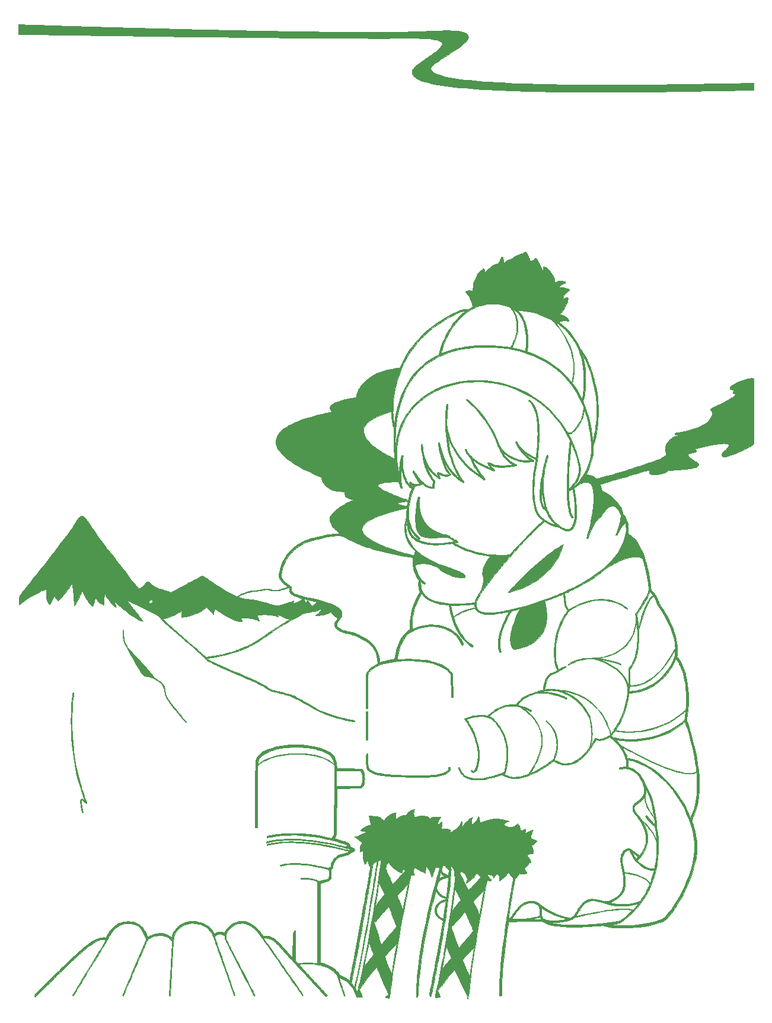
<source format=gto>
%TF.GenerationSoftware,KiCad,Pcbnew,(5.1.9)-1*%
%TF.CreationDate,2021-01-02T02:40:32-05:00*%
%TF.ProjectId,Rin3,52696e33-2e6b-4696-9361-645f70636258,rev?*%
%TF.SameCoordinates,Original*%
%TF.FileFunction,Legend,Top*%
%TF.FilePolarity,Positive*%
%FSLAX46Y46*%
G04 Gerber Fmt 4.6, Leading zero omitted, Abs format (unit mm)*
G04 Created by KiCad (PCBNEW (5.1.9)-1) date 2021-01-02 02:40:32*
%MOMM*%
%LPD*%
G01*
G04 APERTURE LIST*
%ADD10C,0.010000*%
G04 APERTURE END LIST*
D10*
%TO.C,G\u002A\u002A\u002A*%
G36*
X25280555Y-9298362D02*
G01*
X25265489Y-9354688D01*
X25240620Y-9437792D01*
X25208113Y-9541112D01*
X25170131Y-9658084D01*
X25128841Y-9782146D01*
X25086404Y-9906733D01*
X25044988Y-10025284D01*
X25006754Y-10131234D01*
X24973869Y-10218020D01*
X24967490Y-10234083D01*
X24729002Y-10772517D01*
X24453004Y-11293188D01*
X24138648Y-11797544D01*
X23785082Y-12287032D01*
X23693331Y-12403666D01*
X23498107Y-12635252D01*
X23273286Y-12880121D01*
X23026355Y-13131140D01*
X22764802Y-13381173D01*
X22496113Y-13623089D01*
X22227777Y-13849752D01*
X21967281Y-14054028D01*
X21939250Y-14074957D01*
X21471115Y-14403347D01*
X20974984Y-14715163D01*
X20457378Y-15007292D01*
X19924822Y-15276623D01*
X19383838Y-15520043D01*
X18840949Y-15734439D01*
X18302678Y-15916700D01*
X17775549Y-16063714D01*
X17766058Y-16066053D01*
X17635226Y-16098185D01*
X17539888Y-16121308D01*
X17474427Y-16136511D01*
X17433228Y-16144886D01*
X17410673Y-16147522D01*
X17401145Y-16145509D01*
X17399029Y-16139939D01*
X17399000Y-16137301D01*
X17413102Y-16116212D01*
X17453332Y-16067900D01*
X17516575Y-15995755D01*
X17599717Y-15903165D01*
X17699643Y-15793517D01*
X17813239Y-15670201D01*
X17937389Y-15536605D01*
X18068981Y-15396117D01*
X18204898Y-15252125D01*
X18342026Y-15108018D01*
X18417908Y-15028821D01*
X19032568Y-14398538D01*
X19641218Y-13793419D01*
X20242536Y-13214587D01*
X20835199Y-12663167D01*
X21417887Y-12140283D01*
X21989277Y-11647060D01*
X22548047Y-11184622D01*
X23092874Y-10754094D01*
X23622438Y-10356600D01*
X24135416Y-9993266D01*
X24630486Y-9665214D01*
X24973989Y-9452167D01*
X25074812Y-9392058D01*
X25162170Y-9340994D01*
X25230020Y-9302423D01*
X25272319Y-9279796D01*
X25283653Y-9275378D01*
X25280555Y-9298362D01*
G37*
X25280555Y-9298362D02*
X25265489Y-9354688D01*
X25240620Y-9437792D01*
X25208113Y-9541112D01*
X25170131Y-9658084D01*
X25128841Y-9782146D01*
X25086404Y-9906733D01*
X25044988Y-10025284D01*
X25006754Y-10131234D01*
X24973869Y-10218020D01*
X24967490Y-10234083D01*
X24729002Y-10772517D01*
X24453004Y-11293188D01*
X24138648Y-11797544D01*
X23785082Y-12287032D01*
X23693331Y-12403666D01*
X23498107Y-12635252D01*
X23273286Y-12880121D01*
X23026355Y-13131140D01*
X22764802Y-13381173D01*
X22496113Y-13623089D01*
X22227777Y-13849752D01*
X21967281Y-14054028D01*
X21939250Y-14074957D01*
X21471115Y-14403347D01*
X20974984Y-14715163D01*
X20457378Y-15007292D01*
X19924822Y-15276623D01*
X19383838Y-15520043D01*
X18840949Y-15734439D01*
X18302678Y-15916700D01*
X17775549Y-16063714D01*
X17766058Y-16066053D01*
X17635226Y-16098185D01*
X17539888Y-16121308D01*
X17474427Y-16136511D01*
X17433228Y-16144886D01*
X17410673Y-16147522D01*
X17401145Y-16145509D01*
X17399029Y-16139939D01*
X17399000Y-16137301D01*
X17413102Y-16116212D01*
X17453332Y-16067900D01*
X17516575Y-15995755D01*
X17599717Y-15903165D01*
X17699643Y-15793517D01*
X17813239Y-15670201D01*
X17937389Y-15536605D01*
X18068981Y-15396117D01*
X18204898Y-15252125D01*
X18342026Y-15108018D01*
X18417908Y-15028821D01*
X19032568Y-14398538D01*
X19641218Y-13793419D01*
X20242536Y-13214587D01*
X20835199Y-12663167D01*
X21417887Y-12140283D01*
X21989277Y-11647060D01*
X22548047Y-11184622D01*
X23092874Y-10754094D01*
X23622438Y-10356600D01*
X24135416Y-9993266D01*
X24630486Y-9665214D01*
X24973989Y-9452167D01*
X25074812Y-9392058D01*
X25162170Y-9340994D01*
X25230020Y-9302423D01*
X25272319Y-9279796D01*
X25283653Y-9275378D01*
X25280555Y-9298362D01*
G36*
X-52191708Y65036027D02*
G01*
X-52082634Y65031478D01*
X-51933096Y65025791D01*
X-51744950Y65019022D01*
X-51520050Y65011225D01*
X-51260248Y65002456D01*
X-50967401Y64992771D01*
X-50643361Y64982225D01*
X-50289982Y64970873D01*
X-49909119Y64958772D01*
X-49502625Y64945976D01*
X-49072355Y64932542D01*
X-48620162Y64918524D01*
X-48147901Y64903978D01*
X-47657425Y64888960D01*
X-47150588Y64873525D01*
X-46629245Y64857728D01*
X-46095249Y64841625D01*
X-45550455Y64825272D01*
X-44996716Y64808724D01*
X-44435886Y64792037D01*
X-43869820Y64775265D01*
X-43300371Y64758465D01*
X-42729394Y64741692D01*
X-42158741Y64725002D01*
X-41590269Y64708449D01*
X-41025829Y64692090D01*
X-40467277Y64675980D01*
X-39916466Y64660174D01*
X-39375251Y64644728D01*
X-38845485Y64629698D01*
X-38329022Y64615138D01*
X-37827717Y64601105D01*
X-37343423Y64587654D01*
X-36877994Y64574840D01*
X-36433284Y64562719D01*
X-36011148Y64551347D01*
X-35888083Y64548060D01*
X-35613255Y64540725D01*
X-35308520Y64532577D01*
X-34984550Y64523900D01*
X-34652021Y64514981D01*
X-34321605Y64506108D01*
X-34003976Y64497565D01*
X-33709809Y64489639D01*
X-33506833Y64484160D01*
X-33286946Y64478286D01*
X-33031436Y64471574D01*
X-32747000Y64464196D01*
X-32440338Y64456322D01*
X-32118146Y64448121D01*
X-31787124Y64439764D01*
X-31453969Y64431420D01*
X-31125379Y64423260D01*
X-30808053Y64415454D01*
X-30596417Y64410295D01*
X-30303545Y64403169D01*
X-30004140Y64395850D01*
X-29703659Y64388473D01*
X-29407561Y64381173D01*
X-29121303Y64374087D01*
X-28850343Y64367348D01*
X-28600138Y64361093D01*
X-28376147Y64355457D01*
X-28183828Y64350576D01*
X-28035250Y64346756D01*
X-27861741Y64342341D01*
X-27652649Y64337165D01*
X-27414713Y64331387D01*
X-27154674Y64325167D01*
X-26879270Y64318663D01*
X-26595242Y64312036D01*
X-26309329Y64305444D01*
X-26028272Y64299047D01*
X-25791583Y64293734D01*
X-25515372Y64287573D01*
X-25224536Y64281078D01*
X-24926392Y64274412D01*
X-24628259Y64267739D01*
X-24337455Y64261222D01*
X-24061299Y64255027D01*
X-23807108Y64249317D01*
X-23582200Y64244255D01*
X-23431500Y64240856D01*
X-23244387Y64236697D01*
X-23021488Y64231855D01*
X-22769343Y64226467D01*
X-22494493Y64220669D01*
X-22203476Y64214596D01*
X-21902833Y64208386D01*
X-21599104Y64202175D01*
X-21298828Y64196098D01*
X-21008546Y64190293D01*
X-20923250Y64188602D01*
X-20651849Y64183220D01*
X-20379546Y64177796D01*
X-20111371Y64172430D01*
X-19852350Y64167224D01*
X-19607511Y64162281D01*
X-19381881Y64157701D01*
X-19180489Y64153587D01*
X-19008361Y64150039D01*
X-18870525Y64147161D01*
X-18806583Y64145801D01*
X-18542507Y64140310D01*
X-18238670Y64134317D01*
X-17897644Y64127863D01*
X-17521998Y64120991D01*
X-17114303Y64113741D01*
X-16677129Y64106155D01*
X-16213046Y64098275D01*
X-15724623Y64090143D01*
X-15214432Y64081801D01*
X-14685041Y64073289D01*
X-14139022Y64064649D01*
X-13578945Y64055924D01*
X-13007378Y64047155D01*
X-12426894Y64038383D01*
X-11840061Y64029651D01*
X-11249450Y64020999D01*
X-10657631Y64012469D01*
X-10067174Y64004104D01*
X-10022417Y64003476D01*
X-9772176Y64000309D01*
X-9488378Y63997336D01*
X-9173354Y63994556D01*
X-8829433Y63991968D01*
X-8458944Y63989574D01*
X-8064216Y63987373D01*
X-7647579Y63985365D01*
X-7211362Y63983551D01*
X-6757895Y63981930D01*
X-6289507Y63980502D01*
X-5808527Y63979268D01*
X-5317284Y63978228D01*
X-4818109Y63977381D01*
X-4313330Y63976729D01*
X-3805277Y63976270D01*
X-3296279Y63976004D01*
X-2788666Y63975933D01*
X-2284767Y63976056D01*
X-1786911Y63976373D01*
X-1297427Y63976884D01*
X-818646Y63977590D01*
X-352896Y63978489D01*
X97493Y63979583D01*
X530192Y63980872D01*
X942872Y63982355D01*
X1333202Y63984033D01*
X1698854Y63985905D01*
X2037499Y63987972D01*
X2346807Y63990234D01*
X2624448Y63992691D01*
X2868093Y63995342D01*
X3075413Y63998189D01*
X3244079Y64001230D01*
X3323167Y64003081D01*
X3725165Y64013840D01*
X4091066Y64024203D01*
X4427104Y64034403D01*
X4739511Y64044668D01*
X5034519Y64055229D01*
X5318360Y64066317D01*
X5597267Y64078161D01*
X5877472Y64090992D01*
X6165208Y64105041D01*
X6381750Y64116102D01*
X6677529Y64130147D01*
X6986349Y64142387D01*
X7302726Y64152749D01*
X7621179Y64161156D01*
X7936225Y64167535D01*
X8242381Y64171809D01*
X8534165Y64173904D01*
X8806095Y64173746D01*
X9052687Y64171258D01*
X9268461Y64166366D01*
X9447933Y64158994D01*
X9461500Y64158242D01*
X9772607Y64138068D01*
X10046854Y64114685D01*
X10289643Y64087330D01*
X10506376Y64055240D01*
X10702455Y64017651D01*
X10883284Y63973800D01*
X10995535Y63941475D01*
X11199902Y63870371D01*
X11365769Y63793159D01*
X11496808Y63707417D01*
X11596694Y63610724D01*
X11669097Y63500658D01*
X11671548Y63495794D01*
X11716405Y63368124D01*
X11726441Y63233681D01*
X11701078Y63091616D01*
X11639736Y62941080D01*
X11541836Y62781226D01*
X11406799Y62611203D01*
X11234045Y62430164D01*
X11022996Y62237261D01*
X10773072Y62031644D01*
X10562167Y61870361D01*
X10441752Y61782127D01*
X10309137Y61687756D01*
X10161441Y61585336D01*
X9995787Y61472953D01*
X9809295Y61348693D01*
X9599087Y61210645D01*
X9362285Y61056894D01*
X9096009Y60885527D01*
X8797381Y60694631D01*
X8695895Y60629984D01*
X8392589Y60436355D01*
X8122743Y60262767D01*
X7883627Y60107302D01*
X7672510Y59968038D01*
X7486661Y59843057D01*
X7323350Y59730436D01*
X7179847Y59628258D01*
X7053420Y59534600D01*
X6941339Y59447544D01*
X6840874Y59365168D01*
X6749295Y59285554D01*
X6663869Y59206780D01*
X6641194Y59185106D01*
X6524668Y59064855D01*
X6440900Y58960424D01*
X6400835Y58893891D01*
X6370105Y58826545D01*
X6357196Y58777598D01*
X6359532Y58728349D01*
X6370770Y58675653D01*
X6421849Y58544434D01*
X6511229Y58417487D01*
X6639104Y58294771D01*
X6805671Y58176246D01*
X7011125Y58061872D01*
X7255662Y57951609D01*
X7539477Y57845417D01*
X7862767Y57743254D01*
X8225727Y57645082D01*
X8628552Y57550860D01*
X9071439Y57460547D01*
X9554583Y57374104D01*
X10078180Y57291490D01*
X10642425Y57212665D01*
X11247515Y57137588D01*
X11893644Y57066220D01*
X12581010Y56998520D01*
X13309806Y56934448D01*
X14080230Y56873964D01*
X14892476Y56817028D01*
X15642167Y56769817D01*
X16510156Y56720890D01*
X17419896Y56675544D01*
X18371409Y56633779D01*
X19364711Y56595596D01*
X20399824Y56560993D01*
X21476765Y56529971D01*
X22595555Y56502530D01*
X23756213Y56478669D01*
X24958758Y56458388D01*
X26203209Y56441688D01*
X27489586Y56428568D01*
X28817908Y56419028D01*
X30188193Y56413067D01*
X31600463Y56410687D01*
X33054735Y56411885D01*
X34551029Y56416664D01*
X36089365Y56425022D01*
X37669761Y56436958D01*
X39292238Y56452474D01*
X40956814Y56471569D01*
X42663508Y56494243D01*
X44412340Y56520495D01*
X46203330Y56550326D01*
X46704250Y56559175D01*
X47065534Y56565688D01*
X47444648Y56572622D01*
X47835841Y56579868D01*
X48233362Y56587314D01*
X48631462Y56594850D01*
X49024388Y56602367D01*
X49406390Y56609753D01*
X49771717Y56616899D01*
X50114618Y56623694D01*
X50429342Y56630028D01*
X50710139Y56635791D01*
X50826467Y56638223D01*
X52514517Y56673750D01*
X52514508Y56181625D01*
X52514500Y55689500D01*
X52392792Y55689336D01*
X52343665Y55688745D01*
X52257892Y55687136D01*
X52141143Y55684640D01*
X51999089Y55681386D01*
X51837402Y55677504D01*
X51661751Y55673123D01*
X51487917Y55668638D01*
X50386324Y55640737D01*
X49247383Y55613782D01*
X48076069Y55587854D01*
X46877359Y55563034D01*
X45656227Y55539401D01*
X44417650Y55517035D01*
X43166603Y55496019D01*
X41908063Y55476431D01*
X40647005Y55458352D01*
X39388404Y55441864D01*
X38137238Y55427045D01*
X36898482Y55413976D01*
X35677111Y55402739D01*
X34478101Y55393413D01*
X34438167Y55393133D01*
X34004421Y55390158D01*
X33600089Y55387514D01*
X33220918Y55385197D01*
X32862656Y55383202D01*
X32521052Y55381526D01*
X32191852Y55380163D01*
X31870806Y55379110D01*
X31553662Y55378363D01*
X31236167Y55377917D01*
X30914069Y55377769D01*
X30583118Y55377913D01*
X30239060Y55378346D01*
X29877644Y55379064D01*
X29494617Y55380062D01*
X29085729Y55381336D01*
X28646727Y55382883D01*
X28173359Y55384697D01*
X27728333Y55386497D01*
X27458685Y55387916D01*
X27152109Y55390071D01*
X26814004Y55392893D01*
X26449768Y55396314D01*
X26064800Y55400268D01*
X25664498Y55404685D01*
X25254261Y55409498D01*
X24839486Y55414640D01*
X24425573Y55420041D01*
X24017919Y55425636D01*
X23621924Y55431354D01*
X23242984Y55437130D01*
X22886499Y55442894D01*
X22557867Y55448580D01*
X22262486Y55454118D01*
X22119167Y55457014D01*
X20923535Y55484193D01*
X19769898Y55515078D01*
X18658076Y55549689D01*
X17587890Y55588048D01*
X16559161Y55630172D01*
X15571711Y55676084D01*
X14625361Y55725803D01*
X13719932Y55779348D01*
X12855246Y55836741D01*
X12031123Y55898002D01*
X11247385Y55963149D01*
X10503853Y56032205D01*
X9800349Y56105187D01*
X9136693Y56182118D01*
X8512707Y56263017D01*
X7928212Y56347904D01*
X7383029Y56436798D01*
X6876980Y56529721D01*
X6409885Y56626693D01*
X5981567Y56727733D01*
X5591845Y56832862D01*
X5240542Y56942099D01*
X4927479Y57055465D01*
X4652477Y57172980D01*
X4415357Y57294665D01*
X4215940Y57420538D01*
X4135468Y57480929D01*
X3985505Y57613733D01*
X3869158Y57748523D01*
X3778408Y57894944D01*
X3759412Y57933167D01*
X3727731Y58004074D01*
X3708227Y58064064D01*
X3698006Y58128065D01*
X3694173Y58211004D01*
X3693738Y58271834D01*
X3694849Y58369909D01*
X3700158Y58439134D01*
X3712360Y58492965D01*
X3734148Y58544858D01*
X3757083Y58588211D01*
X3797825Y58650566D01*
X3859760Y58731513D01*
X3933973Y58819889D01*
X4000500Y58892988D01*
X4078619Y58973145D01*
X4160070Y59052002D01*
X4247824Y59131816D01*
X4344849Y59214848D01*
X4454116Y59303356D01*
X4578596Y59399598D01*
X4721258Y59505835D01*
X4885072Y59624325D01*
X5073009Y59757328D01*
X5288037Y59907101D01*
X5533129Y60075905D01*
X5757333Y60229232D01*
X5922786Y60342364D01*
X6086764Y60454969D01*
X6243785Y60563249D01*
X6388365Y60663402D01*
X6515019Y60751629D01*
X6618264Y60824130D01*
X6692617Y60877105D01*
X6699250Y60881907D01*
X6986558Y61097032D01*
X7239177Y61300189D01*
X7456552Y61490770D01*
X7638127Y61668166D01*
X7783345Y61831770D01*
X7891652Y61980973D01*
X7962492Y62115167D01*
X7995308Y62233743D01*
X7996074Y62301382D01*
X7967638Y62406460D01*
X7905153Y62499573D01*
X7804650Y62586465D01*
X7793907Y62593968D01*
X7644251Y62678998D01*
X7453810Y62756176D01*
X7222464Y62825525D01*
X6950092Y62887071D01*
X6636573Y62940835D01*
X6281789Y62986843D01*
X5885617Y63025117D01*
X5447938Y63055681D01*
X5439833Y63056151D01*
X5374266Y63058780D01*
X5272934Y63061264D01*
X5139054Y63063599D01*
X4975840Y63065779D01*
X4786508Y63067798D01*
X4574274Y63069651D01*
X4342352Y63071332D01*
X4093958Y63072834D01*
X3832308Y63074154D01*
X3560616Y63075284D01*
X3282099Y63076219D01*
X2999971Y63076954D01*
X2717449Y63077483D01*
X2437747Y63077800D01*
X2164081Y63077899D01*
X1899666Y63077775D01*
X1647717Y63077422D01*
X1411451Y63076834D01*
X1194082Y63076007D01*
X998826Y63074933D01*
X828897Y63073608D01*
X687513Y63072025D01*
X577887Y63070180D01*
X503236Y63068066D01*
X466775Y63065677D01*
X463810Y63064937D01*
X441055Y63063881D01*
X377949Y63063081D01*
X276473Y63062527D01*
X138608Y63062209D01*
X-33665Y63062120D01*
X-238364Y63062249D01*
X-473509Y63062587D01*
X-737118Y63063126D01*
X-1027209Y63063856D01*
X-1341802Y63064768D01*
X-1678915Y63065854D01*
X-2036568Y63067103D01*
X-2412778Y63068507D01*
X-2805565Y63070056D01*
X-3212948Y63071742D01*
X-3632945Y63073556D01*
X-4063575Y63075488D01*
X-4502857Y63077528D01*
X-4948810Y63079669D01*
X-5399452Y63081901D01*
X-5852802Y63084215D01*
X-6306880Y63086601D01*
X-6759703Y63089051D01*
X-7209291Y63091555D01*
X-7653662Y63094104D01*
X-8090836Y63096690D01*
X-8518830Y63099303D01*
X-8935664Y63101934D01*
X-9339357Y63104573D01*
X-9727927Y63107212D01*
X-10099393Y63109842D01*
X-10451774Y63112453D01*
X-10783089Y63115036D01*
X-11091356Y63117583D01*
X-11228917Y63118775D01*
X-12383181Y63129107D01*
X-13538158Y63139769D01*
X-14696048Y63150789D01*
X-15859052Y63162191D01*
X-17029369Y63174001D01*
X-18209200Y63186245D01*
X-19400747Y63198948D01*
X-20606208Y63212135D01*
X-21827785Y63225832D01*
X-23067678Y63240065D01*
X-24328087Y63254858D01*
X-25611213Y63270239D01*
X-26919256Y63286231D01*
X-28254418Y63302861D01*
X-29618897Y63320155D01*
X-31014895Y63338137D01*
X-32444611Y63356833D01*
X-33910248Y63376269D01*
X-35414004Y63396470D01*
X-36819417Y63415567D01*
X-37218616Y63421037D01*
X-37638735Y63426827D01*
X-38077163Y63432900D01*
X-38531289Y63439218D01*
X-38998503Y63445743D01*
X-39476194Y63452439D01*
X-39961751Y63459269D01*
X-40452565Y63466193D01*
X-40946025Y63473176D01*
X-41439519Y63480180D01*
X-41930438Y63487167D01*
X-42416170Y63494101D01*
X-42894106Y63500943D01*
X-43361635Y63507656D01*
X-43816146Y63514204D01*
X-44255028Y63520548D01*
X-44675672Y63526651D01*
X-45075466Y63532476D01*
X-45451799Y63537985D01*
X-45802063Y63543141D01*
X-46123645Y63547907D01*
X-46413935Y63552246D01*
X-46670323Y63556119D01*
X-46890198Y63559489D01*
X-47070950Y63562320D01*
X-47106417Y63562886D01*
X-47368341Y63567030D01*
X-47664202Y63571619D01*
X-47985606Y63576526D01*
X-48324160Y63581627D01*
X-48671472Y63586798D01*
X-49019148Y63591912D01*
X-49358796Y63596845D01*
X-49682022Y63601473D01*
X-49963917Y63605439D01*
X-50231707Y63609257D01*
X-50499002Y63613233D01*
X-50760919Y63617286D01*
X-51012577Y63621332D01*
X-51249094Y63625289D01*
X-51465590Y63629074D01*
X-51657182Y63632604D01*
X-51818989Y63635798D01*
X-51946130Y63638572D01*
X-52001209Y63639933D01*
X-52493333Y63652904D01*
X-52493333Y65049568D01*
X-52191708Y65036027D01*
G37*
X-52191708Y65036027D02*
X-52082634Y65031478D01*
X-51933096Y65025791D01*
X-51744950Y65019022D01*
X-51520050Y65011225D01*
X-51260248Y65002456D01*
X-50967401Y64992771D01*
X-50643361Y64982225D01*
X-50289982Y64970873D01*
X-49909119Y64958772D01*
X-49502625Y64945976D01*
X-49072355Y64932542D01*
X-48620162Y64918524D01*
X-48147901Y64903978D01*
X-47657425Y64888960D01*
X-47150588Y64873525D01*
X-46629245Y64857728D01*
X-46095249Y64841625D01*
X-45550455Y64825272D01*
X-44996716Y64808724D01*
X-44435886Y64792037D01*
X-43869820Y64775265D01*
X-43300371Y64758465D01*
X-42729394Y64741692D01*
X-42158741Y64725002D01*
X-41590269Y64708449D01*
X-41025829Y64692090D01*
X-40467277Y64675980D01*
X-39916466Y64660174D01*
X-39375251Y64644728D01*
X-38845485Y64629698D01*
X-38329022Y64615138D01*
X-37827717Y64601105D01*
X-37343423Y64587654D01*
X-36877994Y64574840D01*
X-36433284Y64562719D01*
X-36011148Y64551347D01*
X-35888083Y64548060D01*
X-35613255Y64540725D01*
X-35308520Y64532577D01*
X-34984550Y64523900D01*
X-34652021Y64514981D01*
X-34321605Y64506108D01*
X-34003976Y64497565D01*
X-33709809Y64489639D01*
X-33506833Y64484160D01*
X-33286946Y64478286D01*
X-33031436Y64471574D01*
X-32747000Y64464196D01*
X-32440338Y64456322D01*
X-32118146Y64448121D01*
X-31787124Y64439764D01*
X-31453969Y64431420D01*
X-31125379Y64423260D01*
X-30808053Y64415454D01*
X-30596417Y64410295D01*
X-30303545Y64403169D01*
X-30004140Y64395850D01*
X-29703659Y64388473D01*
X-29407561Y64381173D01*
X-29121303Y64374087D01*
X-28850343Y64367348D01*
X-28600138Y64361093D01*
X-28376147Y64355457D01*
X-28183828Y64350576D01*
X-28035250Y64346756D01*
X-27861741Y64342341D01*
X-27652649Y64337165D01*
X-27414713Y64331387D01*
X-27154674Y64325167D01*
X-26879270Y64318663D01*
X-26595242Y64312036D01*
X-26309329Y64305444D01*
X-26028272Y64299047D01*
X-25791583Y64293734D01*
X-25515372Y64287573D01*
X-25224536Y64281078D01*
X-24926392Y64274412D01*
X-24628259Y64267739D01*
X-24337455Y64261222D01*
X-24061299Y64255027D01*
X-23807108Y64249317D01*
X-23582200Y64244255D01*
X-23431500Y64240856D01*
X-23244387Y64236697D01*
X-23021488Y64231855D01*
X-22769343Y64226467D01*
X-22494493Y64220669D01*
X-22203476Y64214596D01*
X-21902833Y64208386D01*
X-21599104Y64202175D01*
X-21298828Y64196098D01*
X-21008546Y64190293D01*
X-20923250Y64188602D01*
X-20651849Y64183220D01*
X-20379546Y64177796D01*
X-20111371Y64172430D01*
X-19852350Y64167224D01*
X-19607511Y64162281D01*
X-19381881Y64157701D01*
X-19180489Y64153587D01*
X-19008361Y64150039D01*
X-18870525Y64147161D01*
X-18806583Y64145801D01*
X-18542507Y64140310D01*
X-18238670Y64134317D01*
X-17897644Y64127863D01*
X-17521998Y64120991D01*
X-17114303Y64113741D01*
X-16677129Y64106155D01*
X-16213046Y64098275D01*
X-15724623Y64090143D01*
X-15214432Y64081801D01*
X-14685041Y64073289D01*
X-14139022Y64064649D01*
X-13578945Y64055924D01*
X-13007378Y64047155D01*
X-12426894Y64038383D01*
X-11840061Y64029651D01*
X-11249450Y64020999D01*
X-10657631Y64012469D01*
X-10067174Y64004104D01*
X-10022417Y64003476D01*
X-9772176Y64000309D01*
X-9488378Y63997336D01*
X-9173354Y63994556D01*
X-8829433Y63991968D01*
X-8458944Y63989574D01*
X-8064216Y63987373D01*
X-7647579Y63985365D01*
X-7211362Y63983551D01*
X-6757895Y63981930D01*
X-6289507Y63980502D01*
X-5808527Y63979268D01*
X-5317284Y63978228D01*
X-4818109Y63977381D01*
X-4313330Y63976729D01*
X-3805277Y63976270D01*
X-3296279Y63976004D01*
X-2788666Y63975933D01*
X-2284767Y63976056D01*
X-1786911Y63976373D01*
X-1297427Y63976884D01*
X-818646Y63977590D01*
X-352896Y63978489D01*
X97493Y63979583D01*
X530192Y63980872D01*
X942872Y63982355D01*
X1333202Y63984033D01*
X1698854Y63985905D01*
X2037499Y63987972D01*
X2346807Y63990234D01*
X2624448Y63992691D01*
X2868093Y63995342D01*
X3075413Y63998189D01*
X3244079Y64001230D01*
X3323167Y64003081D01*
X3725165Y64013840D01*
X4091066Y64024203D01*
X4427104Y64034403D01*
X4739511Y64044668D01*
X5034519Y64055229D01*
X5318360Y64066317D01*
X5597267Y64078161D01*
X5877472Y64090992D01*
X6165208Y64105041D01*
X6381750Y64116102D01*
X6677529Y64130147D01*
X6986349Y64142387D01*
X7302726Y64152749D01*
X7621179Y64161156D01*
X7936225Y64167535D01*
X8242381Y64171809D01*
X8534165Y64173904D01*
X8806095Y64173746D01*
X9052687Y64171258D01*
X9268461Y64166366D01*
X9447933Y64158994D01*
X9461500Y64158242D01*
X9772607Y64138068D01*
X10046854Y64114685D01*
X10289643Y64087330D01*
X10506376Y64055240D01*
X10702455Y64017651D01*
X10883284Y63973800D01*
X10995535Y63941475D01*
X11199902Y63870371D01*
X11365769Y63793159D01*
X11496808Y63707417D01*
X11596694Y63610724D01*
X11669097Y63500658D01*
X11671548Y63495794D01*
X11716405Y63368124D01*
X11726441Y63233681D01*
X11701078Y63091616D01*
X11639736Y62941080D01*
X11541836Y62781226D01*
X11406799Y62611203D01*
X11234045Y62430164D01*
X11022996Y62237261D01*
X10773072Y62031644D01*
X10562167Y61870361D01*
X10441752Y61782127D01*
X10309137Y61687756D01*
X10161441Y61585336D01*
X9995787Y61472953D01*
X9809295Y61348693D01*
X9599087Y61210645D01*
X9362285Y61056894D01*
X9096009Y60885527D01*
X8797381Y60694631D01*
X8695895Y60629984D01*
X8392589Y60436355D01*
X8122743Y60262767D01*
X7883627Y60107302D01*
X7672510Y59968038D01*
X7486661Y59843057D01*
X7323350Y59730436D01*
X7179847Y59628258D01*
X7053420Y59534600D01*
X6941339Y59447544D01*
X6840874Y59365168D01*
X6749295Y59285554D01*
X6663869Y59206780D01*
X6641194Y59185106D01*
X6524668Y59064855D01*
X6440900Y58960424D01*
X6400835Y58893891D01*
X6370105Y58826545D01*
X6357196Y58777598D01*
X6359532Y58728349D01*
X6370770Y58675653D01*
X6421849Y58544434D01*
X6511229Y58417487D01*
X6639104Y58294771D01*
X6805671Y58176246D01*
X7011125Y58061872D01*
X7255662Y57951609D01*
X7539477Y57845417D01*
X7862767Y57743254D01*
X8225727Y57645082D01*
X8628552Y57550860D01*
X9071439Y57460547D01*
X9554583Y57374104D01*
X10078180Y57291490D01*
X10642425Y57212665D01*
X11247515Y57137588D01*
X11893644Y57066220D01*
X12581010Y56998520D01*
X13309806Y56934448D01*
X14080230Y56873964D01*
X14892476Y56817028D01*
X15642167Y56769817D01*
X16510156Y56720890D01*
X17419896Y56675544D01*
X18371409Y56633779D01*
X19364711Y56595596D01*
X20399824Y56560993D01*
X21476765Y56529971D01*
X22595555Y56502530D01*
X23756213Y56478669D01*
X24958758Y56458388D01*
X26203209Y56441688D01*
X27489586Y56428568D01*
X28817908Y56419028D01*
X30188193Y56413067D01*
X31600463Y56410687D01*
X33054735Y56411885D01*
X34551029Y56416664D01*
X36089365Y56425022D01*
X37669761Y56436958D01*
X39292238Y56452474D01*
X40956814Y56471569D01*
X42663508Y56494243D01*
X44412340Y56520495D01*
X46203330Y56550326D01*
X46704250Y56559175D01*
X47065534Y56565688D01*
X47444648Y56572622D01*
X47835841Y56579868D01*
X48233362Y56587314D01*
X48631462Y56594850D01*
X49024388Y56602367D01*
X49406390Y56609753D01*
X49771717Y56616899D01*
X50114618Y56623694D01*
X50429342Y56630028D01*
X50710139Y56635791D01*
X50826467Y56638223D01*
X52514517Y56673750D01*
X52514508Y56181625D01*
X52514500Y55689500D01*
X52392792Y55689336D01*
X52343665Y55688745D01*
X52257892Y55687136D01*
X52141143Y55684640D01*
X51999089Y55681386D01*
X51837402Y55677504D01*
X51661751Y55673123D01*
X51487917Y55668638D01*
X50386324Y55640737D01*
X49247383Y55613782D01*
X48076069Y55587854D01*
X46877359Y55563034D01*
X45656227Y55539401D01*
X44417650Y55517035D01*
X43166603Y55496019D01*
X41908063Y55476431D01*
X40647005Y55458352D01*
X39388404Y55441864D01*
X38137238Y55427045D01*
X36898482Y55413976D01*
X35677111Y55402739D01*
X34478101Y55393413D01*
X34438167Y55393133D01*
X34004421Y55390158D01*
X33600089Y55387514D01*
X33220918Y55385197D01*
X32862656Y55383202D01*
X32521052Y55381526D01*
X32191852Y55380163D01*
X31870806Y55379110D01*
X31553662Y55378363D01*
X31236167Y55377917D01*
X30914069Y55377769D01*
X30583118Y55377913D01*
X30239060Y55378346D01*
X29877644Y55379064D01*
X29494617Y55380062D01*
X29085729Y55381336D01*
X28646727Y55382883D01*
X28173359Y55384697D01*
X27728333Y55386497D01*
X27458685Y55387916D01*
X27152109Y55390071D01*
X26814004Y55392893D01*
X26449768Y55396314D01*
X26064800Y55400268D01*
X25664498Y55404685D01*
X25254261Y55409498D01*
X24839486Y55414640D01*
X24425573Y55420041D01*
X24017919Y55425636D01*
X23621924Y55431354D01*
X23242984Y55437130D01*
X22886499Y55442894D01*
X22557867Y55448580D01*
X22262486Y55454118D01*
X22119167Y55457014D01*
X20923535Y55484193D01*
X19769898Y55515078D01*
X18658076Y55549689D01*
X17587890Y55588048D01*
X16559161Y55630172D01*
X15571711Y55676084D01*
X14625361Y55725803D01*
X13719932Y55779348D01*
X12855246Y55836741D01*
X12031123Y55898002D01*
X11247385Y55963149D01*
X10503853Y56032205D01*
X9800349Y56105187D01*
X9136693Y56182118D01*
X8512707Y56263017D01*
X7928212Y56347904D01*
X7383029Y56436798D01*
X6876980Y56529721D01*
X6409885Y56626693D01*
X5981567Y56727733D01*
X5591845Y56832862D01*
X5240542Y56942099D01*
X4927479Y57055465D01*
X4652477Y57172980D01*
X4415357Y57294665D01*
X4215940Y57420538D01*
X4135468Y57480929D01*
X3985505Y57613733D01*
X3869158Y57748523D01*
X3778408Y57894944D01*
X3759412Y57933167D01*
X3727731Y58004074D01*
X3708227Y58064064D01*
X3698006Y58128065D01*
X3694173Y58211004D01*
X3693738Y58271834D01*
X3694849Y58369909D01*
X3700158Y58439134D01*
X3712360Y58492965D01*
X3734148Y58544858D01*
X3757083Y58588211D01*
X3797825Y58650566D01*
X3859760Y58731513D01*
X3933973Y58819889D01*
X4000500Y58892988D01*
X4078619Y58973145D01*
X4160070Y59052002D01*
X4247824Y59131816D01*
X4344849Y59214848D01*
X4454116Y59303356D01*
X4578596Y59399598D01*
X4721258Y59505835D01*
X4885072Y59624325D01*
X5073009Y59757328D01*
X5288037Y59907101D01*
X5533129Y60075905D01*
X5757333Y60229232D01*
X5922786Y60342364D01*
X6086764Y60454969D01*
X6243785Y60563249D01*
X6388365Y60663402D01*
X6515019Y60751629D01*
X6618264Y60824130D01*
X6692617Y60877105D01*
X6699250Y60881907D01*
X6986558Y61097032D01*
X7239177Y61300189D01*
X7456552Y61490770D01*
X7638127Y61668166D01*
X7783345Y61831770D01*
X7891652Y61980973D01*
X7962492Y62115167D01*
X7995308Y62233743D01*
X7996074Y62301382D01*
X7967638Y62406460D01*
X7905153Y62499573D01*
X7804650Y62586465D01*
X7793907Y62593968D01*
X7644251Y62678998D01*
X7453810Y62756176D01*
X7222464Y62825525D01*
X6950092Y62887071D01*
X6636573Y62940835D01*
X6281789Y62986843D01*
X5885617Y63025117D01*
X5447938Y63055681D01*
X5439833Y63056151D01*
X5374266Y63058780D01*
X5272934Y63061264D01*
X5139054Y63063599D01*
X4975840Y63065779D01*
X4786508Y63067798D01*
X4574274Y63069651D01*
X4342352Y63071332D01*
X4093958Y63072834D01*
X3832308Y63074154D01*
X3560616Y63075284D01*
X3282099Y63076219D01*
X2999971Y63076954D01*
X2717449Y63077483D01*
X2437747Y63077800D01*
X2164081Y63077899D01*
X1899666Y63077775D01*
X1647717Y63077422D01*
X1411451Y63076834D01*
X1194082Y63076007D01*
X998826Y63074933D01*
X828897Y63073608D01*
X687513Y63072025D01*
X577887Y63070180D01*
X503236Y63068066D01*
X466775Y63065677D01*
X463810Y63064937D01*
X441055Y63063881D01*
X377949Y63063081D01*
X276473Y63062527D01*
X138608Y63062209D01*
X-33665Y63062120D01*
X-238364Y63062249D01*
X-473509Y63062587D01*
X-737118Y63063126D01*
X-1027209Y63063856D01*
X-1341802Y63064768D01*
X-1678915Y63065854D01*
X-2036568Y63067103D01*
X-2412778Y63068507D01*
X-2805565Y63070056D01*
X-3212948Y63071742D01*
X-3632945Y63073556D01*
X-4063575Y63075488D01*
X-4502857Y63077528D01*
X-4948810Y63079669D01*
X-5399452Y63081901D01*
X-5852802Y63084215D01*
X-6306880Y63086601D01*
X-6759703Y63089051D01*
X-7209291Y63091555D01*
X-7653662Y63094104D01*
X-8090836Y63096690D01*
X-8518830Y63099303D01*
X-8935664Y63101934D01*
X-9339357Y63104573D01*
X-9727927Y63107212D01*
X-10099393Y63109842D01*
X-10451774Y63112453D01*
X-10783089Y63115036D01*
X-11091356Y63117583D01*
X-11228917Y63118775D01*
X-12383181Y63129107D01*
X-13538158Y63139769D01*
X-14696048Y63150789D01*
X-15859052Y63162191D01*
X-17029369Y63174001D01*
X-18209200Y63186245D01*
X-19400747Y63198948D01*
X-20606208Y63212135D01*
X-21827785Y63225832D01*
X-23067678Y63240065D01*
X-24328087Y63254858D01*
X-25611213Y63270239D01*
X-26919256Y63286231D01*
X-28254418Y63302861D01*
X-29618897Y63320155D01*
X-31014895Y63338137D01*
X-32444611Y63356833D01*
X-33910248Y63376269D01*
X-35414004Y63396470D01*
X-36819417Y63415567D01*
X-37218616Y63421037D01*
X-37638735Y63426827D01*
X-38077163Y63432900D01*
X-38531289Y63439218D01*
X-38998503Y63445743D01*
X-39476194Y63452439D01*
X-39961751Y63459269D01*
X-40452565Y63466193D01*
X-40946025Y63473176D01*
X-41439519Y63480180D01*
X-41930438Y63487167D01*
X-42416170Y63494101D01*
X-42894106Y63500943D01*
X-43361635Y63507656D01*
X-43816146Y63514204D01*
X-44255028Y63520548D01*
X-44675672Y63526651D01*
X-45075466Y63532476D01*
X-45451799Y63537985D01*
X-45802063Y63543141D01*
X-46123645Y63547907D01*
X-46413935Y63552246D01*
X-46670323Y63556119D01*
X-46890198Y63559489D01*
X-47070950Y63562320D01*
X-47106417Y63562886D01*
X-47368341Y63567030D01*
X-47664202Y63571619D01*
X-47985606Y63576526D01*
X-48324160Y63581627D01*
X-48671472Y63586798D01*
X-49019148Y63591912D01*
X-49358796Y63596845D01*
X-49682022Y63601473D01*
X-49963917Y63605439D01*
X-50231707Y63609257D01*
X-50499002Y63613233D01*
X-50760919Y63617286D01*
X-51012577Y63621332D01*
X-51249094Y63625289D01*
X-51465590Y63629074D01*
X-51657182Y63632604D01*
X-51818989Y63635798D01*
X-51946130Y63638572D01*
X-52001209Y63639933D01*
X-52493333Y63652904D01*
X-52493333Y65049568D01*
X-52191708Y65036027D01*
G36*
X-37510994Y-21507863D02*
G01*
X-37500123Y-21519596D01*
X-37492960Y-21546746D01*
X-37488725Y-21595527D01*
X-37486639Y-21672151D01*
X-37485922Y-21782833D01*
X-37485853Y-21828125D01*
X-37482138Y-22093927D01*
X-37471841Y-22344289D01*
X-37455437Y-22574725D01*
X-37433403Y-22780746D01*
X-37406214Y-22957865D01*
X-37374346Y-23101595D01*
X-37339937Y-23203669D01*
X-37317834Y-23250109D01*
X-37279301Y-23326350D01*
X-37228164Y-23425020D01*
X-37168247Y-23538746D01*
X-37103377Y-23660156D01*
X-37095428Y-23674916D01*
X-37024585Y-23805556D01*
X-36967664Y-23907018D01*
X-36918791Y-23987542D01*
X-36872089Y-24055369D01*
X-36821685Y-24118740D01*
X-36761702Y-24185895D01*
X-36686267Y-24265074D01*
X-36642702Y-24309916D01*
X-36502705Y-24455012D01*
X-36339556Y-24626385D01*
X-36158225Y-24818670D01*
X-35963681Y-25026500D01*
X-35760894Y-25244511D01*
X-35554833Y-25467335D01*
X-35350467Y-25689607D01*
X-35152767Y-25905961D01*
X-34966701Y-26111031D01*
X-34797239Y-26299451D01*
X-34721614Y-26384250D01*
X-34420282Y-26725975D01*
X-34147227Y-27041463D01*
X-33900020Y-27333618D01*
X-33676231Y-27605344D01*
X-33473434Y-27859548D01*
X-33299049Y-28086076D01*
X-33218032Y-28192406D01*
X-33155504Y-28270972D01*
X-33105006Y-28328211D01*
X-33060075Y-28370558D01*
X-33014250Y-28404448D01*
X-32961071Y-28436317D01*
X-32930691Y-28452972D01*
X-32713059Y-28579785D01*
X-32501982Y-28720392D01*
X-32305354Y-28868723D01*
X-32131070Y-29018709D01*
X-31987025Y-29164282D01*
X-31950824Y-29206262D01*
X-31853131Y-29334208D01*
X-31772435Y-29464803D01*
X-31705944Y-29605360D01*
X-31650866Y-29763189D01*
X-31604408Y-29945602D01*
X-31563777Y-30159911D01*
X-31547700Y-30261705D01*
X-31522132Y-30428684D01*
X-31500437Y-30560890D01*
X-31480792Y-30665500D01*
X-31461377Y-30749691D01*
X-31440369Y-30820639D01*
X-31415946Y-30885519D01*
X-31386287Y-30951510D01*
X-31357946Y-31009166D01*
X-31271743Y-31166196D01*
X-31156771Y-31351777D01*
X-31014146Y-31564479D01*
X-30844986Y-31802872D01*
X-30650407Y-32065525D01*
X-30431526Y-32351007D01*
X-30189459Y-32657887D01*
X-29925323Y-32984735D01*
X-29640236Y-33330121D01*
X-29335314Y-33692613D01*
X-29011673Y-34070781D01*
X-28670430Y-34463194D01*
X-28591735Y-34552853D01*
X-28549105Y-34612718D01*
X-28534706Y-34659683D01*
X-28549443Y-34687404D01*
X-28571825Y-34692166D01*
X-28599250Y-34676008D01*
X-28650785Y-34629098D01*
X-28724146Y-34553780D01*
X-28817048Y-34452401D01*
X-28927208Y-34327305D01*
X-28927437Y-34327041D01*
X-29314632Y-33877021D01*
X-29671010Y-33456012D01*
X-29996577Y-33064009D01*
X-30291338Y-32701004D01*
X-30555298Y-32366990D01*
X-30788463Y-32061960D01*
X-30990838Y-31785908D01*
X-31162429Y-31538825D01*
X-31303240Y-31320706D01*
X-31413278Y-31131544D01*
X-31453445Y-31054487D01*
X-31493252Y-30970102D01*
X-31525975Y-30888120D01*
X-31553617Y-30800680D01*
X-31578177Y-30699922D01*
X-31601657Y-30577985D01*
X-31626058Y-30427008D01*
X-31643748Y-30306874D01*
X-31663307Y-30180921D01*
X-31685418Y-30055012D01*
X-31707628Y-29942196D01*
X-31727484Y-29855522D01*
X-31731211Y-29841553D01*
X-31801755Y-29642545D01*
X-31901130Y-29454847D01*
X-32031955Y-29275350D01*
X-32196851Y-29100943D01*
X-32398439Y-28928518D01*
X-32639338Y-28754963D01*
X-32656187Y-28743723D01*
X-32913031Y-28583499D01*
X-33159030Y-28453270D01*
X-33405207Y-28348770D01*
X-33662584Y-28265737D01*
X-33942183Y-28199907D01*
X-34163000Y-28160837D01*
X-34284278Y-28140203D01*
X-34389737Y-28117122D01*
X-34482746Y-28088400D01*
X-34566675Y-28050845D01*
X-34644891Y-28001264D01*
X-34720764Y-27936465D01*
X-34797662Y-27853256D01*
X-34878954Y-27748443D01*
X-34968008Y-27618834D01*
X-35068194Y-27461237D01*
X-35182880Y-27272459D01*
X-35289408Y-27093333D01*
X-35446115Y-26826492D01*
X-35618770Y-26528981D01*
X-35803556Y-26207569D01*
X-35996660Y-25869024D01*
X-36194269Y-25520115D01*
X-36392566Y-25167610D01*
X-36587739Y-24818277D01*
X-36775972Y-24478884D01*
X-36953452Y-24156202D01*
X-37116365Y-23856996D01*
X-37186771Y-23726490D01*
X-37279105Y-23552692D01*
X-37352615Y-23408092D01*
X-37409871Y-23285362D01*
X-37453447Y-23177173D01*
X-37485915Y-23076195D01*
X-37509846Y-22975100D01*
X-37527813Y-22866558D01*
X-37542388Y-22743241D01*
X-37546582Y-22701250D01*
X-37559827Y-22545404D01*
X-37570860Y-22377647D01*
X-37579388Y-22206736D01*
X-37585120Y-22041429D01*
X-37587764Y-21890484D01*
X-37587029Y-21762658D01*
X-37582622Y-21666708D01*
X-37581472Y-21654045D01*
X-37571954Y-21575118D01*
X-37561069Y-21529817D01*
X-37545605Y-21509474D01*
X-37526352Y-21505333D01*
X-37510994Y-21507863D01*
G37*
X-37510994Y-21507863D02*
X-37500123Y-21519596D01*
X-37492960Y-21546746D01*
X-37488725Y-21595527D01*
X-37486639Y-21672151D01*
X-37485922Y-21782833D01*
X-37485853Y-21828125D01*
X-37482138Y-22093927D01*
X-37471841Y-22344289D01*
X-37455437Y-22574725D01*
X-37433403Y-22780746D01*
X-37406214Y-22957865D01*
X-37374346Y-23101595D01*
X-37339937Y-23203669D01*
X-37317834Y-23250109D01*
X-37279301Y-23326350D01*
X-37228164Y-23425020D01*
X-37168247Y-23538746D01*
X-37103377Y-23660156D01*
X-37095428Y-23674916D01*
X-37024585Y-23805556D01*
X-36967664Y-23907018D01*
X-36918791Y-23987542D01*
X-36872089Y-24055369D01*
X-36821685Y-24118740D01*
X-36761702Y-24185895D01*
X-36686267Y-24265074D01*
X-36642702Y-24309916D01*
X-36502705Y-24455012D01*
X-36339556Y-24626385D01*
X-36158225Y-24818670D01*
X-35963681Y-25026500D01*
X-35760894Y-25244511D01*
X-35554833Y-25467335D01*
X-35350467Y-25689607D01*
X-35152767Y-25905961D01*
X-34966701Y-26111031D01*
X-34797239Y-26299451D01*
X-34721614Y-26384250D01*
X-34420282Y-26725975D01*
X-34147227Y-27041463D01*
X-33900020Y-27333618D01*
X-33676231Y-27605344D01*
X-33473434Y-27859548D01*
X-33299049Y-28086076D01*
X-33218032Y-28192406D01*
X-33155504Y-28270972D01*
X-33105006Y-28328211D01*
X-33060075Y-28370558D01*
X-33014250Y-28404448D01*
X-32961071Y-28436317D01*
X-32930691Y-28452972D01*
X-32713059Y-28579785D01*
X-32501982Y-28720392D01*
X-32305354Y-28868723D01*
X-32131070Y-29018709D01*
X-31987025Y-29164282D01*
X-31950824Y-29206262D01*
X-31853131Y-29334208D01*
X-31772435Y-29464803D01*
X-31705944Y-29605360D01*
X-31650866Y-29763189D01*
X-31604408Y-29945602D01*
X-31563777Y-30159911D01*
X-31547700Y-30261705D01*
X-31522132Y-30428684D01*
X-31500437Y-30560890D01*
X-31480792Y-30665500D01*
X-31461377Y-30749691D01*
X-31440369Y-30820639D01*
X-31415946Y-30885519D01*
X-31386287Y-30951510D01*
X-31357946Y-31009166D01*
X-31271743Y-31166196D01*
X-31156771Y-31351777D01*
X-31014146Y-31564479D01*
X-30844986Y-31802872D01*
X-30650407Y-32065525D01*
X-30431526Y-32351007D01*
X-30189459Y-32657887D01*
X-29925323Y-32984735D01*
X-29640236Y-33330121D01*
X-29335314Y-33692613D01*
X-29011673Y-34070781D01*
X-28670430Y-34463194D01*
X-28591735Y-34552853D01*
X-28549105Y-34612718D01*
X-28534706Y-34659683D01*
X-28549443Y-34687404D01*
X-28571825Y-34692166D01*
X-28599250Y-34676008D01*
X-28650785Y-34629098D01*
X-28724146Y-34553780D01*
X-28817048Y-34452401D01*
X-28927208Y-34327305D01*
X-28927437Y-34327041D01*
X-29314632Y-33877021D01*
X-29671010Y-33456012D01*
X-29996577Y-33064009D01*
X-30291338Y-32701004D01*
X-30555298Y-32366990D01*
X-30788463Y-32061960D01*
X-30990838Y-31785908D01*
X-31162429Y-31538825D01*
X-31303240Y-31320706D01*
X-31413278Y-31131544D01*
X-31453445Y-31054487D01*
X-31493252Y-30970102D01*
X-31525975Y-30888120D01*
X-31553617Y-30800680D01*
X-31578177Y-30699922D01*
X-31601657Y-30577985D01*
X-31626058Y-30427008D01*
X-31643748Y-30306874D01*
X-31663307Y-30180921D01*
X-31685418Y-30055012D01*
X-31707628Y-29942196D01*
X-31727484Y-29855522D01*
X-31731211Y-29841553D01*
X-31801755Y-29642545D01*
X-31901130Y-29454847D01*
X-32031955Y-29275350D01*
X-32196851Y-29100943D01*
X-32398439Y-28928518D01*
X-32639338Y-28754963D01*
X-32656187Y-28743723D01*
X-32913031Y-28583499D01*
X-33159030Y-28453270D01*
X-33405207Y-28348770D01*
X-33662584Y-28265737D01*
X-33942183Y-28199907D01*
X-34163000Y-28160837D01*
X-34284278Y-28140203D01*
X-34389737Y-28117122D01*
X-34482746Y-28088400D01*
X-34566675Y-28050845D01*
X-34644891Y-28001264D01*
X-34720764Y-27936465D01*
X-34797662Y-27853256D01*
X-34878954Y-27748443D01*
X-34968008Y-27618834D01*
X-35068194Y-27461237D01*
X-35182880Y-27272459D01*
X-35289408Y-27093333D01*
X-35446115Y-26826492D01*
X-35618770Y-26528981D01*
X-35803556Y-26207569D01*
X-35996660Y-25869024D01*
X-36194269Y-25520115D01*
X-36392566Y-25167610D01*
X-36587739Y-24818277D01*
X-36775972Y-24478884D01*
X-36953452Y-24156202D01*
X-37116365Y-23856996D01*
X-37186771Y-23726490D01*
X-37279105Y-23552692D01*
X-37352615Y-23408092D01*
X-37409871Y-23285362D01*
X-37453447Y-23177173D01*
X-37485915Y-23076195D01*
X-37509846Y-22975100D01*
X-37527813Y-22866558D01*
X-37542388Y-22743241D01*
X-37546582Y-22701250D01*
X-37559827Y-22545404D01*
X-37570860Y-22377647D01*
X-37579388Y-22206736D01*
X-37585120Y-22041429D01*
X-37587764Y-21890484D01*
X-37587029Y-21762658D01*
X-37582622Y-21666708D01*
X-37581472Y-21654045D01*
X-37571954Y-21575118D01*
X-37561069Y-21529817D01*
X-37545605Y-21509474D01*
X-37526352Y-21505333D01*
X-37510994Y-21507863D01*
G36*
X-2603500Y-37253333D02*
G01*
X-2857500Y-37253333D01*
X-2857500Y-33147000D01*
X-2603500Y-33147000D01*
X-2603500Y-37253333D01*
G37*
X-2603500Y-37253333D02*
X-2857500Y-37253333D01*
X-2857500Y-33147000D01*
X-2603500Y-33147000D01*
X-2603500Y-37253333D01*
G36*
X-2716620Y-39183837D02*
G01*
X-2603729Y-39190083D01*
X-2598323Y-40121416D01*
X-2596867Y-40347597D01*
X-2595256Y-40535405D01*
X-2593326Y-40688801D01*
X-2590913Y-40811745D01*
X-2587855Y-40908198D01*
X-2583988Y-40982119D01*
X-2579149Y-41037471D01*
X-2573175Y-41078213D01*
X-2565901Y-41108305D01*
X-2557167Y-41131708D01*
X-2556628Y-41132907D01*
X-2472185Y-41276482D01*
X-2353255Y-41409574D01*
X-2199253Y-41532350D01*
X-2009594Y-41644972D01*
X-1783693Y-41747604D01*
X-1520963Y-41840410D01*
X-1220820Y-41923554D01*
X-882678Y-41997199D01*
X-505952Y-42061508D01*
X-90056Y-42116647D01*
X365595Y-42162778D01*
X861586Y-42200064D01*
X1354667Y-42226727D01*
X1654999Y-42239236D01*
X1974474Y-42250641D01*
X2308960Y-42260901D01*
X2654328Y-42269977D01*
X3006449Y-42277828D01*
X3361193Y-42284415D01*
X3714429Y-42289696D01*
X4062029Y-42293633D01*
X4399863Y-42296185D01*
X4723800Y-42297313D01*
X5029712Y-42296975D01*
X5313468Y-42295133D01*
X5570939Y-42291745D01*
X5797995Y-42286772D01*
X5990506Y-42280175D01*
X6127750Y-42273013D01*
X6489845Y-42245785D01*
X6829963Y-42212317D01*
X7143595Y-42173202D01*
X7426237Y-42129034D01*
X7673381Y-42080408D01*
X7778750Y-42055488D01*
X8049442Y-41977381D01*
X8284065Y-41888952D01*
X8481718Y-41790850D01*
X8641502Y-41683728D01*
X8762517Y-41568238D01*
X8843863Y-41445029D01*
X8884640Y-41314754D01*
X8889535Y-41251418D01*
X8890000Y-41153754D01*
X8988204Y-41140293D01*
X9070253Y-41129447D01*
X9118189Y-41129810D01*
X9140067Y-41148878D01*
X9143945Y-41194150D01*
X9137879Y-41273121D01*
X9137374Y-41279098D01*
X9102410Y-41455087D01*
X9028090Y-41617574D01*
X8914311Y-41766614D01*
X8760969Y-41902264D01*
X8567961Y-42024582D01*
X8335182Y-42133622D01*
X8062528Y-42229443D01*
X7749896Y-42312099D01*
X7397182Y-42381648D01*
X7006167Y-42437919D01*
X6859275Y-42454969D01*
X6698731Y-42472354D01*
X6541459Y-42488313D01*
X6404386Y-42501088D01*
X6371167Y-42503919D01*
X6282303Y-42509370D01*
X6155640Y-42514372D01*
X5995709Y-42518900D01*
X5807041Y-42522928D01*
X5594167Y-42526430D01*
X5361620Y-42529382D01*
X5113931Y-42531758D01*
X4855632Y-42533532D01*
X4591253Y-42534679D01*
X4325326Y-42535174D01*
X4062383Y-42534992D01*
X3806956Y-42534106D01*
X3563575Y-42532492D01*
X3336773Y-42530124D01*
X3131081Y-42526977D01*
X2952750Y-42523071D01*
X2507775Y-42510769D01*
X2101857Y-42498135D01*
X1731720Y-42484951D01*
X1394087Y-42470996D01*
X1085682Y-42456051D01*
X803228Y-42439897D01*
X543449Y-42422314D01*
X303070Y-42403082D01*
X78813Y-42381983D01*
X-132598Y-42358797D01*
X-334439Y-42333305D01*
X-529987Y-42305286D01*
X-698500Y-42278526D01*
X-1091835Y-42203927D01*
X-1445355Y-42117145D01*
X-1758957Y-42018236D01*
X-2032535Y-41907258D01*
X-2265985Y-41784269D01*
X-2459204Y-41649325D01*
X-2612086Y-41502484D01*
X-2724528Y-41343803D01*
X-2796425Y-41173341D01*
X-2810866Y-41116250D01*
X-2821573Y-41042712D01*
X-2830763Y-40932631D01*
X-2838304Y-40791772D01*
X-2844064Y-40625903D01*
X-2847911Y-40440789D01*
X-2849713Y-40242198D01*
X-2849339Y-40035896D01*
X-2846657Y-39827650D01*
X-2843478Y-39688991D01*
X-2829510Y-39177590D01*
X-2716620Y-39183837D01*
G37*
X-2716620Y-39183837D02*
X-2603729Y-39190083D01*
X-2598323Y-40121416D01*
X-2596867Y-40347597D01*
X-2595256Y-40535405D01*
X-2593326Y-40688801D01*
X-2590913Y-40811745D01*
X-2587855Y-40908198D01*
X-2583988Y-40982119D01*
X-2579149Y-41037471D01*
X-2573175Y-41078213D01*
X-2565901Y-41108305D01*
X-2557167Y-41131708D01*
X-2556628Y-41132907D01*
X-2472185Y-41276482D01*
X-2353255Y-41409574D01*
X-2199253Y-41532350D01*
X-2009594Y-41644972D01*
X-1783693Y-41747604D01*
X-1520963Y-41840410D01*
X-1220820Y-41923554D01*
X-882678Y-41997199D01*
X-505952Y-42061508D01*
X-90056Y-42116647D01*
X365595Y-42162778D01*
X861586Y-42200064D01*
X1354667Y-42226727D01*
X1654999Y-42239236D01*
X1974474Y-42250641D01*
X2308960Y-42260901D01*
X2654328Y-42269977D01*
X3006449Y-42277828D01*
X3361193Y-42284415D01*
X3714429Y-42289696D01*
X4062029Y-42293633D01*
X4399863Y-42296185D01*
X4723800Y-42297313D01*
X5029712Y-42296975D01*
X5313468Y-42295133D01*
X5570939Y-42291745D01*
X5797995Y-42286772D01*
X5990506Y-42280175D01*
X6127750Y-42273013D01*
X6489845Y-42245785D01*
X6829963Y-42212317D01*
X7143595Y-42173202D01*
X7426237Y-42129034D01*
X7673381Y-42080408D01*
X7778750Y-42055488D01*
X8049442Y-41977381D01*
X8284065Y-41888952D01*
X8481718Y-41790850D01*
X8641502Y-41683728D01*
X8762517Y-41568238D01*
X8843863Y-41445029D01*
X8884640Y-41314754D01*
X8889535Y-41251418D01*
X8890000Y-41153754D01*
X8988204Y-41140293D01*
X9070253Y-41129447D01*
X9118189Y-41129810D01*
X9140067Y-41148878D01*
X9143945Y-41194150D01*
X9137879Y-41273121D01*
X9137374Y-41279098D01*
X9102410Y-41455087D01*
X9028090Y-41617574D01*
X8914311Y-41766614D01*
X8760969Y-41902264D01*
X8567961Y-42024582D01*
X8335182Y-42133622D01*
X8062528Y-42229443D01*
X7749896Y-42312099D01*
X7397182Y-42381648D01*
X7006167Y-42437919D01*
X6859275Y-42454969D01*
X6698731Y-42472354D01*
X6541459Y-42488313D01*
X6404386Y-42501088D01*
X6371167Y-42503919D01*
X6282303Y-42509370D01*
X6155640Y-42514372D01*
X5995709Y-42518900D01*
X5807041Y-42522928D01*
X5594167Y-42526430D01*
X5361620Y-42529382D01*
X5113931Y-42531758D01*
X4855632Y-42533532D01*
X4591253Y-42534679D01*
X4325326Y-42535174D01*
X4062383Y-42534992D01*
X3806956Y-42534106D01*
X3563575Y-42532492D01*
X3336773Y-42530124D01*
X3131081Y-42526977D01*
X2952750Y-42523071D01*
X2507775Y-42510769D01*
X2101857Y-42498135D01*
X1731720Y-42484951D01*
X1394087Y-42470996D01*
X1085682Y-42456051D01*
X803228Y-42439897D01*
X543449Y-42422314D01*
X303070Y-42403082D01*
X78813Y-42381983D01*
X-132598Y-42358797D01*
X-334439Y-42333305D01*
X-529987Y-42305286D01*
X-698500Y-42278526D01*
X-1091835Y-42203927D01*
X-1445355Y-42117145D01*
X-1758957Y-42018236D01*
X-2032535Y-41907258D01*
X-2265985Y-41784269D01*
X-2459204Y-41649325D01*
X-2612086Y-41502484D01*
X-2724528Y-41343803D01*
X-2796425Y-41173341D01*
X-2810866Y-41116250D01*
X-2821573Y-41042712D01*
X-2830763Y-40932631D01*
X-2838304Y-40791772D01*
X-2844064Y-40625903D01*
X-2847911Y-40440789D01*
X-2849713Y-40242198D01*
X-2849339Y-40035896D01*
X-2846657Y-39827650D01*
X-2843478Y-39688991D01*
X-2829510Y-39177590D01*
X-2716620Y-39183837D01*
G36*
X-44651361Y-30462987D02*
G01*
X-44628220Y-30479227D01*
X-44615778Y-30513220D01*
X-44613286Y-30570632D01*
X-44619994Y-30657131D01*
X-44635152Y-30778383D01*
X-44639510Y-30810021D01*
X-44702435Y-31319083D01*
X-44754962Y-31863843D01*
X-44797005Y-32438939D01*
X-44828480Y-33039011D01*
X-44849300Y-33658697D01*
X-44859381Y-34292638D01*
X-44858637Y-34935472D01*
X-44846983Y-35581839D01*
X-44824332Y-36226377D01*
X-44790600Y-36863726D01*
X-44745895Y-37486166D01*
X-44642114Y-38541501D01*
X-44504106Y-39593417D01*
X-44332858Y-40636425D01*
X-44129357Y-41665038D01*
X-43894589Y-42673765D01*
X-43648050Y-43592750D01*
X-43567171Y-43869728D01*
X-43482756Y-44148498D01*
X-43396341Y-44424580D01*
X-43309457Y-44693494D01*
X-43223637Y-44950762D01*
X-43140415Y-45191903D01*
X-43061323Y-45412438D01*
X-42987895Y-45607888D01*
X-42921663Y-45773772D01*
X-42864161Y-45905613D01*
X-42838124Y-45959414D01*
X-42787482Y-46071223D01*
X-42764391Y-46155077D01*
X-42768406Y-46214771D01*
X-42799079Y-46254104D01*
X-42803152Y-46256787D01*
X-42837852Y-46266472D01*
X-42883263Y-46255665D01*
X-42943076Y-46221989D01*
X-43020982Y-46163071D01*
X-43120673Y-46076534D01*
X-43206354Y-45997352D01*
X-43287742Y-45921990D01*
X-43358920Y-45858267D01*
X-43413971Y-45811314D01*
X-43446978Y-45786262D01*
X-43452992Y-45783500D01*
X-43475907Y-45803084D01*
X-43496006Y-45855513D01*
X-43510920Y-45931299D01*
X-43518281Y-46020957D01*
X-43518667Y-46046582D01*
X-43515092Y-46162922D01*
X-43503989Y-46297446D01*
X-43484785Y-46453818D01*
X-43456912Y-46635705D01*
X-43419797Y-46846770D01*
X-43372870Y-47090680D01*
X-43315562Y-47371100D01*
X-43303606Y-47428083D01*
X-43292660Y-47496749D01*
X-43290076Y-47551697D01*
X-43293056Y-47570958D01*
X-43322388Y-47598177D01*
X-43367072Y-47601148D01*
X-43407002Y-47578751D01*
X-43408165Y-47577375D01*
X-43425653Y-47539356D01*
X-43447683Y-47465686D01*
X-43473094Y-47362660D01*
X-43500719Y-47236573D01*
X-43529396Y-47093721D01*
X-43557960Y-46940398D01*
X-43585247Y-46782902D01*
X-43610093Y-46627526D01*
X-43631334Y-46480566D01*
X-43647806Y-46348317D01*
X-43658345Y-46237076D01*
X-43659688Y-46217100D01*
X-43665653Y-46044044D01*
X-43659576Y-45907420D01*
X-43640871Y-45802907D01*
X-43608949Y-45726181D01*
X-43589318Y-45698614D01*
X-43528944Y-45648937D01*
X-43459028Y-45634334D01*
X-43377257Y-45655462D01*
X-43281317Y-45712977D01*
X-43168896Y-45807536D01*
X-43153146Y-45822398D01*
X-43029811Y-45940039D01*
X-43097360Y-45761228D01*
X-43121681Y-45694889D01*
X-43157180Y-45595384D01*
X-43201435Y-45469637D01*
X-43252023Y-45324571D01*
X-43306522Y-45167109D01*
X-43362511Y-45004174D01*
X-43374684Y-44968583D01*
X-43702541Y-43945354D01*
X-43994118Y-42900529D01*
X-44249427Y-41834050D01*
X-44468481Y-40745857D01*
X-44651292Y-39635891D01*
X-44797872Y-38504092D01*
X-44872342Y-37771916D01*
X-44935345Y-36972908D01*
X-44980046Y-36164014D01*
X-45006506Y-35351456D01*
X-45014783Y-34541457D01*
X-45004938Y-33740238D01*
X-44977030Y-32954022D01*
X-44931117Y-32189030D01*
X-44867260Y-31451485D01*
X-44806861Y-30913916D01*
X-44787583Y-30763266D01*
X-44771348Y-30649637D01*
X-44756805Y-30567945D01*
X-44742603Y-30513107D01*
X-44727392Y-30480037D01*
X-44709820Y-30463652D01*
X-44688538Y-30458869D01*
X-44685949Y-30458833D01*
X-44651361Y-30462987D01*
G37*
X-44651361Y-30462987D02*
X-44628220Y-30479227D01*
X-44615778Y-30513220D01*
X-44613286Y-30570632D01*
X-44619994Y-30657131D01*
X-44635152Y-30778383D01*
X-44639510Y-30810021D01*
X-44702435Y-31319083D01*
X-44754962Y-31863843D01*
X-44797005Y-32438939D01*
X-44828480Y-33039011D01*
X-44849300Y-33658697D01*
X-44859381Y-34292638D01*
X-44858637Y-34935472D01*
X-44846983Y-35581839D01*
X-44824332Y-36226377D01*
X-44790600Y-36863726D01*
X-44745895Y-37486166D01*
X-44642114Y-38541501D01*
X-44504106Y-39593417D01*
X-44332858Y-40636425D01*
X-44129357Y-41665038D01*
X-43894589Y-42673765D01*
X-43648050Y-43592750D01*
X-43567171Y-43869728D01*
X-43482756Y-44148498D01*
X-43396341Y-44424580D01*
X-43309457Y-44693494D01*
X-43223637Y-44950762D01*
X-43140415Y-45191903D01*
X-43061323Y-45412438D01*
X-42987895Y-45607888D01*
X-42921663Y-45773772D01*
X-42864161Y-45905613D01*
X-42838124Y-45959414D01*
X-42787482Y-46071223D01*
X-42764391Y-46155077D01*
X-42768406Y-46214771D01*
X-42799079Y-46254104D01*
X-42803152Y-46256787D01*
X-42837852Y-46266472D01*
X-42883263Y-46255665D01*
X-42943076Y-46221989D01*
X-43020982Y-46163071D01*
X-43120673Y-46076534D01*
X-43206354Y-45997352D01*
X-43287742Y-45921990D01*
X-43358920Y-45858267D01*
X-43413971Y-45811314D01*
X-43446978Y-45786262D01*
X-43452992Y-45783500D01*
X-43475907Y-45803084D01*
X-43496006Y-45855513D01*
X-43510920Y-45931299D01*
X-43518281Y-46020957D01*
X-43518667Y-46046582D01*
X-43515092Y-46162922D01*
X-43503989Y-46297446D01*
X-43484785Y-46453818D01*
X-43456912Y-46635705D01*
X-43419797Y-46846770D01*
X-43372870Y-47090680D01*
X-43315562Y-47371100D01*
X-43303606Y-47428083D01*
X-43292660Y-47496749D01*
X-43290076Y-47551697D01*
X-43293056Y-47570958D01*
X-43322388Y-47598177D01*
X-43367072Y-47601148D01*
X-43407002Y-47578751D01*
X-43408165Y-47577375D01*
X-43425653Y-47539356D01*
X-43447683Y-47465686D01*
X-43473094Y-47362660D01*
X-43500719Y-47236573D01*
X-43529396Y-47093721D01*
X-43557960Y-46940398D01*
X-43585247Y-46782902D01*
X-43610093Y-46627526D01*
X-43631334Y-46480566D01*
X-43647806Y-46348317D01*
X-43658345Y-46237076D01*
X-43659688Y-46217100D01*
X-43665653Y-46044044D01*
X-43659576Y-45907420D01*
X-43640871Y-45802907D01*
X-43608949Y-45726181D01*
X-43589318Y-45698614D01*
X-43528944Y-45648937D01*
X-43459028Y-45634334D01*
X-43377257Y-45655462D01*
X-43281317Y-45712977D01*
X-43168896Y-45807536D01*
X-43153146Y-45822398D01*
X-43029811Y-45940039D01*
X-43097360Y-45761228D01*
X-43121681Y-45694889D01*
X-43157180Y-45595384D01*
X-43201435Y-45469637D01*
X-43252023Y-45324571D01*
X-43306522Y-45167109D01*
X-43362511Y-45004174D01*
X-43374684Y-44968583D01*
X-43702541Y-43945354D01*
X-43994118Y-42900529D01*
X-44249427Y-41834050D01*
X-44468481Y-40745857D01*
X-44651292Y-39635891D01*
X-44797872Y-38504092D01*
X-44872342Y-37771916D01*
X-44935345Y-36972908D01*
X-44980046Y-36164014D01*
X-45006506Y-35351456D01*
X-45014783Y-34541457D01*
X-45004938Y-33740238D01*
X-44977030Y-32954022D01*
X-44931117Y-32189030D01*
X-44867260Y-31451485D01*
X-44806861Y-30913916D01*
X-44787583Y-30763266D01*
X-44771348Y-30649637D01*
X-44756805Y-30567945D01*
X-44742603Y-30513107D01*
X-44727392Y-30480037D01*
X-44709820Y-30463652D01*
X-44688538Y-30458869D01*
X-44685949Y-30458833D01*
X-44651361Y-30462987D01*
G36*
X19932091Y32559052D02*
G01*
X19955993Y32531878D01*
X19995225Y32473898D01*
X20045799Y32391976D01*
X20103730Y32292977D01*
X20165032Y32183765D01*
X20225718Y32071204D01*
X20281801Y31962158D01*
X20299280Y31926761D01*
X20350311Y31816221D01*
X20400486Y31697098D01*
X20446672Y31578011D01*
X20485733Y31467581D01*
X20514534Y31374427D01*
X20529940Y31307170D01*
X20531667Y31287834D01*
X20537066Y31260237D01*
X20561047Y31251329D01*
X20611042Y31255796D01*
X20797365Y31294394D01*
X20957400Y31353186D01*
X21087174Y31430055D01*
X21182711Y31522883D01*
X21219158Y31579844D01*
X21268539Y31639253D01*
X21332832Y31661340D01*
X21378266Y31654772D01*
X21423735Y31623760D01*
X21481614Y31558423D01*
X21548914Y31463869D01*
X21622649Y31345205D01*
X21699829Y31207541D01*
X21777468Y31055984D01*
X21852577Y30895643D01*
X21922169Y30731626D01*
X21930593Y30710456D01*
X22017235Y30498399D01*
X22101130Y30307432D01*
X22179563Y30143408D01*
X22249819Y30012177D01*
X22271525Y29975801D01*
X22316248Y29903437D01*
X22354436Y29953594D01*
X22391000Y30024995D01*
X22416274Y30119210D01*
X22426283Y30217356D01*
X22422382Y30276457D01*
X22425725Y30353852D01*
X22460270Y30409409D01*
X22520916Y30436240D01*
X22541734Y30437667D01*
X22604366Y30423102D01*
X22690440Y30382238D01*
X22794087Y30319318D01*
X22909437Y30238588D01*
X23030623Y30144291D01*
X23151774Y30040674D01*
X23267021Y29931979D01*
X23328449Y29868708D01*
X23544204Y29607989D01*
X23730187Y29320549D01*
X23883388Y29012466D01*
X24000797Y28689820D01*
X24079405Y28358690D01*
X24081204Y28348267D01*
X24117276Y28136881D01*
X24242260Y28217661D01*
X24442888Y28322702D01*
X24657833Y28388479D01*
X24884969Y28414739D01*
X25122172Y28401228D01*
X25357387Y28350606D01*
X25460873Y28317908D01*
X25529306Y28288211D01*
X25569270Y28256854D01*
X25587344Y28219174D01*
X25590500Y28185465D01*
X25586075Y28136308D01*
X25567820Y28101701D01*
X25528263Y28076313D01*
X25459935Y28054810D01*
X25383410Y28037626D01*
X25202408Y27983026D01*
X25036250Y27900122D01*
X24891827Y27793833D01*
X24776029Y27669074D01*
X24706293Y27554388D01*
X24682177Y27500272D01*
X24669248Y27464964D01*
X24668590Y27458215D01*
X24690410Y27458385D01*
X24743770Y27463748D01*
X24818344Y27473218D01*
X24841091Y27476382D01*
X25074635Y27490523D01*
X25319156Y27470660D01*
X25563131Y27418648D01*
X25795034Y27336342D01*
X25840886Y27315494D01*
X25953116Y27260260D01*
X26031453Y27215619D01*
X26081496Y27176910D01*
X26108840Y27139471D01*
X26119085Y27098640D01*
X26119667Y27083295D01*
X26114925Y27040482D01*
X26095297Y27005037D01*
X26052680Y26966031D01*
X26008542Y26933395D01*
X25783725Y26753898D01*
X25586678Y26557172D01*
X25421160Y26347895D01*
X25290930Y26130744D01*
X25209151Y25938738D01*
X25168381Y25820237D01*
X25236565Y25833859D01*
X25395420Y25875827D01*
X25578461Y25942318D01*
X25680011Y25985444D01*
X25777104Y26024585D01*
X25846160Y26040703D01*
X25894924Y26033400D01*
X25931138Y26002276D01*
X25950332Y25971503D01*
X25960477Y25920054D01*
X25956746Y25835844D01*
X25940611Y25725564D01*
X25913546Y25595904D01*
X25877023Y25453557D01*
X25832515Y25305214D01*
X25781494Y25157565D01*
X25757254Y25094273D01*
X25636862Y24822236D01*
X25492281Y24555709D01*
X25319952Y24289236D01*
X25116316Y24017363D01*
X24877815Y23734634D01*
X24849630Y23703007D01*
X24742090Y23582931D01*
X24864670Y23569349D01*
X24987446Y23549269D01*
X25126567Y23516244D01*
X25267030Y23474672D01*
X25393835Y23428947D01*
X25483689Y23387980D01*
X25678991Y23262655D01*
X25851547Y23109148D01*
X25949744Y22994268D01*
X26015739Y22902191D01*
X26055868Y22831774D01*
X26073696Y22774248D01*
X26072788Y22720842D01*
X26068722Y22701573D01*
X26041898Y22655724D01*
X25989157Y22636354D01*
X25907481Y22642968D01*
X25831769Y22662703D01*
X25705610Y22689088D01*
X25552514Y22701546D01*
X25385397Y22700420D01*
X25217179Y22686052D01*
X25060777Y22658785D01*
X24991010Y22640411D01*
X24895305Y22609499D01*
X24803917Y22576449D01*
X24732529Y22547039D01*
X24716201Y22539202D01*
X24628132Y22494272D01*
X24680298Y22460178D01*
X24717845Y22434113D01*
X24780215Y22389209D01*
X24858366Y22332031D01*
X24933940Y22276080D01*
X25396218Y21905697D01*
X25829384Y21504957D01*
X26232313Y21075262D01*
X26603882Y20618015D01*
X26942966Y20134620D01*
X27248442Y19626479D01*
X27519186Y19094995D01*
X27568459Y18987377D01*
X27626750Y18861106D01*
X27675480Y18764980D01*
X27720272Y18689626D01*
X27766746Y18625672D01*
X27820525Y18563746D01*
X27826212Y18557634D01*
X27968652Y18388488D01*
X28116688Y18181019D01*
X28268840Y17938639D01*
X28423630Y17664762D01*
X28579580Y17362801D01*
X28735209Y17036171D01*
X28889039Y16688285D01*
X29039592Y16322556D01*
X29185388Y15942399D01*
X29324949Y15551227D01*
X29456795Y15152453D01*
X29579448Y14749492D01*
X29691429Y14345757D01*
X29749526Y14118167D01*
X29893974Y13494869D01*
X30013611Y12891748D01*
X30109728Y12298708D01*
X30183616Y11705654D01*
X30236565Y11102492D01*
X30269867Y10479126D01*
X30283477Y9941542D01*
X30282603Y9236583D01*
X30259886Y8565707D01*
X30215088Y7926596D01*
X30147972Y7316928D01*
X30058301Y6734384D01*
X29945837Y6176645D01*
X29864510Y5842093D01*
X29838229Y5744976D01*
X29804826Y5627759D01*
X29766398Y5497192D01*
X29725047Y5360025D01*
X29682870Y5223010D01*
X29641969Y5092897D01*
X29604442Y4976437D01*
X29572389Y4880380D01*
X29547909Y4811477D01*
X29533102Y4776478D01*
X29533091Y4776461D01*
X29530025Y4750698D01*
X29527634Y4689365D01*
X29526032Y4599221D01*
X29525332Y4487028D01*
X29525649Y4359543D01*
X29525768Y4342544D01*
X29525523Y4195080D01*
X29522895Y4044485D01*
X29518257Y3902606D01*
X29511981Y3781288D01*
X29505738Y3704167D01*
X29429614Y3176258D01*
X29311207Y2647665D01*
X29150508Y2118350D01*
X28947504Y1588279D01*
X28704426Y1061883D01*
X28537329Y728305D01*
X28784911Y704679D01*
X29073796Y657098D01*
X29348031Y571666D01*
X29603953Y449902D01*
X29837900Y293325D01*
X29900665Y242004D01*
X30015560Y143845D01*
X30951572Y378420D01*
X31529969Y524903D01*
X32070578Y665089D01*
X32577282Y800119D01*
X33053966Y931137D01*
X33504517Y1059285D01*
X33932818Y1185704D01*
X34342755Y1311539D01*
X34738213Y1437931D01*
X35123077Y1566023D01*
X35501232Y1696956D01*
X35803417Y1805201D01*
X35967941Y1864058D01*
X36163610Y1932508D01*
X36381192Y2007414D01*
X36611459Y2085639D01*
X36845179Y2164048D01*
X37073123Y2239502D01*
X37274500Y2305134D01*
X37593380Y2408609D01*
X37875265Y2501220D01*
X38123710Y2584262D01*
X38342270Y2659031D01*
X38534499Y2726825D01*
X38703952Y2788937D01*
X38854183Y2846666D01*
X38988748Y2901306D01*
X39111200Y2954154D01*
X39225094Y3006506D01*
X39307099Y3046256D01*
X39474981Y3133736D01*
X39610658Y3214991D01*
X39722544Y3295722D01*
X39819052Y3381627D01*
X39852321Y3415626D01*
X39930174Y3511577D01*
X39971930Y3601196D01*
X39980558Y3694466D01*
X39962954Y3788013D01*
X39939579Y3869941D01*
X39913535Y3960622D01*
X39905079Y3989917D01*
X39890674Y4063127D01*
X39879751Y4165018D01*
X39873606Y4281995D01*
X39872786Y4328584D01*
X39891512Y4597729D01*
X39951400Y4857862D01*
X40052073Y5108129D01*
X40193152Y5347677D01*
X40374259Y5575652D01*
X40467907Y5673437D01*
X40628400Y5820280D01*
X40789351Y5941139D01*
X40958488Y6039703D01*
X41143539Y6119661D01*
X41352232Y6184702D01*
X41592294Y6238517D01*
X41687750Y6255829D01*
X41772417Y6270400D01*
X41687750Y6300431D01*
X41625597Y6320364D01*
X41539484Y6345330D01*
X41446590Y6370375D01*
X41433750Y6373675D01*
X41324852Y6405307D01*
X41252198Y6437069D01*
X41209879Y6473009D01*
X41191989Y6517177D01*
X41190333Y6540500D01*
X41204188Y6599403D01*
X41248430Y6642868D01*
X41327072Y6673569D01*
X41415669Y6690484D01*
X41800917Y6750592D01*
X42197369Y6823535D01*
X42597957Y6907516D01*
X42995612Y7000739D01*
X43383267Y7101408D01*
X43753854Y7207725D01*
X44100306Y7317893D01*
X44415554Y7430118D01*
X44579593Y7494735D01*
X44913376Y7640843D01*
X45207807Y7789613D01*
X45465863Y7943058D01*
X45690522Y8103194D01*
X45884760Y8272035D01*
X46051554Y8451595D01*
X46117845Y8535621D01*
X46271033Y8753088D01*
X46389655Y8951226D01*
X46475085Y9133066D01*
X46528703Y9301642D01*
X46551885Y9459987D01*
X46553039Y9493841D01*
X46551337Y9582499D01*
X46540678Y9647078D01*
X46517023Y9705546D01*
X46497537Y9740707D01*
X46448964Y9807782D01*
X46391525Y9865725D01*
X46365735Y9884740D01*
X46301811Y9940992D01*
X46276040Y10004434D01*
X46290255Y10069851D01*
X46296786Y10080803D01*
X46327663Y10106481D01*
X46395651Y10147243D01*
X46498727Y10202022D01*
X46634872Y10269748D01*
X46802065Y10349352D01*
X46822994Y10359127D01*
X47287186Y10579097D01*
X47718770Y10790892D01*
X48116489Y10993839D01*
X48479088Y11187262D01*
X48805310Y11370488D01*
X49093900Y11542843D01*
X49343600Y11703651D01*
X49403000Y11744180D01*
X49505625Y11819068D01*
X49606703Y11899810D01*
X49700510Y11981064D01*
X49781322Y12057488D01*
X49843417Y12123737D01*
X49881069Y12174471D01*
X49889833Y12198622D01*
X49869167Y12235048D01*
X49808287Y12264638D01*
X49708870Y12286658D01*
X49679638Y12290712D01*
X49577756Y12313446D01*
X49514471Y12352022D01*
X49489223Y12407879D01*
X49501454Y12482458D01*
X49550603Y12577199D01*
X49561750Y12594167D01*
X49609920Y12672305D01*
X49632204Y12730954D01*
X49625492Y12774290D01*
X49586675Y12806490D01*
X49512642Y12831731D01*
X49400285Y12854187D01*
X49363653Y12860206D01*
X49270587Y12876777D01*
X49208278Y12893537D01*
X49165357Y12914898D01*
X49130459Y12945273D01*
X49122542Y12953812D01*
X49077438Y13022110D01*
X49067715Y13094025D01*
X49092749Y13179052D01*
X49105949Y13206594D01*
X49167506Y13293293D01*
X49265951Y13388414D01*
X49397155Y13489918D01*
X49556986Y13595765D01*
X49741313Y13703916D01*
X49946005Y13812330D01*
X50166931Y13918969D01*
X50399960Y14021793D01*
X50640961Y14118761D01*
X50885802Y14207834D01*
X51130354Y14286974D01*
X51370484Y14354139D01*
X51487917Y14382666D01*
X51658377Y14417172D01*
X51834882Y14444643D01*
X52008545Y14464318D01*
X52170481Y14475439D01*
X52311802Y14477246D01*
X52423622Y14468979D01*
X52448354Y14464771D01*
X52514500Y14451542D01*
X52514500Y5101786D01*
X52394150Y5007328D01*
X52296623Y4935886D01*
X52176177Y4857069D01*
X52030059Y4769319D01*
X51855514Y4671078D01*
X51649789Y4560789D01*
X51410128Y4436896D01*
X51181000Y4321385D01*
X50809292Y4139630D01*
X50451823Y3972561D01*
X50110638Y3820896D01*
X49787785Y3685351D01*
X49485309Y3566644D01*
X49205257Y3465492D01*
X48949676Y3382612D01*
X48720613Y3318720D01*
X48520113Y3274535D01*
X48350224Y3250772D01*
X48212991Y3248149D01*
X48144798Y3257545D01*
X48037249Y3296066D01*
X47965470Y3356361D01*
X47927994Y3440068D01*
X47921333Y3507037D01*
X47927225Y3575071D01*
X47946783Y3644611D01*
X47982830Y3719806D01*
X48038189Y3804802D01*
X48115685Y3903748D01*
X48218140Y4020791D01*
X48348377Y4160078D01*
X48408167Y4222210D01*
X48555953Y4377042D01*
X48674828Y4506947D01*
X48767328Y4615340D01*
X48835989Y4705636D01*
X48883344Y4781250D01*
X48911931Y4845596D01*
X48924285Y4902090D01*
X48925215Y4918567D01*
X48920682Y4979256D01*
X48897079Y5019325D01*
X48857184Y5050607D01*
X48756993Y5098590D01*
X48617949Y5133088D01*
X48441332Y5154088D01*
X48228420Y5161577D01*
X47980495Y5155543D01*
X47698833Y5135973D01*
X47384716Y5102856D01*
X47117000Y5067469D01*
X46800383Y5017783D01*
X46453436Y4955282D01*
X46085449Y4882055D01*
X45705716Y4800193D01*
X45323527Y4711784D01*
X44948175Y4618918D01*
X44588952Y4523684D01*
X44255150Y4428172D01*
X44199560Y4411438D01*
X44023204Y4357917D01*
X44127489Y4305950D01*
X44216988Y4245157D01*
X44267475Y4175312D01*
X44279703Y4101883D01*
X44254425Y4030335D01*
X44192395Y3966135D01*
X44094367Y3914750D01*
X44072517Y3907140D01*
X44014196Y3890922D01*
X43925662Y3869617D01*
X43818332Y3845836D01*
X43703620Y3822193D01*
X43688179Y3819152D01*
X43494742Y3777661D01*
X43341116Y3736282D01*
X43224801Y3693868D01*
X43143293Y3649274D01*
X43094090Y3601353D01*
X43074690Y3548961D01*
X43074167Y3538007D01*
X43093121Y3464728D01*
X43148663Y3375711D01*
X43238808Y3272665D01*
X43361570Y3157297D01*
X43514966Y3031317D01*
X43697012Y2896431D01*
X43905722Y2754350D01*
X44139113Y2606779D01*
X44196000Y2572287D01*
X44342054Y2479080D01*
X44451624Y2396066D01*
X44528194Y2319484D01*
X44575247Y2245569D01*
X44596265Y2170560D01*
X44598167Y2137834D01*
X44583401Y2049580D01*
X44538047Y1968710D01*
X44460517Y1894465D01*
X44349226Y1826086D01*
X44202587Y1762815D01*
X44019013Y1703894D01*
X43796918Y1648564D01*
X43534716Y1596066D01*
X43424493Y1576746D01*
X43182845Y1539458D01*
X42904790Y1502999D01*
X42596253Y1467923D01*
X42263159Y1434783D01*
X41911433Y1404133D01*
X41547001Y1376526D01*
X41175787Y1352516D01*
X40819917Y1333430D01*
X40634655Y1324433D01*
X40487336Y1316791D01*
X40373613Y1309894D01*
X40289139Y1303131D01*
X40229570Y1295894D01*
X40190558Y1287570D01*
X40167759Y1277550D01*
X40156826Y1265225D01*
X40153413Y1249982D01*
X40153167Y1239808D01*
X40135322Y1172273D01*
X40081187Y1107610D01*
X39989862Y1045446D01*
X39860448Y985408D01*
X39692044Y927124D01*
X39483751Y870219D01*
X39234669Y814322D01*
X39031333Y774815D01*
X38734187Y727185D01*
X38465728Y698704D01*
X38227810Y689379D01*
X38022289Y699217D01*
X37851021Y728227D01*
X37730336Y769516D01*
X37632823Y832176D01*
X37572463Y910655D01*
X37549502Y1000039D01*
X37564187Y1095410D01*
X37616764Y1191851D01*
X37704632Y1282123D01*
X37771917Y1337288D01*
X37623750Y1323831D01*
X37473993Y1305386D01*
X37292881Y1275242D01*
X37089101Y1235440D01*
X36871338Y1188023D01*
X36648279Y1135033D01*
X36428610Y1078511D01*
X36221016Y1020501D01*
X36034185Y963044D01*
X35913483Y921749D01*
X35788575Y878374D01*
X35623935Y824248D01*
X35420686Y759707D01*
X35179953Y685084D01*
X34902860Y600715D01*
X34590530Y506934D01*
X34244088Y404076D01*
X33864656Y292476D01*
X33453361Y172468D01*
X33011324Y44387D01*
X32539670Y-91432D01*
X32039524Y-234655D01*
X31825192Y-295808D01*
X31601819Y-359546D01*
X31390778Y-419900D01*
X31195546Y-475869D01*
X31019599Y-526449D01*
X30866410Y-570637D01*
X30739458Y-607431D01*
X30642216Y-635827D01*
X30578162Y-654822D01*
X30550770Y-663414D01*
X30550012Y-663765D01*
X30553663Y-685135D01*
X30568641Y-737361D01*
X30592236Y-811357D01*
X30608199Y-858902D01*
X30641966Y-964287D01*
X30676346Y-1082731D01*
X30709004Y-1204865D01*
X30737608Y-1321318D01*
X30759825Y-1422722D01*
X30773322Y-1499708D01*
X30776333Y-1534196D01*
X30781146Y-1560829D01*
X30800030Y-1585827D01*
X30839654Y-1614311D01*
X30906685Y-1651403D01*
X30972125Y-1684554D01*
X31252104Y-1833330D01*
X31538041Y-2002699D01*
X31820331Y-2186172D01*
X32089368Y-2377258D01*
X32335544Y-2569468D01*
X32524575Y-2733406D01*
X32783347Y-2985348D01*
X33006227Y-3233501D01*
X33198354Y-3484477D01*
X33364872Y-3744888D01*
X33485241Y-3968750D01*
X33565702Y-4135459D01*
X33628297Y-4277838D01*
X33677352Y-4407606D01*
X33717193Y-4536480D01*
X33752147Y-4676181D01*
X33760900Y-4715413D01*
X33785036Y-4812751D01*
X33810929Y-4882224D01*
X33844928Y-4938049D01*
X33878150Y-4977949D01*
X33995665Y-5126393D01*
X34111844Y-5307256D01*
X34221720Y-5510782D01*
X34320323Y-5727212D01*
X34402686Y-5946789D01*
X34448028Y-6097181D01*
X34512065Y-6392521D01*
X34554217Y-6713942D01*
X34573677Y-7050814D01*
X34569638Y-7392505D01*
X34558880Y-7557940D01*
X34542011Y-7760465D01*
X34601214Y-7787263D01*
X34696508Y-7838846D01*
X34812298Y-7914937D01*
X34940095Y-8009190D01*
X35071410Y-8115258D01*
X35197752Y-8226796D01*
X35230808Y-8257882D01*
X35511410Y-8552372D01*
X35778191Y-8886806D01*
X36031101Y-9261094D01*
X36270094Y-9675152D01*
X36495122Y-10128890D01*
X36706137Y-10622223D01*
X36903092Y-11155064D01*
X37030986Y-11546416D01*
X37160360Y-11992021D01*
X37283019Y-12472674D01*
X37397640Y-12981437D01*
X37502897Y-13511369D01*
X37597466Y-14055529D01*
X37680022Y-14606979D01*
X37749240Y-15158777D01*
X37784486Y-15494000D01*
X37810189Y-15758583D01*
X38025978Y-15980833D01*
X38241267Y-16218065D01*
X38422595Y-16453082D01*
X38576666Y-16695438D01*
X38710184Y-16954688D01*
X38712020Y-16958657D01*
X38761114Y-17073347D01*
X38811751Y-17205912D01*
X38859600Y-17343622D01*
X38900328Y-17473752D01*
X38929602Y-17583573D01*
X38937559Y-17621221D01*
X38960053Y-17683100D01*
X39009962Y-17773016D01*
X39087925Y-17892052D01*
X39143096Y-17970471D01*
X39519963Y-18519586D01*
X39870180Y-19077850D01*
X40192204Y-19641945D01*
X40484492Y-20208552D01*
X40745501Y-20774351D01*
X40973689Y-21336025D01*
X41167511Y-21890255D01*
X41325425Y-22433721D01*
X41432036Y-22893406D01*
X41507681Y-23333028D01*
X41556772Y-23772982D01*
X41578992Y-24205768D01*
X41574020Y-24623885D01*
X41541538Y-25019832D01*
X41527107Y-25128202D01*
X41503525Y-25290321D01*
X41653865Y-25484847D01*
X41862697Y-25780380D01*
X42061874Y-26112751D01*
X42249187Y-26477125D01*
X42422423Y-26868666D01*
X42579371Y-27282539D01*
X42717822Y-27713908D01*
X42786794Y-27962628D01*
X42930318Y-28587568D01*
X43040524Y-29238502D01*
X43117408Y-29915305D01*
X43160968Y-30617850D01*
X43171199Y-31346013D01*
X43148098Y-32099668D01*
X43091662Y-32878688D01*
X43001887Y-33682948D01*
X42955169Y-34021838D01*
X42900328Y-34399261D01*
X43144953Y-35133088D01*
X43444577Y-36075588D01*
X43714205Y-37014711D01*
X43953233Y-37947517D01*
X44161058Y-38871065D01*
X44337077Y-39782416D01*
X44480687Y-40678629D01*
X44591285Y-41556765D01*
X44668268Y-42413883D01*
X44682504Y-42629666D01*
X44689634Y-42778061D01*
X44695233Y-42958959D01*
X44699300Y-43164323D01*
X44701836Y-43386118D01*
X44702841Y-43616308D01*
X44702314Y-43846856D01*
X44700255Y-44069726D01*
X44696665Y-44276882D01*
X44691543Y-44460288D01*
X44684889Y-44611909D01*
X44682523Y-44651083D01*
X44625829Y-45291693D01*
X44541711Y-45900862D01*
X44429920Y-46479607D01*
X44290211Y-47028943D01*
X44122336Y-47549887D01*
X43926048Y-48043457D01*
X43783468Y-48349348D01*
X43641825Y-48635674D01*
X43716743Y-48867420D01*
X43851436Y-49312644D01*
X43975829Y-49783941D01*
X44090883Y-50285434D01*
X44197554Y-50821246D01*
X44279104Y-51287070D01*
X44343084Y-51788133D01*
X44373415Y-52309767D01*
X44370275Y-52847090D01*
X44333841Y-53395219D01*
X44264293Y-53949272D01*
X44161851Y-54504166D01*
X43976814Y-55278428D01*
X43753155Y-56059046D01*
X43492852Y-56840386D01*
X43197882Y-57616814D01*
X42870223Y-58382695D01*
X42597850Y-58959750D01*
X42440597Y-59274580D01*
X42292744Y-59559527D01*
X42148688Y-59824294D01*
X42002827Y-60078584D01*
X41849557Y-60332100D01*
X41683277Y-60594544D01*
X41498382Y-60875619D01*
X41448943Y-60949416D01*
X41181520Y-61339836D01*
X40930229Y-61691231D01*
X40695079Y-62003589D01*
X40476079Y-62276899D01*
X40273239Y-62511150D01*
X40086568Y-62706332D01*
X39916076Y-62862432D01*
X39761773Y-62979439D01*
X39684550Y-63026717D01*
X39375663Y-63181090D01*
X39026773Y-63324109D01*
X38638706Y-63455597D01*
X38212286Y-63575381D01*
X37748342Y-63683286D01*
X37247699Y-63779137D01*
X36711183Y-63862758D01*
X36139621Y-63933976D01*
X35533840Y-63992615D01*
X34903833Y-64037948D01*
X34314648Y-64067199D01*
X33764718Y-64081271D01*
X33253776Y-64080147D01*
X32781553Y-64063812D01*
X32347780Y-64032248D01*
X31952189Y-63985438D01*
X31594509Y-63923366D01*
X31274474Y-63846014D01*
X31135249Y-63803812D01*
X30904688Y-63728774D01*
X30443636Y-63773231D01*
X29736473Y-63836113D01*
X29052086Y-63886310D01*
X28391635Y-63923900D01*
X27756280Y-63948960D01*
X27147182Y-63961566D01*
X26565502Y-63961797D01*
X26012399Y-63949729D01*
X25489035Y-63925440D01*
X24996570Y-63889006D01*
X24536164Y-63840506D01*
X24108978Y-63780016D01*
X23716173Y-63707614D01*
X23358908Y-63623376D01*
X23038345Y-63527380D01*
X22755644Y-63419703D01*
X22511965Y-63300423D01*
X22434034Y-63253870D01*
X23183740Y-63253870D01*
X23198590Y-63262856D01*
X23247342Y-63279420D01*
X23322647Y-63301619D01*
X23417157Y-63327509D01*
X23523526Y-63355148D01*
X23634404Y-63382592D01*
X23742445Y-63407900D01*
X23840301Y-63429127D01*
X23866139Y-63434323D01*
X24242843Y-63499103D01*
X24657728Y-63553098D01*
X25108008Y-63596185D01*
X25590896Y-63628244D01*
X26103606Y-63649153D01*
X26643350Y-63658791D01*
X27207343Y-63657037D01*
X27792797Y-63643769D01*
X28257500Y-63625583D01*
X29493992Y-63550397D01*
X29780508Y-63526296D01*
X31348478Y-63526296D01*
X31349813Y-63529677D01*
X31383421Y-63545536D01*
X31453393Y-63564405D01*
X31553940Y-63585396D01*
X31679273Y-63607624D01*
X31823603Y-63630201D01*
X31981140Y-63652241D01*
X32146095Y-63672857D01*
X32312679Y-63691164D01*
X32475102Y-63706274D01*
X32533167Y-63710890D01*
X32635410Y-63716370D01*
X32774231Y-63720474D01*
X32943900Y-63723264D01*
X33138686Y-63724800D01*
X33352857Y-63725144D01*
X33580685Y-63724356D01*
X33816437Y-63722499D01*
X34054383Y-63719632D01*
X34288792Y-63715817D01*
X34513934Y-63711116D01*
X34724078Y-63705589D01*
X34913493Y-63699297D01*
X35076448Y-63692302D01*
X35207214Y-63684664D01*
X35242500Y-63681999D01*
X35835990Y-63627612D01*
X36393803Y-63564022D01*
X36915207Y-63491378D01*
X37399472Y-63409828D01*
X37845865Y-63319521D01*
X38253656Y-63220606D01*
X38622114Y-63113232D01*
X38950507Y-62997547D01*
X39238105Y-62873699D01*
X39253583Y-62866237D01*
X39427517Y-62776460D01*
X39573553Y-62687333D01*
X39704879Y-62589303D01*
X39834682Y-62472814D01*
X39932530Y-62374307D01*
X40209593Y-62068152D01*
X40490851Y-61723726D01*
X40774240Y-61344628D01*
X41057697Y-60934453D01*
X41339158Y-60496800D01*
X41616561Y-60035267D01*
X41887842Y-59553451D01*
X42150939Y-59054950D01*
X42403787Y-58543361D01*
X42644324Y-58022281D01*
X42870487Y-57495309D01*
X43080213Y-56966041D01*
X43165337Y-56737250D01*
X43385595Y-56097392D01*
X43574085Y-55473648D01*
X43730625Y-54867211D01*
X43855036Y-54279276D01*
X43947135Y-53711037D01*
X44006742Y-53163687D01*
X44033677Y-52638421D01*
X44027757Y-52136431D01*
X43988802Y-51658913D01*
X43963400Y-51471529D01*
X43824213Y-50695183D01*
X43644674Y-49928491D01*
X43425700Y-49173214D01*
X43168208Y-48431111D01*
X42873117Y-47703943D01*
X42541343Y-46993469D01*
X42173805Y-46301449D01*
X41771420Y-45629642D01*
X41335105Y-44979808D01*
X40865779Y-44353708D01*
X40364358Y-43753100D01*
X39831761Y-43179746D01*
X39438252Y-42793064D01*
X39046299Y-42436559D01*
X38645142Y-42099226D01*
X38237528Y-41782611D01*
X37826206Y-41488257D01*
X37413923Y-41217709D01*
X37003427Y-40972514D01*
X36597466Y-40754214D01*
X36198788Y-40564356D01*
X35810140Y-40404484D01*
X35434271Y-40276143D01*
X35073929Y-40180877D01*
X34731861Y-40120232D01*
X34671000Y-40112953D01*
X34594199Y-40105275D01*
X34535853Y-40100910D01*
X34506789Y-40100635D01*
X34505510Y-40101074D01*
X34505010Y-40123049D01*
X34508962Y-40178022D01*
X34516612Y-40256975D01*
X34524197Y-40325392D01*
X34534253Y-40446681D01*
X34540022Y-40591265D01*
X34540947Y-40740271D01*
X34538910Y-40824888D01*
X34535271Y-40944018D01*
X34535191Y-41026259D01*
X34538972Y-41076929D01*
X34546917Y-41101345D01*
X34554897Y-41105666D01*
X34605223Y-41113352D01*
X34684900Y-41134243D01*
X34784273Y-41165089D01*
X34893690Y-41202637D01*
X35003497Y-41243639D01*
X35104040Y-41284842D01*
X35154022Y-41307418D01*
X35442500Y-41466971D01*
X35715885Y-41665025D01*
X35972788Y-41900025D01*
X36211821Y-42170419D01*
X36431593Y-42474651D01*
X36630715Y-42811169D01*
X36789425Y-43136528D01*
X36840941Y-43245114D01*
X36902040Y-43362916D01*
X36961537Y-43468595D01*
X36975963Y-43492421D01*
X37204425Y-43890844D01*
X37420454Y-44325093D01*
X37622629Y-44790118D01*
X37809528Y-45280869D01*
X37979732Y-45792296D01*
X38131818Y-46319350D01*
X38264367Y-46856981D01*
X38375956Y-47400138D01*
X38465166Y-47943772D01*
X38530575Y-48482833D01*
X38570762Y-49012271D01*
X38578355Y-49187110D01*
X38597391Y-49490457D01*
X38631940Y-49757325D01*
X38640514Y-49805166D01*
X38749463Y-50482669D01*
X38825835Y-51180826D01*
X38869593Y-51893214D01*
X38880702Y-52613410D01*
X38859124Y-53334990D01*
X38804823Y-54051532D01*
X38717763Y-54756611D01*
X38670276Y-55054500D01*
X38524395Y-55792263D01*
X38342156Y-56508407D01*
X38123434Y-57203199D01*
X37868106Y-57876905D01*
X37576049Y-58529795D01*
X37247141Y-59162134D01*
X36881256Y-59774191D01*
X36478274Y-60366232D01*
X36038069Y-60938526D01*
X35863652Y-61147770D01*
X35672308Y-61364629D01*
X35462258Y-61588671D01*
X35238044Y-61815862D01*
X35004208Y-62042170D01*
X34765291Y-62263562D01*
X34525834Y-62476007D01*
X34290378Y-62675472D01*
X34063465Y-62857923D01*
X33849636Y-63019329D01*
X33653433Y-63155657D01*
X33485667Y-63259315D01*
X33197551Y-63403698D01*
X32902698Y-63513450D01*
X32605688Y-63587733D01*
X32311101Y-63625707D01*
X32023516Y-63626534D01*
X31747513Y-63589376D01*
X31718250Y-63582978D01*
X31604675Y-63558604D01*
X31504516Y-63539824D01*
X31424167Y-63527563D01*
X31370023Y-63522745D01*
X31348478Y-63526296D01*
X29780508Y-63526296D01*
X30247167Y-63487042D01*
X30404751Y-63472465D01*
X30552934Y-63458879D01*
X30685164Y-63446876D01*
X30794891Y-63437046D01*
X30875564Y-63429982D01*
X30920604Y-63426276D01*
X30979078Y-63419788D01*
X31017302Y-63411437D01*
X31023215Y-63408340D01*
X31050144Y-63404539D01*
X31063241Y-63408123D01*
X31101704Y-63411461D01*
X31169470Y-63407459D01*
X31254500Y-63397879D01*
X31344754Y-63384486D01*
X31428195Y-63369043D01*
X31492781Y-63353315D01*
X31524621Y-63340527D01*
X31580773Y-63322876D01*
X31670035Y-63323253D01*
X31672827Y-63323517D01*
X31735232Y-63323578D01*
X31834730Y-63315999D01*
X31966894Y-63301394D01*
X32127296Y-63280379D01*
X32311510Y-63253569D01*
X32515107Y-63221578D01*
X32733660Y-63185022D01*
X32962742Y-63144515D01*
X32967678Y-63143619D01*
X33107784Y-63116621D01*
X33222150Y-63089505D01*
X33320105Y-63057985D01*
X33410979Y-63017774D01*
X33504102Y-62964585D01*
X33608804Y-62894131D01*
X33734415Y-62802125D01*
X33771417Y-62774320D01*
X33891112Y-62681799D01*
X34021003Y-62577362D01*
X34157509Y-62464255D01*
X34297053Y-62345721D01*
X34436054Y-62225007D01*
X34570935Y-62105355D01*
X34698116Y-61990012D01*
X34814018Y-61882223D01*
X34915063Y-61785231D01*
X34997671Y-61702282D01*
X35058263Y-61636621D01*
X35093261Y-61591492D01*
X35099337Y-61570370D01*
X35063645Y-61552941D01*
X34993196Y-61533194D01*
X34895409Y-61512424D01*
X34777708Y-61491924D01*
X34647514Y-61472989D01*
X34512246Y-61456912D01*
X34380935Y-61445106D01*
X34102210Y-61432944D01*
X33785216Y-61434259D01*
X33431733Y-61448807D01*
X33043538Y-61476341D01*
X32622409Y-61516614D01*
X32170125Y-61569380D01*
X31688465Y-61634394D01*
X31179206Y-61711409D01*
X30644128Y-61800179D01*
X30085008Y-61900457D01*
X29503624Y-62011998D01*
X28901757Y-62134556D01*
X28281182Y-62267884D01*
X28024667Y-62324950D01*
X27777078Y-62380619D01*
X27567332Y-62428005D01*
X27391955Y-62468055D01*
X27247475Y-62501716D01*
X27130420Y-62529935D01*
X27037316Y-62553658D01*
X26964692Y-62573832D01*
X26909074Y-62591404D01*
X26866989Y-62607321D01*
X26834966Y-62622530D01*
X26809531Y-62637978D01*
X26787213Y-62654612D01*
X26773088Y-62666209D01*
X26632662Y-62763935D01*
X26454647Y-62855813D01*
X26243483Y-62941042D01*
X26003613Y-63018820D01*
X25739479Y-63088347D01*
X25455523Y-63148820D01*
X25156185Y-63199439D01*
X24845908Y-63239402D01*
X24529134Y-63267909D01*
X24210305Y-63284157D01*
X23893862Y-63287346D01*
X23584246Y-63276674D01*
X23443907Y-63266772D01*
X23345463Y-63259297D01*
X23263618Y-63254372D01*
X23206879Y-63252418D01*
X23183755Y-63253856D01*
X23183740Y-63253870D01*
X22434034Y-63253870D01*
X22408401Y-63238558D01*
X22403490Y-63235416D01*
X23114000Y-63235416D01*
X23124583Y-63246000D01*
X23135167Y-63235416D01*
X23124583Y-63224833D01*
X23114000Y-63235416D01*
X22403490Y-63235416D01*
X22287396Y-63161153D01*
X19880951Y-63166535D01*
X17474505Y-63171916D01*
X17405148Y-63605833D01*
X17288493Y-64357032D01*
X17177870Y-65112322D01*
X17073910Y-65866388D01*
X16977243Y-66613914D01*
X16888500Y-67349587D01*
X16808312Y-68068091D01*
X16737309Y-68764113D01*
X16676123Y-69432336D01*
X16625382Y-70067447D01*
X16606408Y-70336833D01*
X16585864Y-70650001D01*
X16568828Y-70929758D01*
X16554993Y-71184853D01*
X16544049Y-71424035D01*
X16535688Y-71656054D01*
X16529601Y-71889659D01*
X16525480Y-72133599D01*
X16523015Y-72396625D01*
X16521898Y-72687484D01*
X16521828Y-72733949D01*
X16520583Y-73723482D01*
X16474722Y-73723491D01*
X16435174Y-73731492D01*
X16421805Y-73743367D01*
X16398541Y-73757145D01*
X16346622Y-73770835D01*
X16305729Y-73777565D01*
X16196708Y-73791895D01*
X16181138Y-73604984D01*
X16177445Y-73532721D01*
X16174982Y-73423738D01*
X16173672Y-73283629D01*
X16173438Y-73117988D01*
X16174203Y-72932408D01*
X16175889Y-72732482D01*
X16178419Y-72523804D01*
X16181716Y-72311969D01*
X16185701Y-72102568D01*
X16190299Y-71901196D01*
X16195431Y-71713447D01*
X16201020Y-71544913D01*
X16206989Y-71401189D01*
X16213163Y-71289333D01*
X16258274Y-70655686D01*
X16311335Y-70001430D01*
X16372554Y-69324868D01*
X16442137Y-68624305D01*
X16520295Y-67898047D01*
X16607234Y-67144397D01*
X16703162Y-66361662D01*
X16808287Y-65548145D01*
X16922819Y-64702152D01*
X17046963Y-63821987D01*
X17180929Y-62905956D01*
X17192646Y-62828350D01*
X20566104Y-62828350D01*
X20566407Y-62832146D01*
X20590504Y-62835055D01*
X20641205Y-62837219D01*
X20721322Y-62838783D01*
X20833668Y-62839889D01*
X20981053Y-62840683D01*
X21166289Y-62841307D01*
X21295403Y-62841656D01*
X22133222Y-62843833D01*
X22062694Y-62703701D01*
X22028230Y-62631475D01*
X22003106Y-62571677D01*
X21992273Y-62536191D01*
X21992167Y-62534368D01*
X21987847Y-62507798D01*
X21984800Y-62505166D01*
X21963043Y-62511355D01*
X21908974Y-62528250D01*
X21830497Y-62553344D01*
X21735519Y-62584131D01*
X21725508Y-62587396D01*
X21529610Y-62644726D01*
X21303304Y-62699656D01*
X21058515Y-62749645D01*
X20807168Y-62792154D01*
X20679833Y-62810195D01*
X20625628Y-62817518D01*
X20586781Y-62823522D01*
X20566104Y-62828350D01*
X17192646Y-62828350D01*
X17193505Y-62822666D01*
X17877242Y-62822666D01*
X18119662Y-62822541D01*
X18213407Y-62821568D01*
X18339346Y-62818917D01*
X18487387Y-62814874D01*
X18647435Y-62809724D01*
X18809398Y-62803753D01*
X18870083Y-62801297D01*
X19360497Y-62777166D01*
X19812424Y-62747176D01*
X20225416Y-62711389D01*
X20599027Y-62669868D01*
X20932808Y-62622673D01*
X21226313Y-62569868D01*
X21479093Y-62511513D01*
X21690702Y-62447672D01*
X21834856Y-62390513D01*
X21942129Y-62341702D01*
X21934823Y-61973642D01*
X21927216Y-61725125D01*
X21914168Y-61514381D01*
X21894330Y-61337047D01*
X21866353Y-61188760D01*
X21864188Y-61181617D01*
X22124986Y-61181617D01*
X22127868Y-61195230D01*
X22133222Y-61230703D01*
X22139680Y-61301540D01*
X22146764Y-61400803D01*
X22153998Y-61521550D01*
X22160904Y-61656842D01*
X22163378Y-61711416D01*
X22172751Y-61911138D01*
X22182103Y-62073994D01*
X22192131Y-62205444D01*
X22203533Y-62310951D01*
X22217006Y-62395975D01*
X22233248Y-62465977D01*
X22252957Y-62526419D01*
X22273857Y-62576329D01*
X22332646Y-62673249D01*
X22415334Y-62754960D01*
X22526030Y-62823794D01*
X22668845Y-62882085D01*
X22847888Y-62932165D01*
X22934083Y-62951148D01*
X23053792Y-62974458D01*
X23166203Y-62992799D01*
X23278441Y-63006625D01*
X23397630Y-63016390D01*
X23530896Y-63022549D01*
X23685362Y-63025555D01*
X23868152Y-63025864D01*
X24077083Y-63024042D01*
X24294302Y-63020584D01*
X24476965Y-63015609D01*
X24632837Y-63008692D01*
X24769682Y-62999412D01*
X24895263Y-62987344D01*
X25008417Y-62973295D01*
X25143245Y-62953732D01*
X25283440Y-62931418D01*
X25420979Y-62907826D01*
X25547836Y-62884429D01*
X25655990Y-62862703D01*
X25737417Y-62844119D01*
X25781000Y-62831383D01*
X25772705Y-62821943D01*
X25729540Y-62803483D01*
X25657471Y-62778146D01*
X25562463Y-62748069D01*
X25484667Y-62725100D01*
X24917652Y-62551386D01*
X24386451Y-62366411D01*
X23891990Y-62170595D01*
X23435194Y-61964357D01*
X23016988Y-61748116D01*
X22638299Y-61522293D01*
X22300051Y-61287308D01*
X22279982Y-61272104D01*
X22204107Y-61215420D01*
X22156199Y-61183070D01*
X22131433Y-61172615D01*
X22124986Y-61181617D01*
X21864188Y-61181617D01*
X21828886Y-61065159D01*
X21780582Y-60961881D01*
X21720090Y-60874564D01*
X21646061Y-60798845D01*
X21557146Y-60730362D01*
X21548426Y-60724443D01*
X21392355Y-60639795D01*
X21207028Y-60572778D01*
X21002437Y-60525157D01*
X20788571Y-60498697D01*
X20575424Y-60495163D01*
X20372985Y-60516319D01*
X20371512Y-60516579D01*
X20137210Y-60572811D01*
X19909205Y-60658186D01*
X19685716Y-60774205D01*
X19464965Y-60922374D01*
X19245172Y-61104194D01*
X19024555Y-61321171D01*
X18801337Y-61574806D01*
X18573736Y-61866603D01*
X18339973Y-62198067D01*
X18286907Y-62277418D01*
X18206915Y-62396448D01*
X18129723Y-62508259D01*
X18060039Y-62606263D01*
X18002573Y-62683867D01*
X17962034Y-62734482D01*
X17954001Y-62743291D01*
X17877242Y-62822666D01*
X17193505Y-62822666D01*
X17324924Y-61952362D01*
X17479157Y-60959512D01*
X17485746Y-60917666D01*
X17516296Y-60725273D01*
X17551872Y-60503866D01*
X17591651Y-60258393D01*
X17634812Y-59993798D01*
X17680531Y-59715028D01*
X17727986Y-59427029D01*
X17776355Y-59134748D01*
X17824815Y-58843130D01*
X17872543Y-58557122D01*
X17918718Y-58281670D01*
X17962516Y-58021721D01*
X18003116Y-57782219D01*
X18039694Y-57568112D01*
X18071429Y-57384346D01*
X18097497Y-57235866D01*
X18104408Y-57197169D01*
X18154848Y-56916256D01*
X18053035Y-56841518D01*
X17975630Y-56777313D01*
X17882439Y-56688845D01*
X17782672Y-56586014D01*
X17685539Y-56478722D01*
X17600252Y-56376871D01*
X17536021Y-56290361D01*
X17526000Y-56274959D01*
X17486797Y-56214882D01*
X17456232Y-56172151D01*
X17441333Y-56156328D01*
X17424350Y-56171732D01*
X17393694Y-56211665D01*
X17377833Y-56234686D01*
X17332710Y-56292429D01*
X17260603Y-56372845D01*
X17166674Y-56471061D01*
X17056086Y-56582207D01*
X16934003Y-56701410D01*
X16805586Y-56823800D01*
X16675999Y-56944504D01*
X16550405Y-57058652D01*
X16433966Y-57161371D01*
X16331846Y-57247790D01*
X16249206Y-57313037D01*
X16197012Y-57348887D01*
X16185016Y-57348559D01*
X16178626Y-57325888D01*
X16177462Y-57275047D01*
X16181144Y-57190205D01*
X16183826Y-57146439D01*
X16188015Y-56970547D01*
X16174665Y-56825976D01*
X16142327Y-56704890D01*
X16089549Y-56599452D01*
X16079918Y-56584706D01*
X16030718Y-56522259D01*
X15969291Y-56459004D01*
X15905169Y-56403179D01*
X15847885Y-56363023D01*
X15806973Y-56346773D01*
X15804563Y-56346758D01*
X15782591Y-56363559D01*
X15743343Y-56407947D01*
X15693162Y-56472375D01*
X15657717Y-56521383D01*
X15590903Y-56612997D01*
X15518303Y-56707175D01*
X15452319Y-56787984D01*
X15432179Y-56811175D01*
X15328674Y-56927435D01*
X15277243Y-56811140D01*
X15218247Y-56705044D01*
X15141463Y-56618855D01*
X15042051Y-56549913D01*
X14915172Y-56495556D01*
X14755986Y-56453124D01*
X14567958Y-56421091D01*
X14478000Y-56408666D01*
X14478017Y-56477708D01*
X14495877Y-56575148D01*
X14546102Y-56685628D01*
X14623723Y-56802231D01*
X14723769Y-56918040D01*
X14841273Y-57026137D01*
X14909541Y-57078373D01*
X14945442Y-57107073D01*
X14960655Y-57135430D01*
X14959622Y-57178974D01*
X14951769Y-57225947D01*
X14932874Y-57329916D01*
X14830867Y-57336432D01*
X14757800Y-57335186D01*
X14663878Y-57325674D01*
X14569302Y-57309949D01*
X14568369Y-57309757D01*
X14491021Y-57295354D01*
X14430960Y-57287153D01*
X14399030Y-57286559D01*
X14396887Y-57287557D01*
X14389475Y-57311619D01*
X14374824Y-57374970D01*
X14353393Y-57475273D01*
X14325642Y-57610189D01*
X14292032Y-57777381D01*
X14253021Y-57974510D01*
X14209072Y-58199239D01*
X14160642Y-58449231D01*
X14108194Y-58722146D01*
X14052186Y-59015648D01*
X13993078Y-59327398D01*
X13938689Y-59615916D01*
X13771174Y-60516726D01*
X13606234Y-61423239D01*
X13444311Y-62332604D01*
X13285844Y-63241970D01*
X13131274Y-64148485D01*
X12981041Y-65049297D01*
X12835585Y-65941556D01*
X12695347Y-66822409D01*
X12560767Y-67689005D01*
X12432286Y-68538493D01*
X12310343Y-69368020D01*
X12195379Y-70174736D01*
X12087834Y-70955789D01*
X11988150Y-71708327D01*
X11896765Y-72429499D01*
X11814120Y-73116454D01*
X11740656Y-73766339D01*
X11711256Y-74040735D01*
X11699930Y-74127646D01*
X11684955Y-74179057D01*
X11661093Y-74201769D01*
X11623106Y-74202587D01*
X11592010Y-74195572D01*
X11572709Y-74186545D01*
X11562538Y-74166194D01*
X11560240Y-74125419D01*
X11564561Y-74055123D01*
X11567650Y-74019078D01*
X11582362Y-73852877D01*
X11296862Y-73285480D01*
X11148827Y-72987022D01*
X10989031Y-72657150D01*
X10821150Y-72303869D01*
X10648856Y-71935183D01*
X10475825Y-71559098D01*
X10305731Y-71183618D01*
X10142248Y-70816749D01*
X9989051Y-70466495D01*
X9849814Y-70140861D01*
X9810801Y-70047940D01*
X9780758Y-69976038D01*
X9698693Y-70066477D01*
X9636037Y-70138353D01*
X9549000Y-70242630D01*
X9438685Y-70377909D01*
X9306199Y-70542788D01*
X9152644Y-70735867D01*
X8979125Y-70955746D01*
X8786748Y-71201025D01*
X8576616Y-71470302D01*
X8349834Y-71762178D01*
X8107507Y-72075252D01*
X7850739Y-72408123D01*
X7805467Y-72466924D01*
X7347090Y-73062431D01*
X7536462Y-73467251D01*
X7593069Y-73590195D01*
X7642924Y-73702174D01*
X7683338Y-73796842D01*
X7711621Y-73867850D01*
X7725085Y-73908854D01*
X7725833Y-73914202D01*
X7710446Y-73950191D01*
X7688792Y-73957509D01*
X7655392Y-73961130D01*
X7588736Y-73970285D01*
X7497352Y-73983738D01*
X7389771Y-74000255D01*
X7345423Y-74007236D01*
X7222758Y-74026033D01*
X7135144Y-74037551D01*
X7076000Y-74042179D01*
X7038744Y-74040307D01*
X7016795Y-74032326D01*
X7010403Y-74027093D01*
X6999476Y-74008909D01*
X6996018Y-73978446D01*
X7000712Y-73928538D01*
X7014240Y-73852016D01*
X7037285Y-73741715D01*
X7037820Y-73739241D01*
X7230411Y-72837186D01*
X7424233Y-71904979D01*
X7616892Y-70954647D01*
X7805991Y-69998215D01*
X7816196Y-69945250D01*
X7958667Y-69945250D01*
X7969250Y-69955833D01*
X7979833Y-69945250D01*
X7969250Y-69934666D01*
X7958667Y-69945250D01*
X7816196Y-69945250D01*
X7824810Y-69900543D01*
X7982135Y-69900543D01*
X7983296Y-69910633D01*
X7986673Y-69913435D01*
X7987708Y-69913500D01*
X8002562Y-69897759D01*
X8040810Y-69853211D01*
X8099105Y-69783869D01*
X8174099Y-69693742D01*
X8262445Y-69586844D01*
X8360797Y-69467184D01*
X8398320Y-69421375D01*
X8515065Y-69279145D01*
X8637103Y-69131223D01*
X8757952Y-68985413D01*
X8871128Y-68849521D01*
X8970147Y-68731353D01*
X9044290Y-68643683D01*
X9061400Y-68623594D01*
X10882038Y-68623594D01*
X10935199Y-68765838D01*
X11054811Y-69077700D01*
X11184212Y-69400490D01*
X11315921Y-69715860D01*
X11420300Y-69955833D01*
X11476430Y-70080584D01*
X11538078Y-70214867D01*
X11602728Y-70353483D01*
X11667867Y-70491233D01*
X11730982Y-70622918D01*
X11789558Y-70743337D01*
X11841081Y-70847293D01*
X11883037Y-70929585D01*
X11912912Y-70985015D01*
X11928193Y-71008383D01*
X11929381Y-71008674D01*
X11933728Y-70986959D01*
X11942920Y-70928801D01*
X11956153Y-70839711D01*
X11972623Y-70725201D01*
X11991526Y-70590783D01*
X12012025Y-70442201D01*
X12045987Y-70196629D01*
X12085260Y-69917529D01*
X12128633Y-69613201D01*
X12174896Y-69291945D01*
X12222838Y-68962061D01*
X12271249Y-68631849D01*
X12318919Y-68309609D01*
X12364637Y-68003641D01*
X12407193Y-67722245D01*
X12437359Y-67525499D01*
X12461350Y-67367944D01*
X12482656Y-67223650D01*
X12500537Y-67097998D01*
X12514250Y-66996370D01*
X12523054Y-66924147D01*
X12526206Y-66886711D01*
X12525929Y-66883036D01*
X12510096Y-66891989D01*
X12468729Y-66928851D01*
X12404940Y-66990361D01*
X12321836Y-67073256D01*
X12222529Y-67174274D01*
X12110127Y-67290152D01*
X11987741Y-67417629D01*
X11858479Y-67553442D01*
X11725453Y-67694329D01*
X11591771Y-67837026D01*
X11460543Y-67978274D01*
X11334879Y-68114807D01*
X11217888Y-68243366D01*
X11112681Y-68360687D01*
X11054016Y-68427172D01*
X10882038Y-68623594D01*
X9061400Y-68623594D01*
X9287522Y-68358117D01*
X9248406Y-68262683D01*
X9231863Y-68222014D01*
X9201468Y-68146976D01*
X9159197Y-68042461D01*
X9107028Y-67913361D01*
X9046937Y-67764569D01*
X8980901Y-67600979D01*
X8910897Y-67427481D01*
X8896186Y-67391011D01*
X8817566Y-67196419D01*
X8753123Y-67037972D01*
X8701365Y-66912486D01*
X8660798Y-66816782D01*
X8629928Y-66747678D01*
X8607262Y-66701992D01*
X8591304Y-66676543D01*
X8580562Y-66668150D01*
X8573542Y-66673630D01*
X8568750Y-66689803D01*
X8568215Y-66692511D01*
X8561430Y-66729143D01*
X8547969Y-66802819D01*
X8528671Y-66908926D01*
X8504373Y-67042845D01*
X8475910Y-67199962D01*
X8444121Y-67375661D01*
X8409843Y-67565324D01*
X8383327Y-67712166D01*
X8342731Y-67936199D01*
X8299648Y-68172393D01*
X8255674Y-68412103D01*
X8212406Y-68646681D01*
X8171439Y-68867482D01*
X8134368Y-69065860D01*
X8102790Y-69233167D01*
X8096570Y-69265828D01*
X8062048Y-69446939D01*
X8034785Y-69590762D01*
X8014060Y-69701581D01*
X7999153Y-69783683D01*
X7989343Y-69841354D01*
X7983911Y-69878878D01*
X7982135Y-69900543D01*
X7824810Y-69900543D01*
X7989136Y-69047709D01*
X8163930Y-68115155D01*
X8232056Y-67743916D01*
X8410188Y-66748314D01*
X8585413Y-65732285D01*
X8756549Y-64703460D01*
X8870459Y-63993364D01*
X9275732Y-63993364D01*
X9281656Y-64018197D01*
X9301034Y-64078212D01*
X9332303Y-64169013D01*
X9373896Y-64286203D01*
X9424247Y-64425385D01*
X9481793Y-64582163D01*
X9544966Y-64752139D01*
X9563595Y-64801887D01*
X9642771Y-65013567D01*
X9729612Y-65246792D01*
X9820044Y-65490545D01*
X9909989Y-65733809D01*
X9995371Y-65965569D01*
X10072114Y-66174807D01*
X10109196Y-66276387D01*
X10168253Y-66437149D01*
X10223111Y-66583878D01*
X10272048Y-66712171D01*
X10313343Y-66817620D01*
X10345275Y-66895820D01*
X10366122Y-66942367D01*
X10373872Y-66953721D01*
X10390478Y-66934433D01*
X10430798Y-66887235D01*
X10491131Y-66816473D01*
X10567772Y-66726492D01*
X10657020Y-66621637D01*
X10755171Y-66506254D01*
X10755672Y-66505666D01*
X11042303Y-66168452D01*
X11302534Y-65861947D01*
X11536247Y-65586291D01*
X11743325Y-65341625D01*
X11923650Y-65128089D01*
X12077103Y-64945822D01*
X12203568Y-64794964D01*
X12302925Y-64675656D01*
X12375059Y-64588036D01*
X12419849Y-64532246D01*
X12437180Y-64508425D01*
X12437294Y-64508155D01*
X12434674Y-64489240D01*
X12421023Y-64445732D01*
X12395793Y-64376288D01*
X12358434Y-64279567D01*
X12308398Y-64154226D01*
X12245134Y-63998924D01*
X12168095Y-63812318D01*
X12076730Y-63593067D01*
X11970491Y-63339830D01*
X11848828Y-63051263D01*
X11711192Y-62726024D01*
X11619093Y-62508901D01*
X11292717Y-61740053D01*
X11197317Y-61846053D01*
X11166468Y-61880277D01*
X11109960Y-61942912D01*
X11030507Y-62030952D01*
X10930823Y-62141390D01*
X10813622Y-62271220D01*
X10681618Y-62417435D01*
X10537525Y-62577029D01*
X10384057Y-62746995D01*
X10223929Y-62924327D01*
X10191750Y-62959962D01*
X10033556Y-63135433D01*
X9883907Y-63301987D01*
X9745204Y-63456915D01*
X9619845Y-63597511D01*
X9510231Y-63721068D01*
X9418760Y-63824877D01*
X9347834Y-63906233D01*
X9299852Y-63962427D01*
X9277213Y-63990752D01*
X9275732Y-63993364D01*
X8870459Y-63993364D01*
X8922417Y-63669474D01*
X9081837Y-62637958D01*
X9225749Y-61669562D01*
X9377506Y-61669562D01*
X9377990Y-61677127D01*
X9380954Y-61679410D01*
X9389538Y-61672534D01*
X9406881Y-61652623D01*
X9436123Y-61615803D01*
X9480404Y-61558199D01*
X9542864Y-61475934D01*
X9626642Y-61365134D01*
X9661273Y-61319303D01*
X9808257Y-61125290D01*
X9952000Y-60936502D01*
X10088904Y-60757614D01*
X10215369Y-60593299D01*
X10327797Y-60448232D01*
X10422589Y-60327085D01*
X10433494Y-60313364D01*
X12446000Y-60313364D01*
X12454497Y-60333944D01*
X12478697Y-60388742D01*
X12516659Y-60473492D01*
X12566446Y-60583929D01*
X12626118Y-60715790D01*
X12693737Y-60864807D01*
X12767362Y-61026717D01*
X12845057Y-61197255D01*
X12924880Y-61372155D01*
X13004895Y-61547153D01*
X13083161Y-61717983D01*
X13157740Y-61880380D01*
X13209356Y-61992492D01*
X13248125Y-62072298D01*
X13281531Y-62133171D01*
X13305338Y-62167838D01*
X13314228Y-62172409D01*
X13320773Y-62148830D01*
X13333910Y-62087743D01*
X13352839Y-61993323D01*
X13376762Y-61869745D01*
X13404880Y-61721184D01*
X13436393Y-61551815D01*
X13470503Y-61365813D01*
X13503732Y-61182250D01*
X13546184Y-60947171D01*
X13592274Y-60693510D01*
X13640222Y-60430957D01*
X13688249Y-60169202D01*
X13734577Y-59917936D01*
X13777426Y-59686849D01*
X13815018Y-59485631D01*
X13822359Y-59446583D01*
X13854875Y-59272908D01*
X13884501Y-59112808D01*
X13910406Y-58970930D01*
X13931755Y-58851923D01*
X13947715Y-58760433D01*
X13957452Y-58701108D01*
X13960134Y-58678595D01*
X13960100Y-58678541D01*
X13944462Y-58691574D01*
X13903524Y-58732386D01*
X13840520Y-58797483D01*
X13758686Y-58883373D01*
X13661255Y-58986564D01*
X13551464Y-59103563D01*
X13432546Y-59230877D01*
X13307736Y-59365014D01*
X13180269Y-59502480D01*
X13053380Y-59639784D01*
X12930303Y-59773433D01*
X12814273Y-59899933D01*
X12708525Y-60015794D01*
X12616293Y-60117521D01*
X12540813Y-60201622D01*
X12485318Y-60264605D01*
X12453044Y-60302977D01*
X12446000Y-60313364D01*
X10433494Y-60313364D01*
X10496147Y-60234534D01*
X10504469Y-60224220D01*
X10628775Y-60070524D01*
X10322949Y-59472803D01*
X10212343Y-59257741D01*
X10112407Y-59065666D01*
X10024283Y-58898671D01*
X9949110Y-58758849D01*
X9888031Y-58648291D01*
X9842185Y-58569093D01*
X9812715Y-58523345D01*
X9800761Y-58513141D01*
X9800551Y-58514625D01*
X9797595Y-58544861D01*
X9789499Y-58612583D01*
X9776855Y-58713333D01*
X9760256Y-58842654D01*
X9740297Y-58996090D01*
X9717570Y-59169183D01*
X9692670Y-59357475D01*
X9666189Y-59556509D01*
X9638721Y-59761829D01*
X9610859Y-59968977D01*
X9583198Y-60173495D01*
X9556329Y-60370927D01*
X9530847Y-60556815D01*
X9507344Y-60726702D01*
X9486415Y-60876131D01*
X9481968Y-60907562D01*
X9457584Y-61080190D01*
X9435238Y-61239732D01*
X9415601Y-61381292D01*
X9399344Y-61499977D01*
X9387138Y-61590895D01*
X9379653Y-61649151D01*
X9377506Y-61669562D01*
X9225749Y-61669562D01*
X9233628Y-61616545D01*
X9376611Y-60612869D01*
X9509605Y-59634561D01*
X9629367Y-58705750D01*
X9660126Y-58458352D01*
X9690330Y-58212127D01*
X9719528Y-57970964D01*
X9747272Y-57738757D01*
X9773113Y-57519396D01*
X9796602Y-57316773D01*
X9817288Y-57134780D01*
X9834724Y-56977308D01*
X9848460Y-56848249D01*
X9858047Y-56751494D01*
X9863036Y-56690936D01*
X9863667Y-56675602D01*
X9861438Y-56642180D01*
X9847046Y-56633440D01*
X9808932Y-56645926D01*
X9790263Y-56653663D01*
X9741358Y-56673504D01*
X9712969Y-56683899D01*
X9710888Y-56684347D01*
X9710083Y-56664653D01*
X9712382Y-56611123D01*
X9717334Y-56532107D01*
X9723922Y-56443107D01*
X9726533Y-56255371D01*
X10519630Y-56255371D01*
X10823721Y-56887894D01*
X10972615Y-57196437D01*
X11110794Y-57480427D01*
X11237506Y-57738393D01*
X11352001Y-57968863D01*
X11453527Y-58170364D01*
X11541334Y-58341425D01*
X11614671Y-58480574D01*
X11672787Y-58586339D01*
X11714930Y-58657248D01*
X11740350Y-58691829D01*
X11745839Y-58695166D01*
X11763950Y-58680622D01*
X11808193Y-58639281D01*
X11875070Y-58574582D01*
X11961083Y-58489962D01*
X12062732Y-58388860D01*
X12176521Y-58274714D01*
X12278900Y-58171291D01*
X12492856Y-57952463D01*
X12694543Y-57741667D01*
X12891979Y-57530233D01*
X13093183Y-57309491D01*
X13306172Y-57070773D01*
X13484901Y-56867366D01*
X13539551Y-56804826D01*
X13375277Y-56660070D01*
X13283585Y-56575700D01*
X13183704Y-56478183D01*
X13093242Y-56384852D01*
X13069406Y-56358974D01*
X12927810Y-56202634D01*
X12846691Y-56364108D01*
X12734731Y-56552243D01*
X12585369Y-56747702D01*
X12402128Y-56946978D01*
X12188529Y-57146561D01*
X11948094Y-57342943D01*
X11684345Y-57532616D01*
X11651973Y-57554309D01*
X11566845Y-57609931D01*
X11495146Y-57654896D01*
X11443734Y-57685039D01*
X11419465Y-57696199D01*
X11418591Y-57695979D01*
X11421529Y-57673880D01*
X11435622Y-57619926D01*
X11458549Y-57542394D01*
X11485903Y-57455962D01*
X11519822Y-57347735D01*
X11541133Y-57266110D01*
X11552047Y-57198033D01*
X11554773Y-57130451D01*
X11552306Y-57063712D01*
X11524869Y-56894641D01*
X11460649Y-56727108D01*
X11357802Y-56556904D01*
X11292603Y-56471075D01*
X11223717Y-56394202D01*
X11134677Y-56306726D01*
X11035403Y-56217279D01*
X10935814Y-56134494D01*
X10845831Y-56067006D01*
X10782482Y-56027131D01*
X10741594Y-56009464D01*
X10718671Y-56017685D01*
X10705098Y-56038272D01*
X10678283Y-56076278D01*
X10633843Y-56130254D01*
X10601047Y-56167043D01*
X10519630Y-56255371D01*
X9726533Y-56255371D01*
X9727517Y-56184640D01*
X9695632Y-55948940D01*
X9628087Y-55735404D01*
X9524700Y-55543429D01*
X9409622Y-55397957D01*
X9351952Y-55337921D01*
X9304068Y-55292208D01*
X9273787Y-55268130D01*
X9268720Y-55266166D01*
X9257572Y-55285426D01*
X9250928Y-55336123D01*
X9248491Y-55407635D01*
X9249964Y-55489338D01*
X9255048Y-55570612D01*
X9263446Y-55640832D01*
X9274861Y-55689376D01*
X9280910Y-55701329D01*
X9308355Y-55746612D01*
X9307207Y-55769227D01*
X9282715Y-55766946D01*
X9268239Y-55766506D01*
X9256553Y-55780477D01*
X9247092Y-55813307D01*
X9239286Y-55869441D01*
X9232570Y-55953328D01*
X9226374Y-56069414D01*
X9220133Y-56222146D01*
X9218318Y-56271583D01*
X9201201Y-56636447D01*
X9174888Y-57040496D01*
X9139616Y-57481648D01*
X9095625Y-57957819D01*
X9043153Y-58466928D01*
X8982439Y-59006890D01*
X8913723Y-59575623D01*
X8837242Y-60171044D01*
X8753237Y-60791070D01*
X8661945Y-61433619D01*
X8563605Y-62096607D01*
X8510717Y-62442565D01*
X8423017Y-63002376D01*
X8328108Y-63592912D01*
X8226948Y-64208797D01*
X8120490Y-64844656D01*
X8009690Y-65495113D01*
X7895504Y-66154793D01*
X7778888Y-66818321D01*
X7660796Y-67480321D01*
X7542184Y-68135419D01*
X7424009Y-68778239D01*
X7307224Y-69403405D01*
X7192786Y-70005543D01*
X7081650Y-70579277D01*
X6974772Y-71119231D01*
X6921254Y-71384583D01*
X6878684Y-71593069D01*
X6833696Y-71811387D01*
X6787136Y-72035574D01*
X6739853Y-72261667D01*
X6692694Y-72485705D01*
X6646508Y-72703724D01*
X6602142Y-72911762D01*
X6560444Y-73105856D01*
X6522262Y-73282045D01*
X6488445Y-73436365D01*
X6459839Y-73564853D01*
X6437293Y-73663549D01*
X6421654Y-73728488D01*
X6413992Y-73755250D01*
X6391844Y-73812798D01*
X6382301Y-73843169D01*
X6365922Y-73874561D01*
X6333073Y-73877902D01*
X6312179Y-73872919D01*
X6271184Y-73853776D01*
X6257725Y-73817661D01*
X6257743Y-73791468D01*
X6253737Y-73743417D01*
X6227788Y-73720357D01*
X6199534Y-73712411D01*
X6156025Y-73694762D01*
X6138333Y-73671852D01*
X6142475Y-73646185D01*
X6154341Y-73583263D01*
X6173092Y-73487288D01*
X6197888Y-73362464D01*
X6227889Y-73212994D01*
X6262258Y-73043080D01*
X6300154Y-72856926D01*
X6338036Y-72671892D01*
X6477660Y-71985286D01*
X6621514Y-71265603D01*
X6767901Y-70521681D01*
X6915125Y-69762358D01*
X7061491Y-68996474D01*
X7205302Y-68232867D01*
X7344863Y-67480375D01*
X7478477Y-66747839D01*
X7535402Y-66431583D01*
X7566607Y-66256375D01*
X7601199Y-66060225D01*
X7638556Y-65846803D01*
X7678053Y-65619777D01*
X7719069Y-65382818D01*
X7760978Y-65139594D01*
X7803159Y-64893775D01*
X7844988Y-64649031D01*
X7885842Y-64409029D01*
X7925098Y-64177441D01*
X7962131Y-63957935D01*
X7996320Y-63754180D01*
X8027041Y-63569847D01*
X8053671Y-63408603D01*
X8075587Y-63274119D01*
X8092164Y-63170065D01*
X8102781Y-63100108D01*
X8106814Y-63067919D01*
X8106833Y-63067141D01*
X8088978Y-63048907D01*
X8040803Y-63017776D01*
X7970396Y-62978653D01*
X7912784Y-62949419D01*
X7664569Y-62809665D01*
X7453912Y-62651426D01*
X7279762Y-62473577D01*
X7141066Y-62274992D01*
X7036773Y-62054545D01*
X7012883Y-61986583D01*
X6988359Y-61905511D01*
X6972238Y-61832949D01*
X6962853Y-61755801D01*
X6958535Y-61660968D01*
X6957600Y-61552666D01*
X7197292Y-61552666D01*
X7217851Y-61775307D01*
X7277867Y-61987507D01*
X7374853Y-62184536D01*
X7506320Y-62361666D01*
X7669781Y-62514167D01*
X7724229Y-62554092D01*
X7781883Y-62591424D01*
X7855759Y-62635714D01*
X7936313Y-62681691D01*
X8013997Y-62724082D01*
X8079267Y-62757616D01*
X8122578Y-62777022D01*
X8132888Y-62779776D01*
X8149058Y-62762441D01*
X8159451Y-62732708D01*
X8167067Y-62692367D01*
X8179601Y-62616733D01*
X8196411Y-62510246D01*
X8216852Y-62377346D01*
X8240279Y-62222473D01*
X8266048Y-62050068D01*
X8293515Y-61864570D01*
X8322034Y-61670420D01*
X8350963Y-61472058D01*
X8379655Y-61273924D01*
X8407468Y-61080458D01*
X8433756Y-60896100D01*
X8457875Y-60725291D01*
X8479181Y-60572470D01*
X8497029Y-60442078D01*
X8510775Y-60338555D01*
X8519774Y-60266341D01*
X8523382Y-60229876D01*
X8523210Y-60226321D01*
X8502376Y-60230553D01*
X8449843Y-60245953D01*
X8373962Y-60269974D01*
X8298566Y-60294855D01*
X8027338Y-60401237D01*
X7794448Y-60525541D01*
X7599865Y-60667803D01*
X7443557Y-60828057D01*
X7325495Y-61006341D01*
X7245645Y-61202689D01*
X7203979Y-61417136D01*
X7197292Y-61552666D01*
X6957600Y-61552666D01*
X6958810Y-61432012D01*
X6963559Y-61340612D01*
X6973525Y-61265427D01*
X6990384Y-61193418D01*
X7013432Y-61118750D01*
X7080428Y-60945039D01*
X7161398Y-60796758D01*
X7266226Y-60657201D01*
X7326027Y-60590428D01*
X7494090Y-60437337D01*
X7697169Y-60297731D01*
X7929236Y-60174720D01*
X8184265Y-60071413D01*
X8456229Y-59990919D01*
X8514292Y-59977347D01*
X8560371Y-59954843D01*
X8572423Y-59927721D01*
X8561476Y-59904888D01*
X8524274Y-59884074D01*
X8454119Y-59861994D01*
X8421193Y-59853521D01*
X8136047Y-59763437D01*
X7874899Y-59641612D01*
X7640071Y-59489742D01*
X7433887Y-59309528D01*
X7258668Y-59102665D01*
X7141809Y-58918148D01*
X7061909Y-58772787D01*
X6980020Y-59088518D01*
X6904900Y-59382001D01*
X6822649Y-59710290D01*
X6734836Y-60066760D01*
X6643027Y-60444789D01*
X6548790Y-60837751D01*
X6453694Y-61239024D01*
X6359306Y-61641982D01*
X6267192Y-62040002D01*
X6178922Y-62426460D01*
X6096063Y-62794731D01*
X6020182Y-63138193D01*
X6003606Y-63214250D01*
X5820066Y-64078505D01*
X5648241Y-64927763D01*
X5488389Y-65760169D01*
X5340768Y-66573868D01*
X5205633Y-67367006D01*
X5083242Y-68137726D01*
X4973853Y-68884175D01*
X4877722Y-69604497D01*
X4795106Y-70296837D01*
X4726263Y-70959341D01*
X4671450Y-71590153D01*
X4630923Y-72187418D01*
X4604940Y-72749282D01*
X4593757Y-73273889D01*
X4593305Y-73390125D01*
X4593167Y-73744666D01*
X4445000Y-73744666D01*
X4445000Y-73998666D01*
X4296833Y-73998666D01*
X4296942Y-73421875D01*
X4304303Y-72897805D01*
X4325979Y-72336525D01*
X4361641Y-71740544D01*
X4410963Y-71112372D01*
X4473615Y-70454519D01*
X4549272Y-69769494D01*
X4637605Y-69059809D01*
X4738288Y-68327972D01*
X4850992Y-67576493D01*
X4975389Y-66807883D01*
X5111153Y-66024652D01*
X5257956Y-65229308D01*
X5415471Y-64424363D01*
X5566813Y-63690500D01*
X5716326Y-62993566D01*
X5867569Y-62310819D01*
X6022043Y-61636213D01*
X6181247Y-60963699D01*
X6346682Y-60287231D01*
X6519846Y-59600763D01*
X6702240Y-58898246D01*
X6860438Y-58304673D01*
X7204025Y-58304673D01*
X7210081Y-58385091D01*
X7229955Y-58472008D01*
X7263653Y-58577053D01*
X7269059Y-58592674D01*
X7368891Y-58817015D01*
X7504397Y-59018596D01*
X7675469Y-59197282D01*
X7860822Y-59339121D01*
X7958502Y-59402029D01*
X8042606Y-59450762D01*
X8125767Y-59491302D01*
X8220617Y-59529631D01*
X8339789Y-59571733D01*
X8382000Y-59585936D01*
X8475708Y-59617004D01*
X8536831Y-59635820D01*
X8572926Y-59643589D01*
X8591546Y-59641511D01*
X8600247Y-59630789D01*
X8603685Y-59621208D01*
X8610361Y-59586608D01*
X8620623Y-59514708D01*
X8633948Y-59410342D01*
X8649816Y-59278343D01*
X8667703Y-59123544D01*
X8687088Y-58950780D01*
X8707448Y-58764883D01*
X8728262Y-58570687D01*
X8749007Y-58373026D01*
X8769161Y-58176733D01*
X8788203Y-57986643D01*
X8805610Y-57807587D01*
X8820860Y-57644400D01*
X8833430Y-57501916D01*
X8836308Y-57467500D01*
X8847304Y-57335056D01*
X8857853Y-57209827D01*
X8867179Y-57100883D01*
X8874506Y-57017291D01*
X8878607Y-56972701D01*
X8888639Y-56869485D01*
X8715383Y-56884599D01*
X8447105Y-56923925D01*
X8196896Y-56992485D01*
X7969154Y-57088337D01*
X7768280Y-57209540D01*
X7598676Y-57354151D01*
X7561742Y-57393660D01*
X7487181Y-57483510D01*
X7427000Y-57572551D01*
X7376308Y-57670671D01*
X7330211Y-57787762D01*
X7283818Y-57933711D01*
X7268686Y-57986099D01*
X7233334Y-58116807D01*
X7211778Y-58219122D01*
X7204025Y-58304673D01*
X6860438Y-58304673D01*
X6895363Y-58173634D01*
X7100714Y-57420881D01*
X7196907Y-57074990D01*
X7516113Y-57074990D01*
X7531834Y-57072619D01*
X7571228Y-57045025D01*
X7589841Y-57030538D01*
X7655639Y-56983276D01*
X7737469Y-56930521D01*
X7793391Y-56897505D01*
X7885778Y-56851875D01*
X8001602Y-56803647D01*
X8126449Y-56758012D01*
X8245906Y-56720158D01*
X8345559Y-56695273D01*
X8364699Y-56691843D01*
X8449771Y-56678239D01*
X8282980Y-56591328D01*
X8126196Y-56502472D01*
X7993285Y-56412588D01*
X7890491Y-56326206D01*
X7839061Y-56269283D01*
X7802025Y-56225064D01*
X7774445Y-56199789D01*
X7768825Y-56197500D01*
X7758957Y-56217189D01*
X7739694Y-56273130D01*
X7712409Y-56360636D01*
X7678475Y-56475019D01*
X7639266Y-56611590D01*
X7596155Y-56765661D01*
X7550515Y-56932543D01*
X7517880Y-57054167D01*
X7516113Y-57074990D01*
X7196907Y-57074990D01*
X7294704Y-56723334D01*
X7353550Y-56513081D01*
X7409078Y-56313949D01*
X7460204Y-56129879D01*
X7505845Y-55964808D01*
X7544914Y-55822674D01*
X7552975Y-55793100D01*
X7895167Y-55793100D01*
X7915984Y-55916461D01*
X7977039Y-56037394D01*
X8076235Y-56153525D01*
X8211478Y-56262485D01*
X8380671Y-56361900D01*
X8411001Y-56376883D01*
X8516239Y-56425337D01*
X8623657Y-56470871D01*
X8724077Y-56509979D01*
X8808320Y-56539152D01*
X8867207Y-56554884D01*
X8881455Y-56556624D01*
X8893342Y-56536259D01*
X8904156Y-56476101D01*
X8913531Y-56378688D01*
X8918497Y-56300010D01*
X8924152Y-56181636D01*
X8928691Y-56061526D01*
X8931576Y-55955485D01*
X8932333Y-55892515D01*
X8932333Y-55742343D01*
X8837662Y-55692121D01*
X8742286Y-55626862D01*
X8643958Y-55535136D01*
X8554833Y-55430023D01*
X8487067Y-55324601D01*
X8476698Y-55303673D01*
X8448346Y-55238539D01*
X8429389Y-55186891D01*
X8424540Y-55165625D01*
X8404737Y-55148224D01*
X8344910Y-55138295D01*
X8297333Y-55135991D01*
X8224905Y-55133948D01*
X8168238Y-55131928D01*
X8144548Y-55130700D01*
X8116675Y-55148052D01*
X8081981Y-55198707D01*
X8043434Y-55274783D01*
X8004002Y-55368396D01*
X7966652Y-55471664D01*
X7934353Y-55576702D01*
X7910072Y-55675630D01*
X7896776Y-55760563D01*
X7895167Y-55793100D01*
X7552975Y-55793100D01*
X7576330Y-55707417D01*
X7599006Y-55622975D01*
X7611859Y-55573285D01*
X7614304Y-55562464D01*
X7613303Y-55523203D01*
X7586783Y-55496926D01*
X7552839Y-55481302D01*
X7434599Y-55440148D01*
X7319587Y-55411240D01*
X7215110Y-55395306D01*
X7128478Y-55393072D01*
X7066999Y-55405263D01*
X7038794Y-55430208D01*
X7028310Y-55458401D01*
X7005091Y-55521407D01*
X6970953Y-55614286D01*
X6927709Y-55732095D01*
X6877172Y-55869894D01*
X6821159Y-56022740D01*
X6780408Y-56134000D01*
X6721617Y-56294079D01*
X6666869Y-56442243D01*
X6617999Y-56573596D01*
X6576842Y-56683244D01*
X6545232Y-56766291D01*
X6525004Y-56817841D01*
X6518636Y-56832500D01*
X6508814Y-56847353D01*
X6500146Y-56848903D01*
X6490940Y-56831886D01*
X6479503Y-56791042D01*
X6464142Y-56721109D01*
X6443166Y-56616823D01*
X6433531Y-56567916D01*
X6369456Y-56303001D01*
X6287264Y-56071310D01*
X6184837Y-55866876D01*
X6184682Y-55866612D01*
X6118557Y-55763165D01*
X6040898Y-55655833D01*
X5959406Y-55554097D01*
X5881781Y-55467440D01*
X5815723Y-55405347D01*
X5801051Y-55394152D01*
X5735430Y-55347426D01*
X5703400Y-55424085D01*
X5680750Y-55496844D01*
X5658654Y-55600308D01*
X5638790Y-55722865D01*
X5622834Y-55852900D01*
X5612464Y-55978801D01*
X5609291Y-56075791D01*
X5606833Y-56166553D01*
X5599150Y-56219621D01*
X5585532Y-56239394D01*
X5582708Y-56239762D01*
X5553745Y-56230351D01*
X5492746Y-56203985D01*
X5405162Y-56163374D01*
X5296447Y-56111226D01*
X5172051Y-56050252D01*
X5037427Y-55983161D01*
X4898028Y-55912662D01*
X4759305Y-55841464D01*
X4626711Y-55772278D01*
X4505699Y-55707813D01*
X4437605Y-55670702D01*
X4305309Y-55599842D01*
X4201404Y-55548586D01*
X4128184Y-55517980D01*
X4087941Y-55509071D01*
X4084943Y-55509654D01*
X4041894Y-55538845D01*
X3991181Y-55595863D01*
X3941456Y-55669473D01*
X3901708Y-55747628D01*
X3870488Y-55870994D01*
X3867634Y-56016608D01*
X3892080Y-56176292D01*
X3942759Y-56341867D01*
X3994542Y-56459439D01*
X4046230Y-56562628D01*
X3903743Y-56547369D01*
X3808976Y-56534570D01*
X3712251Y-56517361D01*
X3653365Y-56504124D01*
X3592675Y-56489095D01*
X3552491Y-56480507D01*
X3543154Y-56479693D01*
X3537708Y-56501888D01*
X3524598Y-56561805D01*
X3504599Y-56655684D01*
X3478486Y-56779764D01*
X3447034Y-56930282D01*
X3411017Y-57103479D01*
X3371209Y-57295593D01*
X3328387Y-57502863D01*
X3283324Y-57721527D01*
X3236795Y-57947825D01*
X3189575Y-58177996D01*
X3142438Y-58408278D01*
X3096159Y-58634910D01*
X3051514Y-58854131D01*
X3009276Y-59062181D01*
X2970220Y-59255297D01*
X2935121Y-59429719D01*
X2921146Y-59499500D01*
X2713920Y-60546652D01*
X2511006Y-61593300D01*
X2312936Y-62636347D01*
X2120241Y-63672697D01*
X1933453Y-64699255D01*
X1753102Y-65712925D01*
X1579720Y-66710612D01*
X1413839Y-67689219D01*
X1255989Y-68645651D01*
X1106702Y-69576813D01*
X966509Y-70479609D01*
X835941Y-71350942D01*
X715530Y-72187719D01*
X605807Y-72986841D01*
X603536Y-73003833D01*
X572533Y-73236302D01*
X546653Y-73430322D01*
X525279Y-73589385D01*
X507794Y-73716986D01*
X493580Y-73816617D01*
X482019Y-73891771D01*
X472494Y-73945942D01*
X464387Y-73982622D01*
X457082Y-74005305D01*
X449959Y-74017483D01*
X442402Y-74022651D01*
X433794Y-74024300D01*
X423516Y-74025924D01*
X422812Y-74026102D01*
X387755Y-74054411D01*
X381000Y-74088407D01*
X376490Y-74132753D01*
X368825Y-74151952D01*
X345922Y-74149842D01*
X291905Y-74136536D01*
X215649Y-74114732D01*
X126027Y-74087130D01*
X31915Y-74056427D01*
X-57814Y-74025322D01*
X-105833Y-74007599D01*
X-122566Y-73994114D01*
X-107383Y-73971664D01*
X-89958Y-73956659D01*
X-55185Y-73919320D01*
X-42189Y-73889440D01*
X-26071Y-73860080D01*
X13760Y-73822577D01*
X26603Y-73813102D01*
X78617Y-73773512D01*
X146089Y-73717921D01*
X206986Y-73664935D01*
X318721Y-73564750D01*
X130497Y-73162583D01*
X36395Y-72957626D01*
X-70047Y-72718960D01*
X-186356Y-72452536D01*
X-310059Y-72164301D01*
X-438683Y-71860204D01*
X-569756Y-71546196D01*
X-700805Y-71228224D01*
X-829356Y-70912238D01*
X-952938Y-70604187D01*
X-1069078Y-70310020D01*
X-1175302Y-70035686D01*
X-1239065Y-69867615D01*
X-1339805Y-69599481D01*
X-1472657Y-69755807D01*
X-1542266Y-69839640D01*
X-1635536Y-69955039D01*
X-1750697Y-70099728D01*
X-1885975Y-70271431D01*
X-2039599Y-70467871D01*
X-2209797Y-70686773D01*
X-2394798Y-70925861D01*
X-2592830Y-71182858D01*
X-2802120Y-71455490D01*
X-3020897Y-71741480D01*
X-3138819Y-71896026D01*
X-3851454Y-72830802D01*
X-3696085Y-73197776D01*
X-3645336Y-73318833D01*
X-3599104Y-73431343D01*
X-3560488Y-73527589D01*
X-3532588Y-73599853D01*
X-3518955Y-73638833D01*
X-3492364Y-73726069D01*
X-3463736Y-73814846D01*
X-3437732Y-73891077D01*
X-3419111Y-73940458D01*
X-3416302Y-73952890D01*
X-3423366Y-73962188D01*
X-3445428Y-73968805D01*
X-3487613Y-73973191D01*
X-3555044Y-73975798D01*
X-3652847Y-73977077D01*
X-3786146Y-73977481D01*
X-3839486Y-73977500D01*
X-3970192Y-73977075D01*
X-4085248Y-73975888D01*
X-4178412Y-73974072D01*
X-4243442Y-73971757D01*
X-4274094Y-73969076D01*
X-4275667Y-73968294D01*
X-4268963Y-73943814D01*
X-4255560Y-73906205D01*
X-4246002Y-73865205D01*
X-4251575Y-73846618D01*
X-4264407Y-73824913D01*
X-4286440Y-73771508D01*
X-4314270Y-73695120D01*
X-4336815Y-73628250D01*
X-4398310Y-73461779D01*
X-4479740Y-73273872D01*
X-4575162Y-73076598D01*
X-4678635Y-72882025D01*
X-4784216Y-72702221D01*
X-4816755Y-72651058D01*
X-4446592Y-72651058D01*
X-4292338Y-72964297D01*
X-4240152Y-73068798D01*
X-4193925Y-73158602D01*
X-4157016Y-73227396D01*
X-4132789Y-73268869D01*
X-4125131Y-73278268D01*
X-4114025Y-73259889D01*
X-4099231Y-73211826D01*
X-4088977Y-73167875D01*
X-4081905Y-73134120D01*
X-4074756Y-73100404D01*
X-4066630Y-73062697D01*
X-4056631Y-73016965D01*
X-4043861Y-72959179D01*
X-4027422Y-72885307D01*
X-4006416Y-72791316D01*
X-3979946Y-72673177D01*
X-3947114Y-72526857D01*
X-3907022Y-72348325D01*
X-3858772Y-72133549D01*
X-3845056Y-72072500D01*
X-3586179Y-70898941D01*
X-3328903Y-69690624D01*
X-3296360Y-69532500D01*
X-3147734Y-69532500D01*
X-3138347Y-69529916D01*
X-3105685Y-69497633D01*
X-3052773Y-69439125D01*
X-2982636Y-69357863D01*
X-2898300Y-69257321D01*
X-2802790Y-69140973D01*
X-2751354Y-69077416D01*
X-2632529Y-68930459D01*
X-2506745Y-68775859D01*
X-2380721Y-68621809D01*
X-2261175Y-68476500D01*
X-2154827Y-68348123D01*
X-2070648Y-68247538D01*
X-2012508Y-68178003D01*
X-216906Y-68178003D01*
X-88561Y-68553626D01*
X-54884Y-68648045D01*
X-7282Y-68775597D01*
X51878Y-68930344D01*
X120228Y-69106348D01*
X195398Y-69297670D01*
X275020Y-69498372D01*
X356728Y-69702516D01*
X438151Y-69904163D01*
X516922Y-70097374D01*
X590673Y-70276212D01*
X657035Y-70434738D01*
X713641Y-70567013D01*
X722351Y-70586984D01*
X741616Y-70630141D01*
X757038Y-70658335D01*
X769979Y-70667974D01*
X781799Y-70655466D01*
X793862Y-70617222D01*
X807529Y-70549648D01*
X824160Y-70449155D01*
X845118Y-70312151D01*
X857320Y-70231000D01*
X876364Y-70106425D01*
X901505Y-69945333D01*
X931893Y-69752963D01*
X966677Y-69534557D01*
X1005006Y-69295355D01*
X1046029Y-69040600D01*
X1088896Y-68775531D01*
X1132755Y-68505391D01*
X1176757Y-68235419D01*
X1220050Y-67970857D01*
X1261784Y-67716945D01*
X1301108Y-67478926D01*
X1337172Y-67262040D01*
X1369123Y-67071527D01*
X1393205Y-66929615D01*
X1496246Y-66326980D01*
X1314331Y-66518571D01*
X1246601Y-66589898D01*
X1156582Y-66684690D01*
X1051140Y-66795717D01*
X937140Y-66915750D01*
X821448Y-67037560D01*
X762000Y-67100149D01*
X586942Y-67285268D01*
X422031Y-67461245D01*
X270510Y-67624547D01*
X135620Y-67771637D01*
X20605Y-67898980D01*
X-71293Y-68003041D01*
X-136146Y-68079447D01*
X-216906Y-68178003D01*
X-2012508Y-68178003D01*
X-1987643Y-68148266D01*
X-1914888Y-68059610D01*
X-1856524Y-67986753D01*
X-1816692Y-67934876D01*
X-1799532Y-67909162D01*
X-1799167Y-67907801D01*
X-1806225Y-67883035D01*
X-1825804Y-67825416D01*
X-1855507Y-67741709D01*
X-1892940Y-67638682D01*
X-1928752Y-67541762D01*
X-1973001Y-67422021D01*
X-2027646Y-67272810D01*
X-2088903Y-67104543D01*
X-2152984Y-66927638D01*
X-2216106Y-66752511D01*
X-2255299Y-66643250D01*
X-2306776Y-66501574D01*
X-2354020Y-66375659D01*
X-2395141Y-66270217D01*
X-2428246Y-66189963D01*
X-2451445Y-66139611D01*
X-2462846Y-66123872D01*
X-2463381Y-66124666D01*
X-2469785Y-66152038D01*
X-2483194Y-66216205D01*
X-2502655Y-66312386D01*
X-2527219Y-66435796D01*
X-2555932Y-66581652D01*
X-2587844Y-66745172D01*
X-2622004Y-66921572D01*
X-2625477Y-66939583D01*
X-2654257Y-67087894D01*
X-2687822Y-67259206D01*
X-2725263Y-67448999D01*
X-2765670Y-67652755D01*
X-2808131Y-67865954D01*
X-2851737Y-68084076D01*
X-2895577Y-68302602D01*
X-2938742Y-68517013D01*
X-2980320Y-68722789D01*
X-3019402Y-68915411D01*
X-3055078Y-69090359D01*
X-3086436Y-69243114D01*
X-3112567Y-69369157D01*
X-3132561Y-69463968D01*
X-3145506Y-69523027D01*
X-3147734Y-69532500D01*
X-3296360Y-69532500D01*
X-3074337Y-68453708D01*
X-2823591Y-67194353D01*
X-2577775Y-65918718D01*
X-2337999Y-64632962D01*
X-2106741Y-63350839D01*
X-1711468Y-63350839D01*
X-1374317Y-64361796D01*
X-1308362Y-64560104D01*
X-1246674Y-64746630D01*
X-1190527Y-64917446D01*
X-1141195Y-65068628D01*
X-1099952Y-65196249D01*
X-1068071Y-65296383D01*
X-1046828Y-65365105D01*
X-1037495Y-65398488D01*
X-1037167Y-65400709D01*
X-1048881Y-65418464D01*
X-1058333Y-65415583D01*
X-1078147Y-65409504D01*
X-1079500Y-65412002D01*
X-1073097Y-65433290D01*
X-1055331Y-65488215D01*
X-1028364Y-65570301D01*
X-994360Y-65673069D01*
X-955483Y-65790045D01*
X-913895Y-65914750D01*
X-871762Y-66040708D01*
X-831244Y-66161442D01*
X-794507Y-66270475D01*
X-763714Y-66361331D01*
X-741028Y-66427532D01*
X-728612Y-66462602D01*
X-728333Y-66463333D01*
X-726404Y-66471524D01*
X-725203Y-66479025D01*
X-722687Y-66483517D01*
X-716809Y-66482685D01*
X-705526Y-66474211D01*
X-686792Y-66455778D01*
X-658562Y-66425069D01*
X-618791Y-66379768D01*
X-565435Y-66317556D01*
X-496448Y-66236117D01*
X-409786Y-66133135D01*
X-303403Y-66006292D01*
X-175254Y-65853270D01*
X-23295Y-65671754D01*
X95250Y-65530186D01*
X321441Y-65260054D01*
X521881Y-65020527D01*
X698055Y-64809800D01*
X851450Y-64626069D01*
X983549Y-64467529D01*
X1095839Y-64332378D01*
X1189805Y-64218811D01*
X1266932Y-64125024D01*
X1328707Y-64049213D01*
X1376614Y-63989575D01*
X1412138Y-63944304D01*
X1436766Y-63911598D01*
X1451983Y-63889651D01*
X1459274Y-63876661D01*
X1460467Y-63872203D01*
X1453228Y-63848701D01*
X1432477Y-63789927D01*
X1399641Y-63699654D01*
X1356148Y-63581652D01*
X1303423Y-63439694D01*
X1242895Y-63277553D01*
X1175990Y-63098999D01*
X1104136Y-62907804D01*
X1028760Y-62707741D01*
X951289Y-62502582D01*
X873150Y-62296097D01*
X795770Y-62092060D01*
X720577Y-61894241D01*
X648998Y-61706414D01*
X582459Y-61532348D01*
X522389Y-61375818D01*
X470213Y-61240593D01*
X427360Y-61130447D01*
X395256Y-61049151D01*
X375329Y-61000477D01*
X369015Y-60987590D01*
X352921Y-61006951D01*
X311806Y-61054681D01*
X248644Y-61127392D01*
X166409Y-61221696D01*
X68074Y-61334204D01*
X-43387Y-61461529D01*
X-165002Y-61600283D01*
X-293796Y-61747078D01*
X-426797Y-61898526D01*
X-561031Y-62051240D01*
X-693524Y-62201830D01*
X-821304Y-62346910D01*
X-941396Y-62483092D01*
X-1050828Y-62606986D01*
X-1146626Y-62715206D01*
X-1199290Y-62774544D01*
X-1711468Y-63350839D01*
X-2106741Y-63350839D01*
X-2105371Y-63343245D01*
X-1881002Y-62055726D01*
X-1696921Y-60960524D01*
X-1542473Y-60960524D01*
X-1534519Y-60974235D01*
X-1529699Y-60970583D01*
X-1511970Y-60948326D01*
X-1472906Y-60896612D01*
X-1416059Y-60820231D01*
X-1344980Y-60723971D01*
X-1263219Y-60612623D01*
X-1184492Y-60504916D01*
X-1075218Y-60355828D01*
X-953959Y-60191606D01*
X-829215Y-60023682D01*
X-709487Y-59863487D01*
X-603274Y-59722454D01*
X-573008Y-59682551D01*
X-488888Y-59571840D01*
X-434599Y-59500310D01*
X1588794Y-59500310D01*
X1591760Y-59527056D01*
X1600573Y-59564887D01*
X1616238Y-59616483D01*
X1639763Y-59684523D01*
X1672156Y-59771686D01*
X1714422Y-59880651D01*
X1767569Y-60014098D01*
X1832604Y-60174706D01*
X1910535Y-60365153D01*
X2002366Y-60588121D01*
X2109107Y-60846287D01*
X2160584Y-60970583D01*
X2379815Y-61499750D01*
X2430794Y-61235166D01*
X2443383Y-61170515D01*
X2463448Y-61068365D01*
X2490192Y-60932734D01*
X2522821Y-60767641D01*
X2560537Y-60577104D01*
X2602546Y-60365142D01*
X2648051Y-60135773D01*
X2696257Y-59893016D01*
X2746367Y-59640888D01*
X2787121Y-59436000D01*
X2836891Y-59186038D01*
X2884488Y-58947315D01*
X2929233Y-58723214D01*
X2970447Y-58517118D01*
X3007452Y-58332412D01*
X3039569Y-58172476D01*
X3066120Y-58040696D01*
X3086427Y-57940455D01*
X3099810Y-57875135D01*
X3105496Y-57848500D01*
X3112039Y-57812496D01*
X3100454Y-57811503D01*
X3081454Y-57826132D01*
X3054905Y-57852050D01*
X3003618Y-57905785D01*
X2931018Y-57983547D01*
X2840530Y-58081548D01*
X2735579Y-58195997D01*
X2619589Y-58323105D01*
X2495986Y-58459083D01*
X2368194Y-58600141D01*
X2239637Y-58742489D01*
X2113742Y-58882338D01*
X1993932Y-59015899D01*
X1883633Y-59139381D01*
X1786269Y-59248996D01*
X1705266Y-59340954D01*
X1644047Y-59411465D01*
X1606038Y-59456740D01*
X1596373Y-59469356D01*
X1590667Y-59481970D01*
X1588794Y-59500310D01*
X-434599Y-59500310D01*
X-412777Y-59471559D01*
X-348626Y-59386924D01*
X-300387Y-59323149D01*
X-272011Y-59285451D01*
X-266716Y-59278302D01*
X-269276Y-59250806D01*
X-289133Y-59189424D01*
X-324541Y-59098077D01*
X-373755Y-58980689D01*
X-435032Y-58841182D01*
X-506625Y-58683479D01*
X-586791Y-58511502D01*
X-673784Y-58329174D01*
X-765861Y-58140418D01*
X-832061Y-58007250D01*
X-1022978Y-57626250D01*
X-1156431Y-58494083D01*
X-1191383Y-58720440D01*
X-1229820Y-58967746D01*
X-1270028Y-59225073D01*
X-1310293Y-59481493D01*
X-1348897Y-59726078D01*
X-1384128Y-59947899D01*
X-1407211Y-60092166D01*
X-1435240Y-60266706D01*
X-1461625Y-60431194D01*
X-1485488Y-60580137D01*
X-1505951Y-60708043D01*
X-1522135Y-60809417D01*
X-1533159Y-60878768D01*
X-1537610Y-60907083D01*
X-1542473Y-60960524D01*
X-1696921Y-60960524D01*
X-1666001Y-60776566D01*
X-1461479Y-59511922D01*
X-1268544Y-58267956D01*
X-1088307Y-57050825D01*
X-921876Y-55866691D01*
X-910711Y-55784750D01*
X-876987Y-55536150D01*
X-852375Y-55353257D01*
X-177587Y-55353257D01*
X-171388Y-55374228D01*
X-150163Y-55429886D01*
X-115664Y-55516052D01*
X-69642Y-55628546D01*
X-13848Y-55763188D01*
X49967Y-55915800D01*
X120051Y-56082200D01*
X194653Y-56258211D01*
X272022Y-56439651D01*
X350406Y-56622342D01*
X428054Y-56802103D01*
X468849Y-56896000D01*
X546495Y-57072669D01*
X621557Y-57240368D01*
X692077Y-57394955D01*
X756093Y-57532293D01*
X811646Y-57648241D01*
X856776Y-57738660D01*
X889521Y-57799410D01*
X907923Y-57826353D01*
X909889Y-57827333D01*
X927745Y-57812813D01*
X971528Y-57771671D01*
X1037550Y-57707538D01*
X1122122Y-57624041D01*
X1221556Y-57524810D01*
X1332164Y-57413473D01*
X1388558Y-57356375D01*
X1829135Y-56900113D01*
X2232985Y-56462387D01*
X2556832Y-56093933D01*
X2709149Y-55916284D01*
X2629378Y-55829350D01*
X2570085Y-55762030D01*
X2511500Y-55691338D01*
X2489532Y-55663247D01*
X2450774Y-55618939D01*
X2420286Y-55595948D01*
X2411219Y-55595350D01*
X2388712Y-55627680D01*
X2364967Y-55691551D01*
X2342466Y-55776335D01*
X2323690Y-55871404D01*
X2311121Y-55966129D01*
X2307167Y-56040979D01*
X2305004Y-56126751D01*
X2297775Y-56176519D01*
X2284365Y-56196429D01*
X2278802Y-56197500D01*
X2245855Y-56192496D01*
X2184014Y-56179233D01*
X2105299Y-56160331D01*
X2086182Y-56155490D01*
X1904382Y-56093528D01*
X1709116Y-55998589D01*
X1507622Y-55874619D01*
X1327031Y-55741563D01*
X1229241Y-55658968D01*
X1112749Y-55553197D01*
X984963Y-55431667D01*
X853291Y-55301790D01*
X725142Y-55170982D01*
X607925Y-55046657D01*
X509048Y-54936231D01*
X444779Y-54858605D01*
X394291Y-54799021D01*
X350014Y-54755667D01*
X320844Y-54737153D01*
X319179Y-54737000D01*
X289763Y-54751376D01*
X242466Y-54789006D01*
X189280Y-54839991D01*
X96975Y-54965578D01*
X29670Y-55124347D01*
X-11881Y-55313791D01*
X-24542Y-55379956D01*
X-43329Y-55408539D01*
X-75837Y-55404266D01*
X-117822Y-55379716D01*
X-157120Y-55357686D01*
X-177569Y-55353236D01*
X-177587Y-55353257D01*
X-852375Y-55353257D01*
X-848685Y-55325841D01*
X-825403Y-55150181D01*
X-806738Y-55005528D01*
X-792286Y-54888243D01*
X-781647Y-54794684D01*
X-774416Y-54721210D01*
X-770192Y-54664180D01*
X-768572Y-54619954D01*
X-769152Y-54584891D01*
X-771532Y-54555349D01*
X-773244Y-54541696D01*
X-783182Y-54481096D01*
X-797705Y-54451538D01*
X-826796Y-54442076D01*
X-864528Y-54441588D01*
X-941283Y-54446661D01*
X-1021321Y-54458402D01*
X-1090913Y-54474116D01*
X-1136328Y-54491109D01*
X-1143480Y-54496344D01*
X-1149915Y-54519988D01*
X-1162206Y-54581837D01*
X-1179739Y-54678255D01*
X-1201901Y-54805612D01*
X-1228076Y-54960275D01*
X-1257652Y-55138610D01*
X-1290014Y-55336985D01*
X-1324548Y-55551768D01*
X-1360640Y-55779326D01*
X-1364826Y-55805916D01*
X-1409380Y-56089109D01*
X-1458822Y-56403276D01*
X-1511526Y-56738108D01*
X-1565871Y-57083297D01*
X-1620233Y-57428535D01*
X-1672989Y-57763512D01*
X-1722517Y-58077922D01*
X-1767192Y-58361455D01*
X-1769747Y-58377666D01*
X-1969622Y-59633439D01*
X-2166784Y-60847002D01*
X-2361238Y-62018393D01*
X-2552992Y-63147649D01*
X-2742053Y-64234807D01*
X-2928427Y-65279903D01*
X-3112121Y-66282974D01*
X-3293143Y-67244058D01*
X-3471498Y-68163190D01*
X-3647195Y-69040408D01*
X-3820238Y-69875749D01*
X-3990637Y-70669249D01*
X-4158396Y-71420946D01*
X-4306749Y-72060154D01*
X-4446592Y-72651058D01*
X-4816755Y-72651058D01*
X-4821976Y-72642850D01*
X-5051387Y-72325593D01*
X-5302788Y-72044368D01*
X-5427300Y-71932718D01*
X-4972160Y-71932718D01*
X-4860686Y-72071400D01*
X-4791984Y-72159181D01*
X-4718651Y-72256470D01*
X-4656467Y-72342332D01*
X-4656008Y-72342986D01*
X-4608057Y-72409005D01*
X-4577496Y-72443578D01*
X-4559202Y-72451111D01*
X-4548051Y-72436007D01*
X-4547990Y-72435843D01*
X-4539917Y-72406475D01*
X-4523562Y-72340801D01*
X-4500105Y-72243777D01*
X-4470727Y-72120362D01*
X-4436608Y-71975510D01*
X-4398928Y-71814179D01*
X-4362571Y-71657356D01*
X-4194461Y-70914425D01*
X-4023675Y-70129359D01*
X-3850234Y-69302270D01*
X-3674159Y-68433271D01*
X-3495471Y-67522475D01*
X-3314190Y-66569994D01*
X-3130337Y-65575940D01*
X-2943933Y-64540427D01*
X-2754998Y-63463565D01*
X-2563553Y-62345469D01*
X-2369618Y-61186249D01*
X-2173215Y-59986020D01*
X-1974364Y-58744893D01*
X-1884640Y-58176583D01*
X-1840758Y-57897406D01*
X-1793284Y-57595404D01*
X-1743586Y-57279268D01*
X-1693030Y-56957687D01*
X-1642981Y-56639352D01*
X-1594806Y-56332952D01*
X-1549872Y-56047177D01*
X-1509543Y-55790718D01*
X-1493648Y-55689640D01*
X-1460219Y-55476177D01*
X-1429081Y-55275598D01*
X-1400812Y-55091738D01*
X-1375986Y-54928429D01*
X-1355181Y-54789505D01*
X-1338973Y-54678800D01*
X-1327938Y-54600146D01*
X-1322652Y-54557378D01*
X-1322398Y-54550546D01*
X-1344889Y-54555061D01*
X-1395247Y-54577308D01*
X-1465252Y-54612884D01*
X-1546684Y-54657387D01*
X-1631323Y-54706415D01*
X-1710951Y-54755567D01*
X-1737059Y-54772612D01*
X-1880705Y-54868130D01*
X-1903025Y-55008940D01*
X-1939064Y-55233849D01*
X-1981505Y-55494489D01*
X-2029343Y-55784909D01*
X-2081571Y-56099160D01*
X-2137184Y-56431291D01*
X-2195177Y-56775353D01*
X-2254545Y-57125396D01*
X-2314282Y-57475469D01*
X-2373382Y-57819624D01*
X-2430840Y-58151910D01*
X-2485651Y-58466376D01*
X-2527735Y-58705750D01*
X-2576480Y-58982255D01*
X-2628496Y-59278214D01*
X-2682380Y-59585577D01*
X-2736725Y-59896296D01*
X-2790127Y-60202322D01*
X-2841181Y-60495608D01*
X-2888482Y-60768104D01*
X-2930623Y-61011763D01*
X-2952701Y-61139916D01*
X-3096044Y-61969646D01*
X-3238282Y-62785353D01*
X-3379048Y-63585056D01*
X-3517974Y-64366774D01*
X-3654693Y-65128525D01*
X-3788837Y-65868329D01*
X-3920040Y-66584204D01*
X-4047934Y-67274169D01*
X-4172152Y-67936242D01*
X-4292326Y-68568443D01*
X-4408088Y-69168790D01*
X-4519073Y-69735303D01*
X-4624911Y-70265999D01*
X-4725236Y-70758898D01*
X-4819681Y-71212018D01*
X-4824607Y-71235317D01*
X-4972160Y-71932718D01*
X-5427300Y-71932718D01*
X-5576790Y-71798672D01*
X-5874001Y-71587999D01*
X-6195031Y-71411846D01*
X-6433297Y-71309176D01*
X-6498578Y-71282561D01*
X-6554952Y-71258327D01*
X-6602149Y-71239103D01*
X-6639896Y-71227519D01*
X-6667922Y-71226203D01*
X-6685955Y-71237783D01*
X-6693723Y-71264888D01*
X-6690955Y-71310148D01*
X-6677379Y-71376189D01*
X-6652722Y-71465642D01*
X-6616715Y-71581135D01*
X-6569084Y-71725296D01*
X-6509559Y-71900754D01*
X-6437867Y-72110138D01*
X-6353736Y-72356077D01*
X-6312612Y-72476832D01*
X-6237373Y-72698701D01*
X-6166564Y-72908534D01*
X-6101308Y-73102934D01*
X-6042729Y-73278505D01*
X-5991949Y-73431850D01*
X-5950094Y-73559572D01*
X-5918286Y-73658275D01*
X-5897648Y-73724561D01*
X-5889305Y-73755036D01*
X-5889271Y-73756659D01*
X-5914214Y-73766581D01*
X-5959960Y-73777594D01*
X-6021917Y-73789796D01*
X-7035623Y-70791916D01*
X-7290770Y-70537804D01*
X-7574793Y-70281057D01*
X-7882791Y-70053351D01*
X-8216803Y-69853662D01*
X-8578867Y-69680967D01*
X-8971021Y-69534244D01*
X-9395306Y-69412469D01*
X-9647815Y-69354766D01*
X-10007699Y-69291212D01*
X-10394442Y-69244474D01*
X-10795680Y-69215446D01*
X-11199045Y-69205024D01*
X-11592059Y-69214095D01*
X-11756667Y-69223222D01*
X-11916291Y-69233791D01*
X-12065527Y-69245286D01*
X-12198974Y-69257191D01*
X-12311226Y-69268987D01*
X-12396882Y-69280157D01*
X-12450537Y-69290185D01*
X-12467000Y-69297825D01*
X-12452929Y-69314730D01*
X-12411983Y-69360745D01*
X-12345995Y-69433866D01*
X-12256796Y-69532091D01*
X-12146220Y-69653416D01*
X-12016096Y-69795839D01*
X-11868259Y-69957357D01*
X-11704541Y-70135965D01*
X-11526773Y-70329662D01*
X-11336787Y-70536444D01*
X-11136416Y-70754308D01*
X-10927493Y-70981251D01*
X-10887425Y-71024750D01*
X-10666192Y-71264905D01*
X-10445720Y-71504238D01*
X-10228591Y-71739941D01*
X-10017391Y-71969210D01*
X-9814703Y-72189239D01*
X-9623112Y-72397223D01*
X-9445202Y-72590358D01*
X-9283556Y-72765836D01*
X-9140760Y-72920855D01*
X-9019397Y-73052607D01*
X-8922051Y-73158288D01*
X-8862876Y-73222531D01*
X-8417735Y-73705813D01*
X-8526615Y-73814694D01*
X-8584301Y-73870357D01*
X-8621278Y-73899016D01*
X-8645274Y-73905026D01*
X-8664018Y-73892741D01*
X-8664401Y-73892329D01*
X-8681135Y-73874163D01*
X-8725311Y-73826187D01*
X-8795697Y-73749735D01*
X-8891066Y-73646144D01*
X-9010187Y-73516748D01*
X-9151831Y-73362885D01*
X-9314769Y-73185888D01*
X-9497770Y-72987094D01*
X-9699606Y-72767839D01*
X-9919046Y-72529458D01*
X-10154862Y-72273287D01*
X-10405823Y-72000662D01*
X-10670701Y-71712917D01*
X-10948266Y-71411389D01*
X-11237287Y-71097414D01*
X-11536537Y-70772327D01*
X-11844785Y-70437463D01*
X-12160801Y-70094159D01*
X-12262207Y-69983996D01*
X-12581241Y-69637506D01*
X-12893387Y-69298679D01*
X-13197387Y-68968874D01*
X-13491981Y-68649452D01*
X-13775911Y-68341772D01*
X-14047917Y-68047195D01*
X-14306741Y-67767079D01*
X-14551122Y-67502784D01*
X-14779803Y-67255671D01*
X-14991524Y-67027099D01*
X-15185025Y-66818427D01*
X-15359049Y-66631016D01*
X-15512336Y-66466226D01*
X-15643626Y-66325415D01*
X-15751661Y-66209944D01*
X-15835182Y-66121173D01*
X-15892930Y-66060461D01*
X-15923645Y-66029168D01*
X-15927269Y-66025830D01*
X-16051036Y-65932890D01*
X-16200314Y-65838465D01*
X-16359570Y-65751438D01*
X-16513273Y-65680693D01*
X-16567034Y-65659912D01*
X-16755616Y-65598232D01*
X-16932378Y-65555976D01*
X-17115694Y-65529547D01*
X-17300249Y-65516378D01*
X-17550748Y-65504874D01*
X-17251524Y-65922618D01*
X-17097902Y-66137851D01*
X-16921926Y-66385774D01*
X-16725158Y-66664147D01*
X-16509158Y-66970729D01*
X-16275487Y-67303279D01*
X-16025708Y-67659556D01*
X-15761381Y-68037319D01*
X-15484067Y-68434329D01*
X-15195327Y-68848343D01*
X-14896723Y-69277121D01*
X-14589816Y-69718423D01*
X-14276166Y-70170007D01*
X-13957336Y-70629634D01*
X-13634886Y-71095061D01*
X-13310377Y-71564048D01*
X-12985371Y-72034356D01*
X-12661429Y-72503741D01*
X-12340111Y-72969965D01*
X-12216750Y-73149138D01*
X-11832637Y-73707194D01*
X-11883366Y-73747097D01*
X-11922600Y-73775305D01*
X-11945552Y-73787000D01*
X-11960270Y-73770321D01*
X-11995367Y-73723520D01*
X-12047368Y-73651444D01*
X-12112799Y-73558946D01*
X-12188185Y-73450874D01*
X-12237460Y-73379541D01*
X-12527427Y-72958548D01*
X-12825413Y-72526470D01*
X-13129235Y-72086449D01*
X-13436712Y-71641629D01*
X-13745662Y-71195151D01*
X-14053902Y-70750159D01*
X-14359251Y-70309794D01*
X-14659526Y-69877200D01*
X-14952545Y-69455518D01*
X-15236126Y-69047892D01*
X-15508088Y-68657463D01*
X-15766248Y-68287375D01*
X-16008423Y-67940770D01*
X-16232433Y-67620790D01*
X-16436095Y-67330578D01*
X-16554811Y-67161833D01*
X-16751540Y-66882610D01*
X-16925356Y-66636131D01*
X-17077643Y-66420471D01*
X-17209785Y-66233708D01*
X-17323165Y-66073917D01*
X-17419167Y-65939176D01*
X-17499175Y-65827560D01*
X-17564572Y-65737145D01*
X-17616742Y-65666009D01*
X-17657069Y-65612228D01*
X-17686936Y-65573878D01*
X-17707728Y-65549036D01*
X-17720827Y-65535777D01*
X-17727083Y-65532165D01*
X-17746514Y-65514884D01*
X-17783509Y-65469117D01*
X-17832658Y-65401938D01*
X-17885573Y-65324892D01*
X-18131892Y-64979734D01*
X-18389192Y-64664625D01*
X-18655503Y-64381132D01*
X-18928851Y-64130823D01*
X-19207265Y-63915265D01*
X-19488773Y-63736026D01*
X-19771403Y-63594673D01*
X-20053184Y-63492773D01*
X-20249896Y-63445563D01*
X-20445754Y-63421721D01*
X-20660121Y-63417880D01*
X-20876356Y-63433274D01*
X-21077815Y-63467135D01*
X-21156083Y-63487278D01*
X-21418208Y-63580887D01*
X-21675541Y-63705970D01*
X-21922488Y-63857998D01*
X-22153457Y-64032444D01*
X-22362852Y-64224777D01*
X-22545079Y-64430471D01*
X-22694545Y-64644996D01*
X-22777548Y-64799843D01*
X-22842770Y-64974834D01*
X-22884485Y-65164428D01*
X-22901274Y-65355991D01*
X-22891717Y-65536894D01*
X-22871803Y-65638677D01*
X-22858862Y-65669856D01*
X-22827255Y-65737050D01*
X-22777781Y-65838681D01*
X-22711242Y-65973173D01*
X-22628438Y-66138947D01*
X-22530169Y-66334428D01*
X-22417236Y-66558036D01*
X-22290438Y-66808197D01*
X-22150578Y-67083332D01*
X-21998454Y-67381863D01*
X-21834867Y-67702215D01*
X-21660618Y-68042809D01*
X-21476508Y-68402069D01*
X-21283336Y-68778416D01*
X-21081903Y-69170275D01*
X-20911804Y-69500750D01*
X-20717893Y-69877302D01*
X-20528081Y-70245951D01*
X-20343370Y-70604750D01*
X-20164760Y-70951752D01*
X-19993252Y-71285011D01*
X-19829848Y-71602581D01*
X-19675548Y-71902515D01*
X-19531353Y-72182867D01*
X-19398264Y-72441691D01*
X-19277283Y-72677040D01*
X-19169409Y-72886967D01*
X-19075645Y-73069527D01*
X-18996990Y-73222773D01*
X-18934447Y-73344758D01*
X-18889015Y-73433537D01*
X-18861696Y-73487162D01*
X-18857506Y-73495459D01*
X-18732674Y-73743669D01*
X-18794635Y-73775710D01*
X-18856597Y-73807752D01*
X-19014274Y-73506334D01*
X-19039882Y-73457073D01*
X-19083826Y-73372162D01*
X-19145080Y-73253595D01*
X-19222616Y-73103369D01*
X-19315405Y-72923477D01*
X-19422420Y-72715914D01*
X-19542633Y-72482675D01*
X-19675016Y-72225755D01*
X-19818543Y-71947149D01*
X-19972184Y-71648852D01*
X-20134913Y-71332857D01*
X-20305701Y-71001161D01*
X-20483521Y-70655758D01*
X-20667345Y-70298642D01*
X-20856145Y-69931809D01*
X-21048894Y-69557253D01*
X-21080504Y-69495822D01*
X-21310044Y-69049784D01*
X-21521050Y-68639774D01*
X-21714302Y-68264147D01*
X-21890579Y-67921262D01*
X-22050659Y-67609472D01*
X-22195322Y-67327135D01*
X-22325346Y-67072607D01*
X-22441509Y-66844244D01*
X-22544591Y-66640401D01*
X-22635370Y-66459436D01*
X-22714626Y-66299704D01*
X-22783136Y-66159561D01*
X-22841680Y-66037364D01*
X-22891036Y-65931469D01*
X-22931983Y-65840231D01*
X-22965300Y-65762007D01*
X-22991766Y-65695153D01*
X-23012160Y-65638025D01*
X-23027259Y-65588980D01*
X-23037844Y-65546373D01*
X-23044692Y-65508560D01*
X-23048583Y-65473899D01*
X-23050295Y-65440744D01*
X-23050608Y-65407451D01*
X-23050299Y-65372378D01*
X-23050133Y-65338219D01*
X-23050500Y-65176189D01*
X-23146019Y-65120211D01*
X-23322625Y-65034580D01*
X-23511491Y-64974445D01*
X-23685497Y-64946117D01*
X-23877398Y-64952081D01*
X-24063553Y-64999947D01*
X-24243688Y-65089639D01*
X-24273018Y-65108590D01*
X-24344416Y-65161862D01*
X-24412037Y-65221854D01*
X-24467606Y-65280120D01*
X-24502851Y-65328215D01*
X-24511000Y-65351512D01*
X-24510979Y-65353033D01*
X-24510572Y-65355544D01*
X-24509263Y-65360516D01*
X-24506534Y-65369420D01*
X-24501869Y-65383728D01*
X-24494752Y-65404913D01*
X-24484665Y-65434446D01*
X-24471092Y-65473797D01*
X-24453518Y-65524440D01*
X-24431424Y-65587846D01*
X-24404294Y-65665486D01*
X-24371612Y-65758832D01*
X-24332861Y-65869356D01*
X-24287525Y-65998529D01*
X-24235087Y-66147824D01*
X-24175029Y-66318711D01*
X-24106837Y-66512663D01*
X-24029992Y-66731151D01*
X-23943979Y-66975647D01*
X-23848280Y-67247622D01*
X-23742380Y-67548549D01*
X-23625761Y-67879898D01*
X-23497907Y-68243142D01*
X-23358301Y-68639753D01*
X-23206427Y-69071201D01*
X-23041768Y-69538959D01*
X-22863807Y-70044498D01*
X-22777129Y-70290726D01*
X-22648992Y-70654891D01*
X-22524710Y-71008421D01*
X-22405008Y-71349235D01*
X-22290612Y-71675256D01*
X-22182249Y-71984405D01*
X-22080643Y-72274602D01*
X-21986521Y-72543769D01*
X-21900609Y-72789827D01*
X-21823631Y-73010697D01*
X-21756315Y-73204300D01*
X-21699386Y-73368557D01*
X-21653570Y-73501390D01*
X-21619592Y-73600719D01*
X-21598178Y-73664465D01*
X-21590055Y-73690550D01*
X-21590000Y-73690973D01*
X-21607883Y-73715044D01*
X-21648394Y-73733092D01*
X-21691829Y-73739037D01*
X-21716393Y-73729963D01*
X-21725498Y-73707770D01*
X-21747487Y-73648658D01*
X-21781276Y-73555672D01*
X-21825781Y-73431856D01*
X-21879918Y-73280255D01*
X-21942604Y-73103913D01*
X-22012755Y-72905874D01*
X-22089287Y-72689183D01*
X-22171117Y-72456884D01*
X-22257161Y-72212022D01*
X-22287545Y-72125416D01*
X-22459106Y-71636358D01*
X-22628263Y-71154459D01*
X-22794448Y-70681320D01*
X-22957097Y-70218542D01*
X-23115645Y-69767724D01*
X-23269526Y-69330468D01*
X-23418173Y-68908372D01*
X-23561022Y-68503037D01*
X-23697507Y-68116064D01*
X-23827062Y-67749052D01*
X-23949123Y-67403603D01*
X-24063122Y-67081316D01*
X-24168496Y-66783791D01*
X-24264677Y-66512629D01*
X-24351101Y-66269430D01*
X-24427202Y-66055795D01*
X-24492414Y-65873322D01*
X-24546173Y-65723614D01*
X-24587911Y-65608269D01*
X-24617065Y-65528889D01*
X-24633067Y-65487073D01*
X-24635943Y-65480772D01*
X-24651617Y-65450689D01*
X-24676075Y-65392398D01*
X-24704388Y-65317741D01*
X-24708223Y-65307093D01*
X-24841316Y-64990274D01*
X-25003574Y-64703312D01*
X-25195903Y-64445288D01*
X-25419211Y-64215281D01*
X-25674404Y-64012373D01*
X-25962388Y-63835644D01*
X-26284070Y-63684175D01*
X-26324802Y-63667723D01*
X-26557475Y-63587698D01*
X-26814881Y-63520713D01*
X-27084226Y-63468941D01*
X-27352717Y-63434556D01*
X-27607562Y-63419730D01*
X-27770667Y-63422137D01*
X-28122081Y-63459171D01*
X-28456284Y-63532564D01*
X-28771232Y-63641020D01*
X-29064882Y-63783244D01*
X-29335191Y-63957941D01*
X-29580117Y-64163816D01*
X-29797616Y-64399574D01*
X-29985646Y-64663918D01*
X-30122170Y-64913019D01*
X-30223233Y-65147262D01*
X-30299299Y-65381282D01*
X-30353642Y-65627595D01*
X-30389532Y-65898716D01*
X-30394642Y-65955333D01*
X-30397210Y-65992550D01*
X-30401989Y-66068908D01*
X-30408831Y-66181820D01*
X-30417587Y-66328700D01*
X-30428110Y-66506960D01*
X-30440251Y-66714016D01*
X-30453864Y-66947279D01*
X-30468799Y-67204164D01*
X-30484910Y-67482084D01*
X-30502047Y-67778452D01*
X-30520064Y-68090683D01*
X-30538812Y-68416188D01*
X-30558143Y-68752383D01*
X-30577909Y-69096680D01*
X-30597963Y-69446493D01*
X-30618157Y-69799235D01*
X-30638342Y-70152320D01*
X-30658371Y-70503161D01*
X-30678096Y-70849172D01*
X-30697369Y-71187766D01*
X-30716041Y-71516356D01*
X-30733966Y-71832357D01*
X-30750995Y-72133182D01*
X-30766980Y-72416244D01*
X-30781773Y-72678956D01*
X-30795226Y-72918733D01*
X-30807192Y-73132986D01*
X-30817523Y-73319131D01*
X-30826070Y-73474581D01*
X-30832686Y-73596748D01*
X-30837222Y-73683047D01*
X-30839531Y-73730891D01*
X-30839805Y-73739375D01*
X-30859219Y-73758277D01*
X-30912068Y-73765803D01*
X-30916420Y-73765833D01*
X-30993007Y-73765833D01*
X-30979502Y-73591208D01*
X-30976222Y-73542782D01*
X-30970853Y-73455820D01*
X-30963541Y-73332975D01*
X-30954432Y-73176898D01*
X-30943674Y-72990242D01*
X-30931412Y-72775658D01*
X-30917794Y-72535800D01*
X-30902966Y-72273319D01*
X-30887074Y-71990867D01*
X-30870265Y-71691097D01*
X-30852685Y-71376660D01*
X-30834482Y-71050210D01*
X-30815800Y-70714397D01*
X-30796788Y-70371875D01*
X-30777591Y-70025296D01*
X-30758357Y-69677311D01*
X-30739231Y-69330573D01*
X-30720360Y-68987734D01*
X-30701891Y-68651446D01*
X-30683969Y-68324362D01*
X-30666743Y-68009134D01*
X-30650358Y-67708413D01*
X-30634960Y-67424852D01*
X-30620697Y-67161104D01*
X-30607715Y-66919819D01*
X-30596160Y-66703652D01*
X-30586178Y-66515253D01*
X-30577918Y-66357275D01*
X-30571524Y-66232370D01*
X-30567143Y-66143191D01*
X-30564923Y-66092389D01*
X-30564667Y-66082564D01*
X-30564667Y-65970913D01*
X-30792352Y-65746165D01*
X-30991601Y-65566815D01*
X-31190741Y-65424365D01*
X-31397736Y-65314158D01*
X-31620550Y-65231537D01*
X-31718576Y-65204491D01*
X-31965958Y-65160922D01*
X-32234737Y-65147574D01*
X-32517435Y-65163713D01*
X-32806575Y-65208601D01*
X-33094679Y-65281504D01*
X-33327993Y-65362891D01*
X-33413129Y-65398995D01*
X-33516623Y-65446507D01*
X-33629820Y-65501048D01*
X-33744062Y-65558239D01*
X-33850696Y-65613699D01*
X-33941065Y-65663050D01*
X-34006514Y-65701911D01*
X-34029621Y-65717901D01*
X-34044238Y-65742100D01*
X-34075059Y-65804546D01*
X-34122111Y-65905294D01*
X-34185417Y-66044399D01*
X-34265000Y-66221916D01*
X-34360885Y-66437898D01*
X-34473095Y-66692400D01*
X-34601656Y-66985477D01*
X-34746590Y-67317184D01*
X-34907921Y-67687575D01*
X-35085675Y-68096705D01*
X-35279874Y-68544629D01*
X-35490542Y-69031400D01*
X-35717705Y-69557074D01*
X-35793913Y-69733583D01*
X-35962699Y-70124615D01*
X-36127134Y-70505613D01*
X-36286421Y-70874728D01*
X-36439763Y-71230114D01*
X-36586365Y-71569922D01*
X-36725428Y-71892305D01*
X-36856157Y-72195416D01*
X-36977756Y-72477406D01*
X-37089427Y-72736429D01*
X-37190373Y-72970636D01*
X-37279800Y-73178181D01*
X-37356909Y-73357215D01*
X-37420904Y-73505890D01*
X-37470989Y-73622360D01*
X-37506367Y-73704777D01*
X-37526242Y-73751293D01*
X-37530402Y-73761222D01*
X-37545557Y-73792265D01*
X-37566189Y-73797510D01*
X-37607166Y-73779506D01*
X-37614617Y-73775666D01*
X-37660397Y-73742125D01*
X-37668399Y-73711316D01*
X-37658972Y-73689143D01*
X-37633564Y-73629953D01*
X-37592971Y-73535596D01*
X-37537992Y-73407920D01*
X-37469424Y-73248776D01*
X-37388065Y-73060013D01*
X-37294711Y-72843479D01*
X-37190161Y-72601025D01*
X-37075213Y-72334500D01*
X-36950663Y-72045752D01*
X-36817309Y-71736632D01*
X-36675950Y-71408988D01*
X-36527381Y-71064671D01*
X-36372402Y-70705528D01*
X-36211809Y-70333411D01*
X-36046401Y-69950167D01*
X-35961908Y-69754415D01*
X-34267118Y-65828002D01*
X-34333889Y-65611209D01*
X-34462317Y-65239891D01*
X-34608251Y-64902093D01*
X-34770945Y-64598803D01*
X-34949655Y-64331008D01*
X-35143632Y-64099696D01*
X-35352131Y-63905853D01*
X-35574406Y-63750467D01*
X-35809711Y-63634526D01*
X-35835167Y-63624672D01*
X-36099578Y-63544501D01*
X-36386607Y-63492670D01*
X-36688447Y-63468648D01*
X-36997293Y-63471905D01*
X-37305340Y-63501910D01*
X-37604781Y-63558131D01*
X-37887812Y-63640037D01*
X-38146627Y-63747098D01*
X-38224220Y-63787217D01*
X-38344361Y-63857727D01*
X-38461741Y-63937700D01*
X-38585139Y-64033738D01*
X-38723332Y-64152445D01*
X-38791787Y-64214200D01*
X-38882816Y-64302551D01*
X-38971922Y-64400674D01*
X-39061659Y-64512390D01*
X-39154586Y-64641520D01*
X-39253257Y-64791885D01*
X-39360230Y-64967308D01*
X-39478061Y-65171609D01*
X-39609306Y-65408610D01*
X-39687535Y-65553166D01*
X-39747300Y-65663085D01*
X-39802540Y-65762360D01*
X-39849230Y-65843936D01*
X-39883346Y-65900757D01*
X-39898825Y-65923583D01*
X-39919098Y-65953488D01*
X-39956994Y-66014377D01*
X-40009064Y-66100514D01*
X-40071863Y-66206166D01*
X-40141943Y-66325598D01*
X-40185094Y-66399833D01*
X-40285427Y-66571741D01*
X-40406735Y-66777327D01*
X-40547640Y-67014320D01*
X-40706764Y-67280449D01*
X-40882729Y-67573441D01*
X-41074157Y-67891025D01*
X-41279669Y-68230929D01*
X-41497888Y-68590882D01*
X-41727434Y-68968612D01*
X-41966930Y-69361847D01*
X-42214998Y-69768316D01*
X-42470259Y-70185747D01*
X-42731336Y-70611867D01*
X-42996849Y-71044407D01*
X-43265421Y-71481093D01*
X-43427623Y-71744416D01*
X-43622304Y-72060255D01*
X-43795994Y-72341976D01*
X-43949898Y-72591509D01*
X-44085220Y-72810786D01*
X-44203164Y-73001736D01*
X-44304934Y-73166292D01*
X-44391734Y-73306383D01*
X-44464769Y-73423941D01*
X-44525241Y-73520895D01*
X-44574356Y-73599177D01*
X-44613317Y-73660718D01*
X-44643328Y-73707449D01*
X-44665594Y-73741299D01*
X-44681319Y-73764200D01*
X-44691706Y-73778083D01*
X-44697959Y-73784878D01*
X-44701133Y-73786529D01*
X-44725902Y-73774545D01*
X-44764543Y-73747635D01*
X-44814503Y-73709212D01*
X-44317889Y-72906731D01*
X-44011097Y-72410496D01*
X-43705921Y-71915921D01*
X-43403708Y-71425217D01*
X-43105805Y-70940598D01*
X-42813559Y-70464277D01*
X-42528318Y-69998465D01*
X-42251429Y-69545377D01*
X-41984238Y-69107224D01*
X-41728093Y-68686221D01*
X-41484342Y-68284578D01*
X-41254331Y-67904511D01*
X-41039408Y-67548230D01*
X-40840919Y-67217950D01*
X-40660213Y-66915883D01*
X-40498635Y-66644241D01*
X-40357533Y-66405239D01*
X-40298886Y-66305177D01*
X-40213627Y-66158351D01*
X-40148580Y-66043807D01*
X-40101846Y-65957729D01*
X-40071526Y-65896301D01*
X-40055719Y-65855706D01*
X-40052527Y-65832128D01*
X-40058606Y-65822445D01*
X-40121795Y-65798446D01*
X-40212951Y-65777545D01*
X-40317722Y-65761814D01*
X-40421752Y-65753323D01*
X-40510690Y-65754140D01*
X-40523583Y-65755389D01*
X-40732182Y-65793900D01*
X-40963650Y-65863179D01*
X-41214007Y-65961268D01*
X-41479273Y-66086204D01*
X-41755467Y-66236028D01*
X-42038610Y-66408780D01*
X-42324721Y-66602499D01*
X-42492083Y-66724914D01*
X-42645406Y-66844449D01*
X-42827313Y-66993831D01*
X-43037073Y-67172366D01*
X-43273953Y-67379362D01*
X-43537220Y-67614128D01*
X-43826141Y-67875971D01*
X-44139984Y-68164200D01*
X-44478016Y-68478121D01*
X-44839504Y-68817044D01*
X-45223715Y-69180275D01*
X-45629917Y-69567122D01*
X-46057377Y-69976894D01*
X-46505363Y-70408898D01*
X-46973141Y-70862442D01*
X-47459979Y-71336835D01*
X-47965144Y-71831383D01*
X-48487903Y-72345394D01*
X-49027525Y-72878177D01*
X-49467807Y-73314415D01*
X-49604702Y-73449769D01*
X-49732726Y-73575412D01*
X-49848693Y-73688285D01*
X-49949414Y-73785328D01*
X-50031704Y-73863483D01*
X-50092374Y-73919690D01*
X-50128237Y-73950888D01*
X-50136568Y-73956333D01*
X-50165780Y-73942042D01*
X-50197171Y-73913534D01*
X-50218754Y-73886174D01*
X-50220046Y-73863178D01*
X-50197520Y-73831897D01*
X-50164784Y-73797360D01*
X-50093666Y-73723984D01*
X-50194924Y-73616200D01*
X-49730170Y-73149653D01*
X-49548380Y-72967861D01*
X-49340414Y-72761126D01*
X-49109617Y-72532705D01*
X-48859332Y-72285857D01*
X-48592904Y-72023840D01*
X-48313676Y-71749911D01*
X-48024993Y-71467328D01*
X-47730198Y-71179349D01*
X-47432636Y-70889231D01*
X-47135651Y-70600233D01*
X-46842587Y-70315613D01*
X-46556787Y-70038628D01*
X-46281596Y-69772535D01*
X-46020358Y-69520594D01*
X-45776416Y-69286061D01*
X-45553116Y-69072194D01*
X-45353800Y-68882252D01*
X-45212000Y-68747954D01*
X-44854671Y-68411746D01*
X-44525510Y-68104233D01*
X-44222914Y-67824017D01*
X-43945276Y-67569699D01*
X-43690993Y-67339881D01*
X-43458459Y-67133164D01*
X-43246069Y-66948151D01*
X-43052218Y-66783442D01*
X-42875302Y-66637638D01*
X-42713716Y-66509343D01*
X-42565854Y-66397156D01*
X-42430111Y-66299680D01*
X-42308017Y-66217546D01*
X-41962052Y-66003449D01*
X-41638762Y-65824599D01*
X-41337639Y-65680822D01*
X-41058176Y-65571943D01*
X-40799863Y-65497790D01*
X-40562193Y-65458187D01*
X-40344657Y-65452960D01*
X-40154793Y-65480005D01*
X-40084720Y-65496270D01*
X-40039257Y-65500722D01*
X-40007789Y-65487605D01*
X-39979699Y-65451160D01*
X-39944372Y-65385630D01*
X-39930099Y-65358142D01*
X-39866801Y-65240966D01*
X-39786849Y-65099287D01*
X-39696714Y-64944060D01*
X-39602865Y-64786240D01*
X-39511771Y-64636785D01*
X-39429903Y-64506651D01*
X-39401272Y-64462588D01*
X-39245767Y-64253879D01*
X-39058655Y-64048524D01*
X-38849694Y-63855329D01*
X-38628638Y-63683103D01*
X-38405242Y-63540653D01*
X-38342644Y-63506807D01*
X-38051520Y-63378115D01*
X-37732993Y-63278638D01*
X-37391404Y-63209582D01*
X-37178130Y-63183341D01*
X-36801427Y-63163623D01*
X-36449002Y-63178430D01*
X-36120264Y-63228031D01*
X-35814622Y-63312695D01*
X-35531484Y-63432689D01*
X-35270258Y-63588283D01*
X-35030352Y-63779744D01*
X-34811174Y-64007342D01*
X-34612133Y-64271344D01*
X-34543405Y-64378416D01*
X-34477097Y-64494118D01*
X-34402669Y-64636829D01*
X-34326227Y-64793686D01*
X-34253876Y-64951828D01*
X-34191720Y-65098391D01*
X-34151585Y-65203916D01*
X-34124103Y-65281532D01*
X-34102243Y-65342024D01*
X-34089509Y-65375739D01*
X-34087817Y-65379489D01*
X-34068430Y-65372990D01*
X-34018702Y-65350721D01*
X-33946014Y-65316118D01*
X-33857751Y-65272617D01*
X-33851648Y-65269562D01*
X-33535664Y-65122970D01*
X-33236710Y-65009475D01*
X-32947870Y-64927266D01*
X-32662224Y-64874533D01*
X-32372857Y-64849462D01*
X-32236833Y-64846721D01*
X-31949731Y-64859602D01*
X-31687638Y-64899903D01*
X-31441714Y-64969620D01*
X-31203120Y-65070750D01*
X-31169166Y-65087854D01*
X-31065211Y-65145735D01*
X-30955147Y-65214530D01*
X-30849347Y-65287058D01*
X-30758187Y-65356134D01*
X-30692039Y-65414576D01*
X-30682000Y-65425153D01*
X-30664728Y-65442490D01*
X-30650905Y-65446462D01*
X-30637339Y-65431516D01*
X-30620835Y-65392097D01*
X-30598202Y-65322651D01*
X-30570186Y-65230663D01*
X-30447696Y-64894178D01*
X-30290828Y-64582158D01*
X-30098938Y-64293493D01*
X-29873628Y-64029412D01*
X-29624909Y-63798591D01*
X-29352690Y-63601061D01*
X-29055410Y-63435986D01*
X-28731512Y-63302529D01*
X-28379434Y-63199855D01*
X-28286670Y-63178865D01*
X-28120139Y-63152021D01*
X-27923815Y-63134780D01*
X-27709138Y-63127159D01*
X-27487550Y-63129176D01*
X-27270492Y-63140850D01*
X-27069404Y-63162199D01*
X-26976917Y-63176777D01*
X-26607489Y-63259692D01*
X-26257408Y-63371961D01*
X-25929871Y-63511901D01*
X-25628078Y-63677830D01*
X-25355227Y-63868065D01*
X-25114516Y-64080921D01*
X-24978877Y-64228159D01*
X-24828591Y-64419684D01*
X-24694618Y-64617937D01*
X-24587170Y-64807622D01*
X-24530865Y-64919328D01*
X-24461263Y-64866240D01*
X-24367599Y-64807088D01*
X-24248312Y-64749314D01*
X-24119738Y-64699895D01*
X-23998215Y-64665807D01*
X-23986087Y-64663314D01*
X-23803629Y-64644550D01*
X-23604498Y-64654207D01*
X-23402296Y-64691114D01*
X-23293917Y-64722869D01*
X-23212083Y-64750113D01*
X-23147854Y-64770897D01*
X-23109931Y-64782441D01*
X-23103417Y-64783801D01*
X-23094627Y-64764792D01*
X-23071006Y-64716346D01*
X-23036677Y-64646878D01*
X-23013682Y-64600666D01*
X-22871905Y-64360318D01*
X-22693651Y-64130023D01*
X-22484322Y-63913657D01*
X-22249322Y-63715099D01*
X-21994055Y-63538225D01*
X-21723923Y-63386913D01*
X-21444330Y-63265040D01*
X-21160679Y-63176483D01*
X-20976167Y-63138540D01*
X-20847063Y-63124528D01*
X-20691855Y-63118171D01*
X-20526033Y-63119243D01*
X-20365083Y-63127519D01*
X-20224497Y-63142772D01*
X-20180676Y-63150151D01*
X-19868046Y-63231125D01*
X-19557969Y-63354217D01*
X-19250642Y-63519276D01*
X-18946260Y-63726153D01*
X-18645021Y-63974698D01*
X-18347121Y-64264761D01*
X-18052757Y-64596191D01*
X-17762126Y-64968839D01*
X-17718137Y-65029291D01*
X-17584564Y-65214500D01*
X-17356971Y-65214500D01*
X-17052868Y-65231627D01*
X-16759971Y-65284233D01*
X-16470594Y-65374155D01*
X-16203083Y-65490334D01*
X-16131986Y-65525896D01*
X-16065819Y-65561153D01*
X-16002286Y-65598279D01*
X-15939089Y-65639449D01*
X-15873932Y-65686837D01*
X-15804516Y-65742616D01*
X-15728545Y-65808962D01*
X-15643720Y-65888048D01*
X-15547744Y-65982048D01*
X-15438321Y-66093136D01*
X-15313153Y-66223487D01*
X-15169942Y-66375275D01*
X-15006390Y-66550673D01*
X-14820202Y-66751856D01*
X-14609078Y-66980998D01*
X-14482756Y-67118365D01*
X-13345583Y-68355480D01*
X-13334757Y-64833500D01*
X-13260795Y-64833500D01*
X-13215350Y-64831459D01*
X-13193830Y-64817658D01*
X-13187290Y-64780576D01*
X-13186833Y-64738250D01*
X-13184064Y-64678726D01*
X-13172562Y-64650579D01*
X-13147541Y-64643036D01*
X-13144500Y-64643000D01*
X-13115323Y-64634712D01*
X-13103551Y-64602361D01*
X-13102167Y-64568916D01*
X-13098627Y-64519142D01*
X-13080672Y-64498727D01*
X-13038667Y-64494833D01*
X-12975167Y-64494833D01*
X-12974920Y-66627375D01*
X-12974673Y-68759916D01*
X-12789241Y-68958948D01*
X-12603808Y-69157981D01*
X-12286779Y-69120083D01*
X-12038176Y-69096183D01*
X-11761891Y-69079778D01*
X-11467678Y-69070792D01*
X-11165293Y-69069145D01*
X-10864489Y-69074760D01*
X-10575022Y-69087558D01*
X-10306646Y-69107461D01*
X-10069117Y-69134392D01*
X-10043392Y-69138056D01*
X-9863667Y-69164301D01*
X-9863667Y-57452600D01*
X-10006542Y-57387336D01*
X-10216995Y-57305271D01*
X-10460155Y-57234634D01*
X-10727655Y-57176595D01*
X-11011129Y-57132325D01*
X-11302212Y-57102995D01*
X-11592538Y-57089776D01*
X-11873741Y-57093838D01*
X-12027958Y-57104445D01*
X-12192000Y-57119379D01*
X-12192000Y-57052317D01*
X-12190620Y-57022043D01*
X-12182648Y-56999591D01*
X-12162336Y-56983388D01*
X-12123936Y-56971860D01*
X-12061698Y-56963432D01*
X-11969876Y-56956529D01*
X-11842721Y-56949578D01*
X-11811000Y-56947965D01*
X-11584151Y-56944368D01*
X-11342342Y-56954693D01*
X-11092786Y-56977640D01*
X-10842697Y-57011909D01*
X-10599289Y-57056200D01*
X-10369775Y-57109216D01*
X-10161369Y-57169655D01*
X-9981284Y-57236219D01*
X-9846714Y-57301810D01*
X-9733628Y-57366512D01*
X-9448092Y-57332254D01*
X-9238150Y-57304543D01*
X-9058517Y-57274761D01*
X-8897173Y-57240472D01*
X-8742093Y-57199238D01*
X-8644749Y-57169415D01*
X-8537010Y-57129739D01*
X-8430328Y-57081369D01*
X-8333103Y-57029083D01*
X-8253735Y-56977659D01*
X-8200624Y-56931875D01*
X-8184164Y-56907412D01*
X-8180279Y-56876771D01*
X-8176816Y-56810142D01*
X-8173936Y-56713872D01*
X-8171801Y-56594305D01*
X-8170571Y-56457787D01*
X-8170333Y-56363528D01*
X-8170333Y-55855685D01*
X-8270875Y-55752530D01*
X-8371417Y-55649374D01*
X-8752417Y-55564652D01*
X-9424495Y-55423121D01*
X-10076905Y-55301631D01*
X-10707370Y-55200445D01*
X-11313611Y-55119823D01*
X-11893352Y-55060025D01*
X-12444314Y-55021313D01*
X-12964219Y-55003947D01*
X-13450790Y-55008187D01*
X-13572025Y-55012883D01*
X-13988152Y-55039789D01*
X-14369714Y-55081524D01*
X-14722059Y-55138809D01*
X-15050536Y-55212367D01*
X-15051835Y-55212701D01*
X-15090587Y-55217685D01*
X-15110150Y-55198866D01*
X-15120876Y-55157997D01*
X-15124165Y-55100672D01*
X-15110452Y-55074091D01*
X-15073423Y-55060469D01*
X-15002002Y-55042031D01*
X-14903660Y-55020265D01*
X-14785867Y-54996659D01*
X-14656091Y-54972701D01*
X-14521804Y-54949877D01*
X-14390474Y-54929676D01*
X-14372167Y-54927060D01*
X-13970146Y-54882540D01*
X-13533086Y-54857397D01*
X-13063529Y-54851516D01*
X-12564016Y-54864786D01*
X-12037090Y-54897092D01*
X-11485290Y-54948322D01*
X-10911159Y-55018363D01*
X-10317238Y-55107100D01*
X-10312612Y-55107853D01*
X-10025867Y-55156429D01*
X-9723455Y-55211080D01*
X-9417690Y-55269415D01*
X-9120886Y-55329042D01*
X-8845356Y-55387571D01*
X-8675263Y-55425793D01*
X-8551405Y-55453759D01*
X-8459357Y-55472397D01*
X-8389889Y-55482760D01*
X-8333770Y-55485897D01*
X-8281768Y-55482859D01*
X-8233230Y-55476097D01*
X-8151716Y-55459440D01*
X-8078142Y-55438469D01*
X-8039573Y-55422971D01*
X-7966772Y-55363288D01*
X-7916125Y-55277355D01*
X-7895382Y-55178728D01*
X-7895246Y-55170491D01*
X-7882588Y-55054079D01*
X-7847349Y-54914618D01*
X-7793348Y-54762151D01*
X-7724403Y-54606723D01*
X-7644336Y-54458376D01*
X-7594709Y-54380134D01*
X-7526948Y-54292863D01*
X-7434291Y-54191099D01*
X-7326686Y-54084392D01*
X-7214079Y-53982292D01*
X-7106418Y-53894349D01*
X-7037238Y-53844952D01*
X-6757261Y-53683777D01*
X-6449065Y-53549327D01*
X-6110708Y-53440903D01*
X-5740248Y-53357805D01*
X-5634991Y-53339704D01*
X-5544750Y-53321932D01*
X-5481911Y-53299717D01*
X-5431580Y-53266894D01*
X-5407449Y-53245522D01*
X-5364114Y-53200599D01*
X-5337737Y-53165442D01*
X-5334000Y-53155350D01*
X-5354097Y-53141666D01*
X-5411977Y-53120011D01*
X-5504028Y-53091269D01*
X-5626636Y-53056321D01*
X-5776187Y-53016050D01*
X-5949068Y-52971337D01*
X-6141665Y-52923065D01*
X-6350364Y-52872116D01*
X-6571553Y-52819373D01*
X-6801618Y-52765716D01*
X-7036945Y-52712029D01*
X-7273920Y-52659194D01*
X-7508931Y-52608092D01*
X-7738362Y-52559606D01*
X-7958602Y-52514618D01*
X-7958667Y-52514605D01*
X-8777153Y-52359827D01*
X-9577568Y-52226770D01*
X-10358410Y-52115489D01*
X-11118174Y-52026038D01*
X-11855359Y-51958471D01*
X-12568460Y-51912842D01*
X-13255974Y-51889206D01*
X-13916400Y-51887617D01*
X-14548232Y-51908129D01*
X-15149969Y-51950796D01*
X-15720107Y-52015673D01*
X-16257143Y-52102814D01*
X-16705914Y-52199105D01*
X-16807272Y-52222816D01*
X-16892930Y-52241334D01*
X-16955004Y-52253069D01*
X-16985608Y-52256429D01*
X-16987322Y-52255900D01*
X-16997436Y-52230782D01*
X-17009183Y-52182872D01*
X-17009369Y-52181947D01*
X-17022345Y-52117065D01*
X-16792631Y-52062774D01*
X-16214714Y-51943417D01*
X-15604273Y-51850774D01*
X-14961620Y-51784842D01*
X-14287067Y-51745614D01*
X-13580927Y-51733088D01*
X-12843512Y-51747258D01*
X-12075133Y-51788120D01*
X-11276102Y-51855669D01*
X-10446732Y-51949901D01*
X-9587336Y-52070811D01*
X-8932333Y-52177440D01*
X-8604895Y-52235770D01*
X-8258103Y-52301354D01*
X-7898339Y-52372779D01*
X-7531981Y-52448631D01*
X-7165407Y-52527497D01*
X-6804996Y-52607964D01*
X-6457128Y-52688617D01*
X-6128182Y-52768043D01*
X-5824535Y-52844829D01*
X-5552568Y-52917560D01*
X-5408151Y-52958403D01*
X-5271669Y-52990338D01*
X-5153071Y-52998931D01*
X-5035317Y-52984765D01*
X-4984750Y-52972886D01*
X-4878917Y-52945256D01*
X-5004058Y-52898224D01*
X-5127241Y-52855026D01*
X-5286275Y-52804164D01*
X-5475675Y-52747113D01*
X-5689958Y-52685351D01*
X-5923639Y-52620356D01*
X-6171236Y-52553603D01*
X-6427263Y-52486571D01*
X-6686238Y-52420736D01*
X-6942676Y-52357575D01*
X-7191093Y-52298566D01*
X-7426006Y-52245185D01*
X-7440083Y-52242076D01*
X-8300810Y-52063089D01*
X-9146129Y-51908807D01*
X-9974230Y-51779362D01*
X-10783299Y-51674884D01*
X-11571524Y-51595502D01*
X-12337095Y-51541346D01*
X-13078199Y-51512547D01*
X-13793023Y-51509235D01*
X-14479756Y-51531538D01*
X-15136586Y-51579589D01*
X-15722186Y-51647938D01*
X-15931616Y-51679678D01*
X-16156125Y-51718113D01*
X-16382889Y-51760780D01*
X-16599082Y-51805217D01*
X-16791879Y-51848962D01*
X-16869126Y-51868161D01*
X-16954844Y-51889524D01*
X-17023508Y-51905327D01*
X-17066025Y-51913548D01*
X-17075280Y-51913942D01*
X-17083030Y-51891376D01*
X-17093695Y-51844978D01*
X-17093933Y-51843792D01*
X-17106808Y-51779421D01*
X-16940696Y-51735223D01*
X-16483246Y-51627626D01*
X-15990254Y-51538404D01*
X-15464359Y-51467641D01*
X-14908200Y-51415427D01*
X-14324413Y-51381847D01*
X-13715639Y-51366989D01*
X-13084514Y-51370940D01*
X-12433678Y-51393788D01*
X-11765769Y-51435618D01*
X-11083425Y-51496520D01*
X-10763250Y-51531211D01*
X-10267902Y-51593029D01*
X-9747605Y-51667618D01*
X-9210992Y-51753354D01*
X-8666694Y-51848609D01*
X-8123346Y-51951760D01*
X-7589580Y-52061179D01*
X-7074028Y-52175241D01*
X-6585324Y-52292321D01*
X-6222214Y-52386334D01*
X-5908888Y-52470527D01*
X-5773488Y-52423722D01*
X-5692613Y-52391514D01*
X-5619121Y-52355062D01*
X-5576142Y-52327483D01*
X-5536936Y-52294143D01*
X-5527986Y-52273856D01*
X-5546159Y-52253650D01*
X-5556389Y-52245697D01*
X-5627994Y-52201062D01*
X-5730386Y-52154158D01*
X-5866728Y-52103759D01*
X-6040185Y-52048637D01*
X-6139309Y-52019640D01*
X-6268892Y-51982256D01*
X-6425037Y-51936695D01*
X-6593795Y-51887057D01*
X-6761215Y-51837445D01*
X-6889750Y-51799046D01*
X-7808159Y-51541428D01*
X-8719016Y-51321966D01*
X-9621403Y-51140728D01*
X-10514404Y-50997780D01*
X-11397102Y-50893190D01*
X-12268581Y-50827024D01*
X-13127924Y-50799348D01*
X-13974214Y-50810230D01*
X-14806535Y-50859735D01*
X-15623970Y-50947931D01*
X-16425602Y-51074885D01*
X-16541750Y-51096760D01*
X-16661366Y-51119708D01*
X-16770863Y-51140629D01*
X-16861480Y-51157857D01*
X-16924456Y-51169723D01*
X-16945088Y-51173532D01*
X-16982879Y-51178018D01*
X-17005231Y-51167927D01*
X-17020483Y-51134076D01*
X-17035405Y-51074098D01*
X-17048564Y-51011369D01*
X-17055117Y-50968267D01*
X-17054712Y-50956656D01*
X-17028909Y-50947294D01*
X-16967705Y-50932051D01*
X-16877422Y-50912206D01*
X-16764382Y-50889039D01*
X-16634908Y-50863829D01*
X-16495321Y-50837855D01*
X-16351945Y-50812396D01*
X-16286566Y-50801228D01*
X-15443333Y-50680381D01*
X-14588182Y-50600021D01*
X-13721062Y-50560148D01*
X-12841927Y-50560767D01*
X-11950729Y-50601879D01*
X-11047419Y-50683486D01*
X-10131949Y-50805591D01*
X-9204272Y-50968195D01*
X-8264340Y-51171302D01*
X-8182557Y-51190751D01*
X-7866697Y-51266405D01*
X-7769807Y-51185127D01*
X-7641355Y-51051023D01*
X-7536985Y-50886489D01*
X-7490996Y-50783863D01*
X-7482352Y-50761020D01*
X-7474805Y-50738013D01*
X-7468250Y-50711881D01*
X-7462583Y-50679660D01*
X-7457700Y-50638388D01*
X-7453499Y-50585104D01*
X-7449874Y-50516846D01*
X-7446722Y-50430650D01*
X-7443939Y-50323556D01*
X-7441422Y-50192601D01*
X-7439066Y-50034823D01*
X-7436767Y-49847260D01*
X-7434423Y-49626950D01*
X-7431928Y-49370931D01*
X-7429179Y-49076240D01*
X-7428483Y-49000833D01*
X-7426586Y-48777818D01*
X-7424645Y-48516621D01*
X-7422680Y-48221395D01*
X-7420710Y-47896292D01*
X-7418755Y-47545463D01*
X-7416834Y-47173061D01*
X-7414966Y-46783238D01*
X-7413172Y-46380145D01*
X-7411471Y-45967935D01*
X-7409882Y-45550759D01*
X-7408425Y-45132770D01*
X-7407118Y-44718119D01*
X-7405983Y-44310958D01*
X-7405451Y-44097203D01*
X-7404885Y-43858791D01*
X-7154333Y-43858791D01*
X-7053792Y-43848157D01*
X-7012562Y-43845776D01*
X-6933648Y-43843101D01*
X-6821697Y-43840223D01*
X-6681356Y-43837235D01*
X-6517272Y-43834228D01*
X-6334093Y-43831295D01*
X-6136464Y-43828526D01*
X-5937250Y-43826107D01*
X-5705086Y-43823341D01*
X-5462081Y-43820164D01*
X-5216435Y-43816700D01*
X-4976350Y-43813076D01*
X-4750028Y-43809418D01*
X-4545668Y-43805850D01*
X-4371472Y-43802500D01*
X-4300487Y-43800995D01*
X-3679725Y-43787301D01*
X-3619656Y-43727232D01*
X-3577344Y-43667265D01*
X-3533184Y-43573682D01*
X-3490284Y-43454910D01*
X-3451756Y-43319375D01*
X-3425513Y-43201166D01*
X-3415776Y-43127408D01*
X-3407894Y-43021091D01*
X-3402367Y-42891967D01*
X-3399693Y-42749791D01*
X-3399531Y-42693166D01*
X-3400991Y-42536834D01*
X-3405315Y-42412048D01*
X-3413349Y-42308071D01*
X-3425942Y-42214162D01*
X-3443938Y-42119585D01*
X-3445222Y-42113587D01*
X-3484666Y-41959325D01*
X-3530449Y-41829752D01*
X-3580215Y-41730267D01*
X-3631602Y-41666272D01*
X-3645110Y-41656000D01*
X-3658344Y-41650193D01*
X-3680973Y-41645084D01*
X-3715668Y-41640617D01*
X-3765098Y-41636736D01*
X-3831934Y-41633384D01*
X-3918847Y-41630504D01*
X-4028507Y-41628041D01*
X-4163584Y-41625938D01*
X-4326749Y-41624139D01*
X-4520671Y-41622588D01*
X-4748023Y-41621227D01*
X-5011473Y-41620002D01*
X-5313692Y-41618855D01*
X-5423958Y-41618479D01*
X-7154333Y-41612708D01*
X-7154333Y-43858791D01*
X-7404885Y-43858791D01*
X-7397750Y-40855156D01*
X-7450667Y-40798298D01*
X-7524752Y-40726451D01*
X-7625602Y-40639614D01*
X-7743987Y-40545083D01*
X-7870681Y-40450154D01*
X-7996455Y-40362123D01*
X-8032750Y-40338071D01*
X-8374434Y-40136052D01*
X-8751625Y-39952299D01*
X-9161183Y-39787802D01*
X-9599966Y-39643552D01*
X-10064833Y-39520540D01*
X-10552645Y-39419755D01*
X-11060259Y-39342189D01*
X-11267973Y-39317904D01*
X-11850427Y-39269147D01*
X-12440979Y-39245771D01*
X-13033610Y-39247340D01*
X-13622297Y-39273418D01*
X-14201020Y-39323569D01*
X-14763758Y-39397357D01*
X-15304491Y-39494347D01*
X-15817196Y-39614103D01*
X-15980833Y-39659006D01*
X-16306733Y-39760951D01*
X-16629636Y-39879105D01*
X-16943954Y-40010655D01*
X-17244100Y-40152786D01*
X-17524488Y-40302688D01*
X-17779530Y-40457546D01*
X-18003640Y-40614548D01*
X-18191230Y-40770880D01*
X-18193611Y-40773088D01*
X-18340917Y-40909927D01*
X-18346456Y-45283463D01*
X-18347277Y-45851576D01*
X-18348250Y-46381459D01*
X-18349374Y-46872813D01*
X-18350647Y-47325335D01*
X-18352067Y-47738725D01*
X-18353633Y-48112682D01*
X-18355342Y-48446904D01*
X-18357192Y-48741090D01*
X-18359183Y-48994940D01*
X-18361311Y-49208152D01*
X-18363576Y-49380425D01*
X-18365975Y-49511458D01*
X-18368507Y-49600950D01*
X-18371170Y-49648600D01*
X-18372915Y-49657000D01*
X-18389912Y-49674730D01*
X-18393833Y-49699333D01*
X-18397818Y-49721550D01*
X-18415797Y-49734293D01*
X-18456808Y-49740137D01*
X-18529889Y-49741653D01*
X-18542510Y-49741666D01*
X-18691187Y-49741666D01*
X-18684524Y-45164375D01*
X-18683769Y-44637334D01*
X-18683072Y-44150864D01*
X-18682396Y-43703203D01*
X-18681702Y-43292589D01*
X-18680951Y-42917259D01*
X-18680106Y-42575452D01*
X-18679128Y-42265406D01*
X-18677978Y-41985358D01*
X-18676618Y-41733546D01*
X-18675010Y-41508208D01*
X-18673115Y-41307582D01*
X-18670894Y-41129906D01*
X-18668311Y-40973417D01*
X-18665325Y-40836354D01*
X-18662896Y-40751671D01*
X-18335941Y-40751671D01*
X-18191820Y-40629410D01*
X-18109975Y-40563829D01*
X-18008033Y-40487698D01*
X-17901913Y-40412716D01*
X-17845059Y-40374581D01*
X-17450926Y-40139229D01*
X-17026003Y-39928857D01*
X-16569690Y-39743290D01*
X-16081384Y-39582352D01*
X-15560487Y-39445869D01*
X-15006395Y-39333665D01*
X-14418508Y-39245565D01*
X-13796226Y-39181393D01*
X-13737167Y-39176680D01*
X-13566462Y-39166199D01*
X-13363201Y-39158361D01*
X-13135601Y-39153126D01*
X-12891881Y-39150453D01*
X-12640260Y-39150303D01*
X-12388954Y-39152636D01*
X-12146182Y-39157412D01*
X-11920162Y-39164591D01*
X-11719113Y-39174133D01*
X-11551251Y-39185998D01*
X-11535833Y-39187382D01*
X-10964177Y-39252592D01*
X-10423691Y-39340098D01*
X-9915737Y-39449605D01*
X-9441678Y-39580816D01*
X-9002876Y-39733436D01*
X-8977186Y-39743469D01*
X-8705890Y-39858654D01*
X-8436151Y-39989300D01*
X-8176469Y-40130588D01*
X-7935345Y-40277702D01*
X-7721280Y-40425821D01*
X-7588250Y-40530747D01*
X-7522519Y-40582340D01*
X-7476700Y-40610415D01*
X-7455657Y-40612062D01*
X-7455048Y-40610439D01*
X-7456086Y-40569146D01*
X-7468005Y-40496850D01*
X-7488518Y-40402781D01*
X-7515337Y-40296167D01*
X-7546175Y-40186239D01*
X-7578746Y-40082227D01*
X-7602948Y-40013615D01*
X-7687135Y-39822582D01*
X-7785177Y-39664705D01*
X-7902817Y-39531590D01*
X-7977674Y-39466117D01*
X-8252295Y-39268684D01*
X-8565288Y-39086581D01*
X-8915410Y-38920220D01*
X-9301417Y-38770011D01*
X-9722063Y-38636365D01*
X-10176106Y-38519694D01*
X-10662300Y-38420408D01*
X-11179401Y-38338919D01*
X-11515329Y-38297474D01*
X-11637837Y-38286868D01*
X-11796160Y-38277805D01*
X-11983807Y-38270315D01*
X-12194285Y-38264427D01*
X-12421104Y-38260170D01*
X-12657773Y-38257574D01*
X-12897799Y-38256667D01*
X-13134692Y-38257480D01*
X-13361960Y-38260040D01*
X-13573111Y-38264378D01*
X-13761655Y-38270523D01*
X-13921100Y-38278503D01*
X-14022917Y-38286190D01*
X-14567578Y-38345867D01*
X-15074430Y-38420773D01*
X-15545370Y-38511451D01*
X-15982292Y-38618443D01*
X-16387092Y-38742292D01*
X-16761666Y-38883540D01*
X-17107909Y-39042731D01*
X-17427717Y-39220408D01*
X-17545789Y-39294896D01*
X-17732630Y-39426334D01*
X-17886900Y-39557741D01*
X-18012167Y-39695244D01*
X-18112000Y-39844971D01*
X-18189967Y-40013051D01*
X-18249639Y-40205612D01*
X-18294582Y-40428781D01*
X-18321595Y-40627044D01*
X-18335941Y-40751671D01*
X-18662896Y-40751671D01*
X-18661899Y-40716954D01*
X-18657995Y-40613456D01*
X-18653573Y-40524096D01*
X-18648595Y-40447114D01*
X-18643024Y-40380746D01*
X-18636820Y-40323232D01*
X-18629946Y-40272807D01*
X-18622363Y-40227712D01*
X-18614032Y-40186182D01*
X-18604915Y-40146457D01*
X-18594974Y-40106774D01*
X-18584170Y-40065370D01*
X-18572465Y-40020485D01*
X-18572436Y-40020374D01*
X-18524757Y-39876184D01*
X-18454862Y-39733256D01*
X-18358955Y-39585576D01*
X-18233240Y-39427134D01*
X-18113851Y-39294137D01*
X-17954235Y-39146331D01*
X-17755652Y-39001101D01*
X-17521455Y-38859903D01*
X-17254994Y-38724195D01*
X-16959622Y-38595432D01*
X-16638691Y-38475073D01*
X-16295553Y-38364573D01*
X-15933558Y-38265389D01*
X-15556060Y-38178979D01*
X-15540914Y-38175856D01*
X-14963614Y-38071220D01*
X-14374737Y-37991281D01*
X-13779546Y-37936009D01*
X-13183307Y-37905373D01*
X-12591283Y-37899344D01*
X-12008739Y-37917890D01*
X-11440940Y-37960982D01*
X-10893150Y-38028589D01*
X-10370634Y-38120681D01*
X-9990667Y-38207790D01*
X-9633641Y-38306683D01*
X-9291347Y-38417218D01*
X-8966876Y-38537797D01*
X-8663321Y-38666822D01*
X-8383774Y-38802693D01*
X-8131328Y-38943811D01*
X-7909075Y-39088578D01*
X-7720107Y-39235394D01*
X-7567516Y-39382661D01*
X-7463809Y-39514317D01*
X-7360454Y-39698479D01*
X-7269832Y-39919188D01*
X-7193025Y-40172296D01*
X-7131110Y-40453653D01*
X-7085168Y-40759109D01*
X-7056576Y-41079584D01*
X-7042194Y-41316369D01*
X-5335556Y-41322143D01*
X-3628918Y-41327916D01*
X-3523863Y-41381989D01*
X-3411032Y-41462979D01*
X-3315512Y-41581072D01*
X-3237185Y-41736597D01*
X-3175932Y-41929886D01*
X-3131636Y-42161269D01*
X-3104178Y-42431076D01*
X-3096858Y-42576750D01*
X-3093678Y-42814160D01*
X-3103056Y-43023530D01*
X-3126145Y-43217588D01*
X-3164094Y-43409061D01*
X-3176905Y-43461441D01*
X-3234396Y-43651325D01*
X-3301834Y-43803129D01*
X-3381447Y-43920395D01*
X-3475460Y-44006666D01*
X-3545490Y-44047868D01*
X-3563311Y-44056061D01*
X-3582642Y-44063266D01*
X-3606351Y-44069603D01*
X-3637309Y-44075189D01*
X-3678386Y-44080142D01*
X-3732454Y-44084580D01*
X-3802382Y-44088622D01*
X-3891041Y-44092386D01*
X-4001301Y-44095989D01*
X-4136032Y-44099549D01*
X-4298106Y-44103186D01*
X-4490392Y-44107017D01*
X-4715760Y-44111159D01*
X-4977082Y-44115732D01*
X-5277227Y-44120853D01*
X-5349018Y-44122070D01*
X-5614101Y-44126573D01*
X-5866738Y-44130894D01*
X-6103763Y-44134977D01*
X-6322012Y-44138765D01*
X-6518318Y-44142203D01*
X-6689517Y-44145235D01*
X-6832445Y-44147806D01*
X-6943935Y-44149858D01*
X-7020822Y-44151337D01*
X-7059942Y-44152186D01*
X-7064375Y-44152346D01*
X-7065309Y-44173162D01*
X-7066251Y-44232826D01*
X-7067184Y-44327850D01*
X-7068089Y-44454751D01*
X-7068948Y-44610040D01*
X-7069742Y-44790233D01*
X-7070454Y-44991844D01*
X-7071065Y-45211386D01*
X-7071556Y-45445374D01*
X-7071736Y-45555958D01*
X-7072580Y-45974497D01*
X-7073857Y-46389700D01*
X-7075540Y-46799330D01*
X-7077604Y-47201155D01*
X-7080020Y-47592939D01*
X-7082764Y-47972446D01*
X-7085807Y-48337443D01*
X-7089125Y-48685694D01*
X-7092690Y-49014965D01*
X-7096475Y-49323022D01*
X-7100455Y-49607628D01*
X-7104602Y-49866549D01*
X-7108891Y-50097552D01*
X-7113294Y-50298400D01*
X-7117786Y-50466859D01*
X-7122339Y-50600694D01*
X-7126927Y-50697671D01*
X-7131524Y-50755555D01*
X-7133587Y-50768250D01*
X-7167712Y-50878725D01*
X-7216195Y-50998345D01*
X-7272001Y-51111837D01*
X-7328091Y-51203931D01*
X-7344357Y-51225648D01*
X-7405544Y-51302046D01*
X-6576147Y-51538547D01*
X-6325192Y-51610877D01*
X-6111596Y-51674318D01*
X-5931648Y-51730260D01*
X-5781641Y-51780091D01*
X-5657866Y-51825201D01*
X-5556613Y-51866980D01*
X-5474174Y-51906816D01*
X-5406841Y-51946099D01*
X-5350904Y-51986219D01*
X-5326409Y-52006711D01*
X-5245374Y-52091763D01*
X-5201106Y-52176098D01*
X-5189277Y-52269160D01*
X-5191498Y-52301046D01*
X-5200567Y-52366893D01*
X-5211127Y-52417945D01*
X-5214968Y-52429833D01*
X-5211879Y-52448222D01*
X-5184286Y-52469361D01*
X-5126943Y-52496152D01*
X-5034607Y-52531497D01*
X-5024992Y-52534983D01*
X-4923743Y-52574226D01*
X-4823865Y-52617409D01*
X-4741107Y-52657557D01*
X-4712836Y-52673256D01*
X-4615570Y-52748972D01*
X-4556147Y-52835481D01*
X-4535611Y-52928489D01*
X-4555010Y-53023703D01*
X-4607114Y-53107303D01*
X-4666265Y-53165513D01*
X-4737771Y-53209161D01*
X-4832912Y-53244048D01*
X-4913729Y-53264999D01*
X-4994427Y-53287616D01*
X-5051168Y-53316581D01*
X-5102097Y-53362654D01*
X-5128333Y-53392280D01*
X-5227278Y-53494674D01*
X-5325866Y-53564505D01*
X-5437447Y-53609263D01*
X-5559669Y-53634248D01*
X-5889092Y-53696158D01*
X-6198333Y-53782774D01*
X-6483955Y-53892447D01*
X-6742521Y-54023528D01*
X-6970594Y-54174369D01*
X-7164738Y-54343320D01*
X-7262185Y-54451084D01*
X-7361298Y-54587885D01*
X-7448539Y-54739084D01*
X-7519636Y-54894807D01*
X-7570315Y-55045184D01*
X-7596306Y-55180341D01*
X-7598833Y-55229021D01*
X-7615609Y-55342770D01*
X-7661114Y-55457536D01*
X-7728119Y-55560477D01*
X-7809395Y-55638755D01*
X-7840568Y-55658324D01*
X-7890505Y-55691510D01*
X-7904338Y-55720040D01*
X-7900824Y-55731541D01*
X-7896452Y-55760292D01*
X-7892094Y-55825720D01*
X-7887946Y-55922171D01*
X-7884206Y-56043987D01*
X-7881072Y-56185515D01*
X-7878741Y-56341098D01*
X-7878389Y-56373426D01*
X-7876694Y-56550447D01*
X-7875837Y-56690253D01*
X-7876104Y-56797959D01*
X-7877783Y-56878680D01*
X-7881163Y-56937531D01*
X-7886530Y-56979627D01*
X-7894173Y-57010083D01*
X-7904380Y-57034014D01*
X-7916759Y-57055438D01*
X-8014013Y-57174700D01*
X-8152202Y-57284236D01*
X-8331031Y-57383920D01*
X-8550206Y-57473628D01*
X-8809431Y-57553235D01*
X-9108412Y-57622614D01*
X-9360958Y-57668251D01*
X-9440333Y-57681084D01*
X-9440325Y-60542917D01*
X-9440193Y-60957579D01*
X-9439813Y-61406366D01*
X-9439201Y-61882294D01*
X-9438375Y-62378378D01*
X-9437353Y-62887634D01*
X-9436151Y-63403075D01*
X-9434786Y-63917718D01*
X-9433277Y-64424577D01*
X-9431641Y-64916668D01*
X-9429894Y-65387004D01*
X-9428055Y-65828603D01*
X-9426245Y-66213711D01*
X-9412173Y-69022672D01*
X-9346878Y-69036609D01*
X-9272469Y-69056030D01*
X-9167618Y-69088199D01*
X-9041133Y-69130000D01*
X-8901822Y-69178316D01*
X-8758490Y-69230030D01*
X-8619945Y-69282025D01*
X-8494993Y-69331186D01*
X-8392613Y-69374319D01*
X-8070373Y-69526332D01*
X-7784592Y-69681435D01*
X-7529401Y-69843499D01*
X-7298934Y-70016395D01*
X-7087323Y-70203995D01*
X-6993601Y-70297428D01*
X-6887289Y-70411344D01*
X-6807825Y-70507318D01*
X-6749153Y-70594046D01*
X-6705220Y-70680221D01*
X-6677932Y-70750786D01*
X-6640912Y-70857822D01*
X-6458414Y-70919425D01*
X-6181914Y-71030501D01*
X-5901770Y-71176859D01*
X-5626880Y-71353347D01*
X-5377340Y-71545372D01*
X-5307441Y-71603225D01*
X-5263016Y-71636478D01*
X-5237571Y-71648281D01*
X-5224608Y-71641784D01*
X-5218169Y-71622548D01*
X-5212305Y-71594054D01*
X-5201025Y-71536388D01*
X-5184128Y-71448482D01*
X-5161414Y-71329272D01*
X-5132680Y-71177691D01*
X-5097726Y-70992674D01*
X-5056352Y-70773153D01*
X-5008355Y-70518064D01*
X-4953535Y-70226340D01*
X-4891692Y-69896915D01*
X-4822624Y-69528723D01*
X-4746129Y-69120699D01*
X-4690419Y-68823416D01*
X-4501708Y-67814724D01*
X-4318941Y-66834714D01*
X-4142268Y-65884211D01*
X-3971840Y-64964040D01*
X-3807805Y-64075024D01*
X-3650314Y-63217990D01*
X-3499515Y-62393761D01*
X-3355558Y-61603162D01*
X-3218594Y-60847018D01*
X-3088771Y-60126153D01*
X-2966238Y-59441393D01*
X-2851146Y-58793562D01*
X-2743645Y-58183484D01*
X-2643883Y-57611984D01*
X-2552010Y-57079888D01*
X-2468176Y-56588019D01*
X-2424517Y-56328790D01*
X-2386190Y-56099005D01*
X-2354726Y-55907473D01*
X-2329668Y-55750752D01*
X-2310554Y-55625401D01*
X-2296926Y-55527977D01*
X-2288323Y-55455039D01*
X-2284287Y-55403145D01*
X-2284357Y-55368852D01*
X-2288074Y-55348721D01*
X-2292622Y-55341187D01*
X-2359261Y-55256485D01*
X-2426102Y-55139057D01*
X-2489153Y-54998302D01*
X-2544421Y-54843619D01*
X-2587913Y-54684407D01*
X-2603295Y-54609897D01*
X-2620727Y-54516319D01*
X-2634775Y-54459872D01*
X-2650365Y-54436177D01*
X-2672424Y-54440857D01*
X-2705879Y-54469532D01*
X-2732288Y-54495278D01*
X-2782533Y-54555271D01*
X-2841706Y-54643172D01*
X-2902525Y-54747786D01*
X-2927364Y-54795112D01*
X-2971765Y-54880731D01*
X-3009716Y-54950424D01*
X-3037002Y-54996677D01*
X-3049104Y-55012070D01*
X-3060626Y-54992771D01*
X-3080085Y-54939628D01*
X-3105450Y-54859938D01*
X-3134694Y-54761000D01*
X-3165786Y-54650115D01*
X-3196699Y-54534579D01*
X-3225402Y-54421693D01*
X-3249866Y-54318754D01*
X-3268063Y-54233062D01*
X-3272691Y-54207833D01*
X-3288887Y-54082950D01*
X-3300750Y-53928396D01*
X-3307985Y-53756641D01*
X-3310297Y-53580152D01*
X-3307392Y-53411400D01*
X-3298975Y-53262854D01*
X-3295826Y-53228875D01*
X-3287945Y-53146691D01*
X-3286222Y-53097921D01*
X-3292341Y-53073878D01*
X-3307986Y-53065879D01*
X-3327576Y-53065189D01*
X-3368357Y-53073136D01*
X-3436082Y-53094074D01*
X-3518850Y-53124163D01*
X-3556000Y-53138916D01*
X-3636770Y-53171227D01*
X-3702527Y-53196362D01*
X-3743602Y-53210680D01*
X-3751792Y-53212643D01*
X-3758805Y-53193225D01*
X-3764233Y-53140935D01*
X-3767282Y-53065228D01*
X-3767667Y-53023883D01*
X-3759681Y-52850859D01*
X-3734326Y-52678410D01*
X-3689502Y-52498312D01*
X-3623111Y-52302343D01*
X-3533056Y-52082282D01*
X-3519538Y-52051558D01*
X-3477720Y-51955291D01*
X-3452251Y-51890298D01*
X-3441282Y-51849629D01*
X-3442965Y-51826336D01*
X-3455450Y-51813469D01*
X-3456088Y-51813107D01*
X-3545554Y-51759209D01*
X-3661774Y-51683312D01*
X-3798457Y-51589882D01*
X-3949316Y-51483382D01*
X-4108061Y-51368279D01*
X-4268404Y-51249039D01*
X-4424057Y-51130125D01*
X-4485570Y-51082100D01*
X-4488856Y-51071523D01*
X-4469257Y-51059295D01*
X-4421900Y-51043768D01*
X-4341909Y-51023291D01*
X-4246659Y-51001222D01*
X-3954852Y-50918181D01*
X-3647546Y-50797336D01*
X-3324041Y-50638386D01*
X-3093836Y-50508019D01*
X-2896255Y-50390482D01*
X-2977419Y-50340936D01*
X-3080156Y-50289478D01*
X-3199664Y-50252459D01*
X-3345024Y-50227581D01*
X-3472087Y-50215808D01*
X-3560701Y-50208833D01*
X-3630970Y-50201644D01*
X-3673941Y-50195255D01*
X-3683000Y-50191922D01*
X-3669875Y-50173051D01*
X-3634693Y-50130278D01*
X-3583749Y-50071140D01*
X-3554101Y-50037529D01*
X-3383474Y-49873792D01*
X-3178347Y-49725360D01*
X-2944815Y-49595532D01*
X-2688972Y-49487606D01*
X-2416913Y-49404879D01*
X-2360083Y-49391421D01*
X-2279401Y-49371987D01*
X-2214867Y-49354142D01*
X-2177545Y-49341016D01*
X-2173439Y-49338581D01*
X-2173555Y-49314714D01*
X-2183609Y-49256175D01*
X-2202257Y-49169095D01*
X-2228154Y-49059602D01*
X-2259955Y-48933828D01*
X-2273605Y-48881921D01*
X-2317559Y-48711030D01*
X-2355769Y-48551575D01*
X-2387273Y-48408462D01*
X-2411109Y-48286602D01*
X-2426314Y-48190902D01*
X-2431927Y-48126271D01*
X-2427286Y-48097896D01*
X-2403839Y-48094562D01*
X-2345583Y-48091766D01*
X-2260038Y-48089720D01*
X-2154726Y-48088634D01*
X-2092491Y-48088521D01*
X-1736339Y-48104202D01*
X-1397276Y-48151964D01*
X-1062355Y-48234058D01*
X-844626Y-48305501D01*
X-777787Y-48331844D01*
X-743439Y-48353788D01*
X-733225Y-48378055D01*
X-734700Y-48393942D01*
X-732183Y-48425713D01*
X-706128Y-48454733D01*
X-648764Y-48489297D01*
X-642049Y-48492833D01*
X-565103Y-48537360D01*
X-480319Y-48592643D01*
X-437359Y-48623386D01*
X-333850Y-48701023D01*
X-208774Y-48545545D01*
X1906Y-48311912D01*
X235486Y-48104285D01*
X485915Y-47927117D01*
X747141Y-47784865D01*
X923530Y-47711906D01*
X1014939Y-47681810D01*
X1113001Y-47654250D01*
X1208529Y-47631226D01*
X1292339Y-47614737D01*
X1355243Y-47606783D01*
X1388055Y-47609366D01*
X1389514Y-47610458D01*
X1391763Y-47635527D01*
X1386863Y-47690887D01*
X1375871Y-47765300D01*
X1373822Y-47777076D01*
X1361762Y-47869425D01*
X1352884Y-47985726D01*
X1347388Y-48114613D01*
X1345468Y-48244721D01*
X1347324Y-48364684D01*
X1353151Y-48463136D01*
X1360947Y-48519451D01*
X1377811Y-48598985D01*
X1557334Y-48443928D01*
X1723846Y-48311224D01*
X1895705Y-48194527D01*
X2062486Y-48100422D01*
X2190892Y-48043701D01*
X2260818Y-48020912D01*
X2331718Y-48006496D01*
X2416516Y-47998752D01*
X2528131Y-47995975D01*
X2553823Y-47995868D01*
X2789897Y-47995416D01*
X2848592Y-47902638D01*
X2920594Y-47803757D01*
X3016000Y-47693691D01*
X3123091Y-47584885D01*
X3230149Y-47489788D01*
X3258320Y-47467468D01*
X3409697Y-47361663D01*
X3565876Y-47275602D01*
X3742260Y-47201277D01*
X3829542Y-47170463D01*
X3925288Y-47139044D01*
X3987370Y-47121245D01*
X4021823Y-47115986D01*
X4034681Y-47122187D01*
X4033721Y-47133905D01*
X3977659Y-47349218D01*
X3942792Y-47565758D01*
X3929989Y-47773357D01*
X3940124Y-47961847D01*
X3955162Y-48050841D01*
X3975008Y-48135070D01*
X3995938Y-48188514D01*
X4026331Y-48215337D01*
X4074566Y-48219699D01*
X4149022Y-48205764D01*
X4226953Y-48185851D01*
X4537058Y-48118007D01*
X4837328Y-48081396D01*
X5144334Y-48074161D01*
X5207000Y-48076037D01*
X5443171Y-48093702D01*
X5646529Y-48128665D01*
X5823757Y-48182982D01*
X5981536Y-48258709D01*
X6126551Y-48357904D01*
X6128957Y-48359815D01*
X6235997Y-48445027D01*
X6318533Y-48402683D01*
X6507144Y-48322913D01*
X6723566Y-48260519D01*
X6955953Y-48218067D01*
X7192460Y-48198125D01*
X7268231Y-48196919D01*
X7363477Y-48199096D01*
X7467004Y-48204680D01*
X7569431Y-48212763D01*
X7661375Y-48222439D01*
X7733453Y-48232801D01*
X7776283Y-48242944D01*
X7783050Y-48246661D01*
X7775288Y-48266054D01*
X7748636Y-48311740D01*
X7708204Y-48375140D01*
X7691990Y-48399559D01*
X7620427Y-48514030D01*
X7549331Y-48641606D01*
X7482229Y-48774461D01*
X7422653Y-48904767D01*
X7374132Y-49024697D01*
X7340197Y-49126424D01*
X7324377Y-49202122D01*
X7323667Y-49216207D01*
X7339994Y-49244107D01*
X7384199Y-49250714D01*
X7449114Y-49238481D01*
X7527574Y-49209863D01*
X7612412Y-49167317D01*
X7696460Y-49113296D01*
X7751268Y-49069723D01*
X7816226Y-49012922D01*
X7875559Y-48961139D01*
X7913659Y-48927986D01*
X7963902Y-48884416D01*
X7952846Y-49201916D01*
X7945659Y-49354591D01*
X7934988Y-49477808D01*
X7919233Y-49584400D01*
X7896796Y-49687203D01*
X7888247Y-49720255D01*
X7866274Y-49806252D01*
X7850362Y-49875562D01*
X7842515Y-49919021D01*
X7842615Y-49929003D01*
X7865881Y-49929710D01*
X7918951Y-49923818D01*
X7985705Y-49913373D01*
X8064795Y-49903510D01*
X8170315Y-49895679D01*
X8286374Y-49890871D01*
X8363412Y-49889833D01*
X8567334Y-49898353D01*
X8738281Y-49925197D01*
X8882303Y-49972290D01*
X9005453Y-50041557D01*
X9104567Y-50125567D01*
X9190378Y-50211378D01*
X9136786Y-50267564D01*
X9068581Y-50367845D01*
X9039356Y-50484594D01*
X9038167Y-50515808D01*
X9038167Y-50588693D01*
X9170458Y-50454872D01*
X9255854Y-50376165D01*
X9350452Y-50306073D01*
X9466706Y-50235855D01*
X9535583Y-50198632D01*
X9728009Y-50091696D01*
X9891658Y-49986938D01*
X10038705Y-49875809D01*
X10181324Y-49749759D01*
X10199620Y-49732361D01*
X10343941Y-49581298D01*
X10463637Y-49425204D01*
X10567499Y-49251249D01*
X10655354Y-49067326D01*
X10695957Y-48978043D01*
X10731518Y-48906846D01*
X10758398Y-48860540D01*
X10772957Y-48845930D01*
X10773512Y-48846370D01*
X10781366Y-48872558D01*
X10792839Y-48932536D01*
X10806537Y-49018063D01*
X10821064Y-49120892D01*
X10824747Y-49149000D01*
X10840674Y-49269940D01*
X10857102Y-49390328D01*
X10872137Y-49496532D01*
X10883885Y-49574921D01*
X10884270Y-49577349D01*
X10906946Y-49719948D01*
X11022668Y-49513849D01*
X11192942Y-49235818D01*
X11372680Y-48990454D01*
X11559252Y-48781047D01*
X11736294Y-48621684D01*
X11801550Y-48573872D01*
X11882586Y-48520500D01*
X11972523Y-48465363D01*
X12064485Y-48412260D01*
X12151596Y-48364986D01*
X12226978Y-48327339D01*
X12283755Y-48303116D01*
X12315049Y-48296113D01*
X12319000Y-48299959D01*
X12311853Y-48327895D01*
X12292752Y-48384981D01*
X12265206Y-48460958D01*
X12251715Y-48496681D01*
X12218815Y-48588441D01*
X12198493Y-48664724D01*
X12187719Y-48742611D01*
X12183463Y-48839184D01*
X12182923Y-48884416D01*
X12185687Y-49015986D01*
X12197044Y-49117850D01*
X12218378Y-49202017D01*
X12220159Y-49207208D01*
X12243751Y-49268030D01*
X12263980Y-49308393D01*
X12273437Y-49318333D01*
X12294603Y-49303642D01*
X12339041Y-49263232D01*
X12401422Y-49202595D01*
X12476418Y-49127223D01*
X12558700Y-49042608D01*
X12642940Y-48954242D01*
X12723809Y-48867619D01*
X12795980Y-48788229D01*
X12854124Y-48721565D01*
X12864889Y-48708687D01*
X12923738Y-48635267D01*
X12971463Y-48568776D01*
X13014049Y-48498974D01*
X13057480Y-48415619D01*
X13107739Y-48308468D01*
X13137868Y-48241493D01*
X13166564Y-48183091D01*
X13189700Y-48146588D01*
X13200568Y-48139679D01*
X13211590Y-48166714D01*
X13228185Y-48226820D01*
X13248535Y-48311385D01*
X13270823Y-48411796D01*
X13293230Y-48519440D01*
X13313939Y-48625706D01*
X13331132Y-48721981D01*
X13342991Y-48799653D01*
X13346597Y-48831500D01*
X13354590Y-48928266D01*
X13362996Y-48992688D01*
X13378740Y-49028005D01*
X13408746Y-49037454D01*
X13459939Y-49024271D01*
X13539242Y-48991694D01*
X13617446Y-48958127D01*
X14078479Y-48784294D01*
X14542060Y-48652589D01*
X15008990Y-48562846D01*
X15480069Y-48514895D01*
X15769167Y-48506097D01*
X16060626Y-48511209D01*
X16325520Y-48530334D01*
X16577729Y-48565637D01*
X16831132Y-48619284D01*
X17099608Y-48693437D01*
X17227392Y-48733541D01*
X17327251Y-48766977D01*
X17409004Y-48796514D01*
X17466051Y-48819596D01*
X17491795Y-48833664D01*
X17491976Y-48836127D01*
X17464461Y-48847220D01*
X17406981Y-48867638D01*
X17329871Y-48893757D01*
X17293167Y-48905865D01*
X17130709Y-48968877D01*
X17006841Y-49040182D01*
X16918154Y-49122748D01*
X16861240Y-49219541D01*
X16837466Y-49302666D01*
X16822710Y-49382249D01*
X17025610Y-49478363D01*
X17259925Y-49573942D01*
X17493873Y-49639875D01*
X17718285Y-49673866D01*
X17823161Y-49678166D01*
X18015594Y-49664756D01*
X18185975Y-49622300D01*
X18341505Y-49547459D01*
X18489387Y-49436892D01*
X18616138Y-49310467D01*
X18752631Y-49159583D01*
X18821940Y-49241523D01*
X18953229Y-49422431D01*
X19054671Y-49616699D01*
X19122316Y-49815543D01*
X19149178Y-49969216D01*
X19161956Y-50101517D01*
X19248853Y-50124957D01*
X19350381Y-50141916D01*
X19453053Y-50135664D01*
X19564540Y-50104278D01*
X19692514Y-50045835D01*
X19796125Y-49987729D01*
X19896667Y-49928144D01*
X19896028Y-49988363D01*
X19893035Y-50031676D01*
X19885315Y-50106845D01*
X19873992Y-50203797D01*
X19860190Y-50312462D01*
X19858194Y-50327510D01*
X19843768Y-50446357D01*
X19836453Y-50532119D01*
X19836415Y-50581864D01*
X19842957Y-50593297D01*
X19871617Y-50575515D01*
X19923577Y-50542782D01*
X19974485Y-50510507D01*
X20120749Y-50425229D01*
X20293606Y-50336898D01*
X20478509Y-50252438D01*
X20660910Y-50178773D01*
X20705889Y-50162329D01*
X20798515Y-50129841D01*
X20876746Y-50103440D01*
X20931865Y-50085997D01*
X20954616Y-50080333D01*
X20954080Y-50097993D01*
X20937774Y-50145699D01*
X20908672Y-50215540D01*
X20880979Y-50276125D01*
X20791002Y-50479964D01*
X20726358Y-50658619D01*
X20684897Y-50819103D01*
X20664467Y-50968430D01*
X20663309Y-50986241D01*
X20653249Y-51161899D01*
X20749115Y-51253754D01*
X20850392Y-51333696D01*
X20980537Y-51411187D01*
X21126283Y-51479647D01*
X21274367Y-51532496D01*
X21351094Y-51552329D01*
X21431048Y-51571327D01*
X21494997Y-51589458D01*
X21531511Y-51603401D01*
X21534846Y-51605684D01*
X21531808Y-51629580D01*
X21504555Y-51676255D01*
X21458851Y-51738598D01*
X21400459Y-51809499D01*
X21335144Y-51881846D01*
X21268668Y-51948529D01*
X21225797Y-51986964D01*
X21132928Y-52059189D01*
X21033792Y-52126223D01*
X20939074Y-52181587D01*
X20859464Y-52218804D01*
X20826269Y-52229130D01*
X20778920Y-52244073D01*
X20754413Y-52259696D01*
X20757702Y-52285645D01*
X20775802Y-52339440D01*
X20805119Y-52410805D01*
X20814920Y-52432693D01*
X20901608Y-52672107D01*
X20951968Y-52926341D01*
X20964751Y-53186513D01*
X20948624Y-53382333D01*
X20932109Y-53498750D01*
X20716013Y-53500499D01*
X20600788Y-53503696D01*
X20507907Y-53513284D01*
X20417848Y-53532490D01*
X20311092Y-53564536D01*
X20293542Y-53570284D01*
X20203540Y-53602460D01*
X20134675Y-53632024D01*
X20094443Y-53655519D01*
X20087167Y-53665387D01*
X20101464Y-53697314D01*
X20136241Y-53738495D01*
X20139818Y-53741917D01*
X20183849Y-53791105D01*
X20242300Y-53867242D01*
X20308414Y-53960623D01*
X20375437Y-54061538D01*
X20436614Y-54160281D01*
X20464033Y-54207833D01*
X20493674Y-54265550D01*
X20530396Y-54343678D01*
X20570175Y-54432777D01*
X20608988Y-54523408D01*
X20642811Y-54606131D01*
X20667620Y-54671508D01*
X20679392Y-54710098D01*
X20679833Y-54714103D01*
X20661400Y-54727496D01*
X20614824Y-54744992D01*
X20588117Y-54752750D01*
X20522437Y-54784066D01*
X20436096Y-54846824D01*
X20332605Y-54937709D01*
X20215472Y-55053408D01*
X20088208Y-55190608D01*
X19954321Y-55345993D01*
X19934500Y-55369918D01*
X19752989Y-55590086D01*
X19790752Y-55699846D01*
X19825705Y-55793855D01*
X19862698Y-55872893D01*
X19909769Y-55951721D01*
X19974955Y-56045100D01*
X19989729Y-56065267D01*
X20035859Y-56129348D01*
X20070192Y-56179750D01*
X20086580Y-56207373D01*
X20087167Y-56209470D01*
X20068437Y-56227599D01*
X20018717Y-56253664D01*
X19947704Y-56283924D01*
X19865099Y-56314639D01*
X19780602Y-56342068D01*
X19703912Y-56362472D01*
X19675584Y-56368183D01*
X19518412Y-56382330D01*
X19361613Y-56367428D01*
X19191130Y-56322122D01*
X19188204Y-56321139D01*
X19060583Y-56278143D01*
X18980164Y-56370113D01*
X18939464Y-56417665D01*
X18878447Y-56490230D01*
X18803591Y-56580043D01*
X18721373Y-56679343D01*
X18664969Y-56747833D01*
X18587062Y-56841297D01*
X18517116Y-56922665D01*
X18459992Y-56986483D01*
X18420551Y-57027296D01*
X18404760Y-57039785D01*
X18398671Y-57044390D01*
X18391909Y-57057124D01*
X18383966Y-57080702D01*
X18374337Y-57117837D01*
X18362516Y-57171241D01*
X18347995Y-57243629D01*
X18330269Y-57337713D01*
X18308831Y-57456207D01*
X18283174Y-57601824D01*
X18252793Y-57777277D01*
X18217180Y-57985280D01*
X18175830Y-58228546D01*
X18128236Y-58509788D01*
X18107651Y-58631666D01*
X18060176Y-58914293D01*
X18011607Y-59206131D01*
X17962411Y-59504211D01*
X17913054Y-59805564D01*
X17864004Y-60107221D01*
X17815727Y-60406213D01*
X17768690Y-60699572D01*
X17723360Y-60984328D01*
X17680203Y-61257513D01*
X17639686Y-61516158D01*
X17602276Y-61757293D01*
X17568440Y-61977951D01*
X17538645Y-62175161D01*
X17513356Y-62345956D01*
X17493042Y-62487367D01*
X17478168Y-62596424D01*
X17469202Y-62670159D01*
X17466610Y-62705603D01*
X17466837Y-62707604D01*
X17478907Y-62722576D01*
X17511105Y-62719877D01*
X17553460Y-62706653D01*
X17617425Y-62681826D01*
X17673723Y-62652219D01*
X17726847Y-62613096D01*
X17781289Y-62559725D01*
X17841542Y-62487373D01*
X17912096Y-62391306D01*
X17997446Y-62266792D01*
X18059873Y-62173063D01*
X18150288Y-62038526D01*
X18246858Y-61898440D01*
X18342522Y-61762805D01*
X18430218Y-61641620D01*
X18502883Y-61544884D01*
X18509969Y-61535764D01*
X18767349Y-61229980D01*
X19030028Y-60965305D01*
X19297736Y-60741883D01*
X19570206Y-60559856D01*
X19847168Y-60419371D01*
X20128354Y-60320572D01*
X20413496Y-60263602D01*
X20702323Y-60248606D01*
X20884495Y-60260601D01*
X21069217Y-60286076D01*
X21234615Y-60321218D01*
X21388078Y-60369435D01*
X21536989Y-60434136D01*
X21688736Y-60518730D01*
X21850704Y-60626623D01*
X22030279Y-60761225D01*
X22115131Y-60828471D01*
X22242775Y-60928945D01*
X22381374Y-61034669D01*
X22519831Y-61137402D01*
X22647050Y-61228900D01*
X22744677Y-61296103D01*
X23076789Y-61500512D01*
X23449767Y-61698670D01*
X23862544Y-61890126D01*
X24314053Y-62074428D01*
X24803226Y-62251127D01*
X25328995Y-62419771D01*
X25579917Y-62493678D01*
X25762623Y-62546241D01*
X25909348Y-62588324D01*
X26024945Y-62620611D01*
X26114268Y-62643780D01*
X26182172Y-62658512D01*
X26233510Y-62665489D01*
X26273136Y-62665391D01*
X26305905Y-62658899D01*
X26336671Y-62646694D01*
X26370288Y-62629455D01*
X26407820Y-62609779D01*
X26529380Y-62534507D01*
X26653369Y-62435524D01*
X27030394Y-62435524D01*
X27036576Y-62441666D01*
X27058091Y-62437142D01*
X27115867Y-62424321D01*
X27204897Y-62404333D01*
X27320170Y-62378309D01*
X27456679Y-62347377D01*
X27609414Y-62312666D01*
X27688745Y-62294601D01*
X28387306Y-62139172D01*
X29063860Y-61996162D01*
X29716181Y-61865961D01*
X30342042Y-61748957D01*
X30939215Y-61645538D01*
X31505474Y-61556093D01*
X32038590Y-61481012D01*
X32536338Y-61420682D01*
X32914167Y-61382705D01*
X33259092Y-61356443D01*
X33591327Y-61340615D01*
X33906832Y-61335079D01*
X34201570Y-61339691D01*
X34471504Y-61354307D01*
X34712596Y-61378784D01*
X34920807Y-61412978D01*
X35092100Y-61456746D01*
X35103853Y-61460578D01*
X35209530Y-61495679D01*
X35383126Y-61311630D01*
X35450294Y-61238836D01*
X35529446Y-61150552D01*
X35615298Y-61052952D01*
X35702562Y-60952212D01*
X35785955Y-60854506D01*
X35860190Y-60766008D01*
X35919983Y-60692892D01*
X35960047Y-60641333D01*
X35972586Y-60623027D01*
X35978508Y-60602860D01*
X35953368Y-60607537D01*
X35949764Y-60608932D01*
X35885623Y-60630156D01*
X35788217Y-60657305D01*
X35665883Y-60688459D01*
X35526957Y-60721697D01*
X35379773Y-60755100D01*
X35232668Y-60786746D01*
X35093977Y-60814715D01*
X34972036Y-60837087D01*
X34928098Y-60844308D01*
X34441738Y-60902676D01*
X33934159Y-60929472D01*
X33411762Y-60925206D01*
X32880948Y-60890389D01*
X32348118Y-60825532D01*
X31819671Y-60731144D01*
X31302010Y-60607737D01*
X31047632Y-60534827D01*
X30791868Y-60458639D01*
X31820818Y-60458639D01*
X31825142Y-60470566D01*
X31856285Y-60483159D01*
X31923414Y-60499754D01*
X32020468Y-60519408D01*
X32141388Y-60541179D01*
X32280117Y-60564123D01*
X32430594Y-60587300D01*
X32586760Y-60609766D01*
X32742557Y-60630579D01*
X32891925Y-60648796D01*
X33028806Y-60663475D01*
X33115250Y-60671245D01*
X33205671Y-60675843D01*
X33329544Y-60678297D01*
X33479345Y-60678787D01*
X33647553Y-60677492D01*
X33826645Y-60674593D01*
X34009098Y-60670270D01*
X34187389Y-60664704D01*
X34353997Y-60658074D01*
X34501399Y-60650562D01*
X34622072Y-60642347D01*
X34708493Y-60633609D01*
X34713333Y-60632945D01*
X35074302Y-60572916D01*
X35428155Y-60496232D01*
X35764167Y-60405556D01*
X36071607Y-60303552D01*
X36131500Y-60280955D01*
X36290250Y-60219656D01*
X36525327Y-59864869D01*
X36718669Y-59567404D01*
X36889358Y-59291765D01*
X37042869Y-59028141D01*
X37184678Y-58766721D01*
X37320260Y-58497695D01*
X37455090Y-58211251D01*
X37485119Y-58145092D01*
X37532556Y-58037076D01*
X37563235Y-57958679D01*
X37579613Y-57901797D01*
X37584151Y-57858329D01*
X37581096Y-57828766D01*
X37541119Y-57708829D01*
X37467030Y-57579298D01*
X37363969Y-57446438D01*
X37237076Y-57316510D01*
X37091491Y-57195778D01*
X37020500Y-57145617D01*
X36789496Y-57007533D01*
X36518998Y-56875632D01*
X36211502Y-56750728D01*
X35869506Y-56633633D01*
X35495506Y-56525161D01*
X35091999Y-56426124D01*
X34661482Y-56337337D01*
X34391810Y-56289418D01*
X34274501Y-56270648D01*
X34172064Y-56255927D01*
X34091621Y-56246144D01*
X34040298Y-56242188D01*
X34025134Y-56243643D01*
X34022557Y-56268808D01*
X34025893Y-56326665D01*
X34034407Y-56408098D01*
X34044804Y-56486564D01*
X34089726Y-56862755D01*
X34115228Y-57229030D01*
X34121387Y-57579965D01*
X34108281Y-57910134D01*
X34075988Y-58214113D01*
X34024586Y-58486477D01*
X34015624Y-58522736D01*
X33961356Y-58700871D01*
X33890847Y-58880566D01*
X33810249Y-59047906D01*
X33725711Y-59188977D01*
X33713386Y-59206572D01*
X33591876Y-59356535D01*
X33438126Y-59515300D01*
X33259561Y-59676872D01*
X33063605Y-59835256D01*
X32857683Y-59984455D01*
X32649218Y-60118476D01*
X32445633Y-60231322D01*
X32442395Y-60232954D01*
X32336850Y-60282892D01*
X32222286Y-60331893D01*
X32107780Y-60376613D01*
X32002414Y-60413708D01*
X31915266Y-60439835D01*
X31855416Y-60451648D01*
X31847629Y-60452000D01*
X31820818Y-60458639D01*
X30791868Y-60458639D01*
X30759221Y-60448914D01*
X30500949Y-60375421D01*
X30275288Y-60315013D01*
X30084707Y-60268355D01*
X29955050Y-60240570D01*
X29673137Y-60203272D01*
X29394561Y-60200720D01*
X29124167Y-60231763D01*
X28866799Y-60295252D01*
X28627304Y-60390037D01*
X28410525Y-60514968D01*
X28245249Y-60646296D01*
X28153528Y-60741952D01*
X2804
... [561995 chars truncated]
</source>
